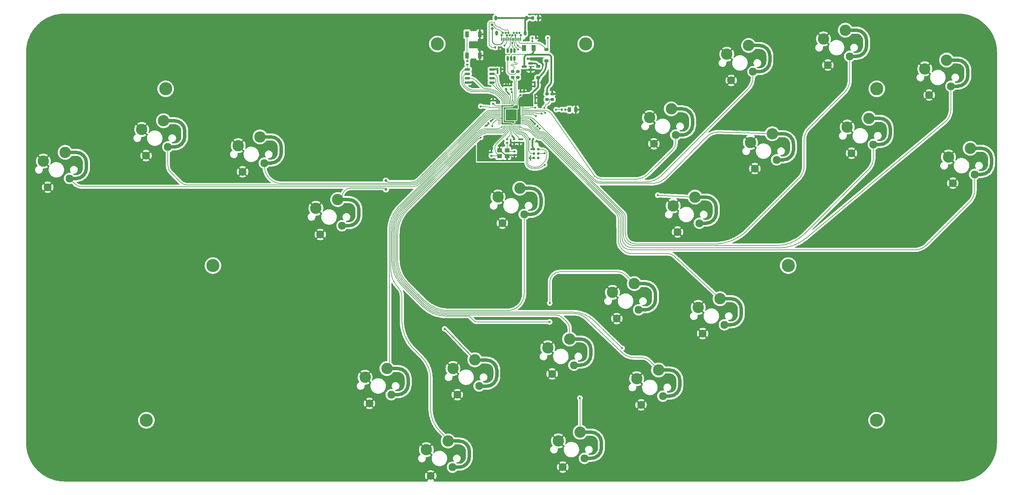
<source format=gtl>
G04 #@! TF.GenerationSoftware,KiCad,Pcbnew,(7.0.0)*
G04 #@! TF.CreationDate,2023-08-10T18:16:58-07:00*
G04 #@! TF.ProjectId,OpenOblong,4f70656e-4f62-46c6-9f6e-672e6b696361,rev?*
G04 #@! TF.SameCoordinates,Original*
G04 #@! TF.FileFunction,Copper,L1,Top*
G04 #@! TF.FilePolarity,Positive*
%FSLAX46Y46*%
G04 Gerber Fmt 4.6, Leading zero omitted, Abs format (unit mm)*
G04 Created by KiCad (PCBNEW (7.0.0)) date 2023-08-10 18:16:58*
%MOMM*%
%LPD*%
G01*
G04 APERTURE LIST*
G04 Aperture macros list*
%AMRoundRect*
0 Rectangle with rounded corners*
0 $1 Rounding radius*
0 $2 $3 $4 $5 $6 $7 $8 $9 X,Y pos of 4 corners*
0 Add a 4 corners polygon primitive as box body*
4,1,4,$2,$3,$4,$5,$6,$7,$8,$9,$2,$3,0*
0 Add four circle primitives for the rounded corners*
1,1,$1+$1,$2,$3*
1,1,$1+$1,$4,$5*
1,1,$1+$1,$6,$7*
1,1,$1+$1,$8,$9*
0 Add four rect primitives between the rounded corners*
20,1,$1+$1,$2,$3,$4,$5,0*
20,1,$1+$1,$4,$5,$6,$7,0*
20,1,$1+$1,$6,$7,$8,$9,0*
20,1,$1+$1,$8,$9,$2,$3,0*%
G04 Aperture macros list end*
G04 #@! TA.AperFunction,ComponentPad*
%ADD10C,3.800000*%
G04 #@! TD*
G04 #@! TA.AperFunction,ComponentPad*
%ADD11C,2.300000*%
G04 #@! TD*
G04 #@! TA.AperFunction,SMDPad,CuDef*
%ADD12R,1.100000X1.800000*%
G04 #@! TD*
G04 #@! TA.AperFunction,SMDPad,CuDef*
%ADD13RoundRect,0.140000X0.170000X-0.140000X0.170000X0.140000X-0.170000X0.140000X-0.170000X-0.140000X0*%
G04 #@! TD*
G04 #@! TA.AperFunction,SMDPad,CuDef*
%ADD14RoundRect,0.200000X-0.275000X0.200000X-0.275000X-0.200000X0.275000X-0.200000X0.275000X0.200000X0*%
G04 #@! TD*
G04 #@! TA.AperFunction,SMDPad,CuDef*
%ADD15RoundRect,0.150000X0.587500X0.150000X-0.587500X0.150000X-0.587500X-0.150000X0.587500X-0.150000X0*%
G04 #@! TD*
G04 #@! TA.AperFunction,SMDPad,CuDef*
%ADD16RoundRect,0.140000X0.140000X0.170000X-0.140000X0.170000X-0.140000X-0.170000X0.140000X-0.170000X0*%
G04 #@! TD*
G04 #@! TA.AperFunction,SMDPad,CuDef*
%ADD17RoundRect,0.200000X0.275000X-0.200000X0.275000X0.200000X-0.275000X0.200000X-0.275000X-0.200000X0*%
G04 #@! TD*
G04 #@! TA.AperFunction,SMDPad,CuDef*
%ADD18RoundRect,0.135000X-0.135000X-0.185000X0.135000X-0.185000X0.135000X0.185000X-0.135000X0.185000X0*%
G04 #@! TD*
G04 #@! TA.AperFunction,SMDPad,CuDef*
%ADD19RoundRect,0.140000X-0.219203X-0.021213X-0.021213X-0.219203X0.219203X0.021213X0.021213X0.219203X0*%
G04 #@! TD*
G04 #@! TA.AperFunction,SMDPad,CuDef*
%ADD20RoundRect,0.135000X0.135000X0.185000X-0.135000X0.185000X-0.135000X-0.185000X0.135000X-0.185000X0*%
G04 #@! TD*
G04 #@! TA.AperFunction,SMDPad,CuDef*
%ADD21R,1.400000X1.200000*%
G04 #@! TD*
G04 #@! TA.AperFunction,SMDPad,CuDef*
%ADD22RoundRect,0.140000X-0.021213X0.219203X-0.219203X0.021213X0.021213X-0.219203X0.219203X-0.021213X0*%
G04 #@! TD*
G04 #@! TA.AperFunction,SMDPad,CuDef*
%ADD23RoundRect,0.250000X-0.375000X-0.625000X0.375000X-0.625000X0.375000X0.625000X-0.375000X0.625000X0*%
G04 #@! TD*
G04 #@! TA.AperFunction,SMDPad,CuDef*
%ADD24RoundRect,0.225000X0.375000X-0.225000X0.375000X0.225000X-0.375000X0.225000X-0.375000X-0.225000X0*%
G04 #@! TD*
G04 #@! TA.AperFunction,SMDPad,CuDef*
%ADD25RoundRect,0.200000X0.200000X0.275000X-0.200000X0.275000X-0.200000X-0.275000X0.200000X-0.275000X0*%
G04 #@! TD*
G04 #@! TA.AperFunction,SMDPad,CuDef*
%ADD26RoundRect,0.140000X-0.140000X-0.170000X0.140000X-0.170000X0.140000X0.170000X-0.140000X0.170000X0*%
G04 #@! TD*
G04 #@! TA.AperFunction,SMDPad,CuDef*
%ADD27RoundRect,0.243750X0.243750X0.456250X-0.243750X0.456250X-0.243750X-0.456250X0.243750X-0.456250X0*%
G04 #@! TD*
G04 #@! TA.AperFunction,SMDPad,CuDef*
%ADD28RoundRect,0.135000X0.185000X-0.135000X0.185000X0.135000X-0.185000X0.135000X-0.185000X-0.135000X0*%
G04 #@! TD*
G04 #@! TA.AperFunction,SMDPad,CuDef*
%ADD29RoundRect,0.140000X-0.170000X0.140000X-0.170000X-0.140000X0.170000X-0.140000X0.170000X0.140000X0*%
G04 #@! TD*
G04 #@! TA.AperFunction,SMDPad,CuDef*
%ADD30RoundRect,0.135000X-0.185000X0.135000X-0.185000X-0.135000X0.185000X-0.135000X0.185000X0.135000X0*%
G04 #@! TD*
G04 #@! TA.AperFunction,ConnectorPad*
%ADD31C,0.787400*%
G04 #@! TD*
G04 #@! TA.AperFunction,SMDPad,CuDef*
%ADD32RoundRect,0.050000X-0.387500X-0.050000X0.387500X-0.050000X0.387500X0.050000X-0.387500X0.050000X0*%
G04 #@! TD*
G04 #@! TA.AperFunction,SMDPad,CuDef*
%ADD33RoundRect,0.050000X-0.050000X-0.387500X0.050000X-0.387500X0.050000X0.387500X-0.050000X0.387500X0*%
G04 #@! TD*
G04 #@! TA.AperFunction,ComponentPad*
%ADD34C,0.600000*%
G04 #@! TD*
G04 #@! TA.AperFunction,SMDPad,CuDef*
%ADD35RoundRect,0.144000X-1.456000X-1.456000X1.456000X-1.456000X1.456000X1.456000X-1.456000X1.456000X0*%
G04 #@! TD*
G04 #@! TA.AperFunction,SMDPad,CuDef*
%ADD36RoundRect,0.150000X-0.150000X0.512500X-0.150000X-0.512500X0.150000X-0.512500X0.150000X0.512500X0*%
G04 #@! TD*
G04 #@! TA.AperFunction,SMDPad,CuDef*
%ADD37R,0.300000X0.900000*%
G04 #@! TD*
G04 #@! TA.AperFunction,SMDPad,CuDef*
%ADD38R,0.300000X0.700000*%
G04 #@! TD*
G04 #@! TA.AperFunction,ComponentPad*
%ADD39C,0.650000*%
G04 #@! TD*
G04 #@! TA.AperFunction,ComponentPad*
%ADD40O,0.800000X1.400000*%
G04 #@! TD*
G04 #@! TA.AperFunction,SMDPad,CuDef*
%ADD41RoundRect,0.150000X-0.650000X-0.150000X0.650000X-0.150000X0.650000X0.150000X-0.650000X0.150000X0*%
G04 #@! TD*
G04 #@! TA.AperFunction,ComponentPad*
%ADD42C,3.300000*%
G04 #@! TD*
G04 #@! TA.AperFunction,ViaPad*
%ADD43C,0.600000*%
G04 #@! TD*
G04 #@! TA.AperFunction,ViaPad*
%ADD44C,0.800000*%
G04 #@! TD*
G04 #@! TA.AperFunction,Conductor*
%ADD45C,0.200000*%
G04 #@! TD*
G04 #@! TA.AperFunction,Conductor*
%ADD46C,0.500000*%
G04 #@! TD*
G04 #@! TA.AperFunction,Conductor*
%ADD47C,0.381000*%
G04 #@! TD*
G04 #@! TA.AperFunction,Conductor*
%ADD48C,0.254000*%
G04 #@! TD*
G04 #@! TA.AperFunction,Conductor*
%ADD49C,0.250000*%
G04 #@! TD*
G04 #@! TA.AperFunction,Conductor*
%ADD50C,1.000000*%
G04 #@! TD*
G04 APERTURE END LIST*
D10*
X279275000Y-98760000D03*
X305060000Y-47313383D03*
D11*
X326645568Y-46551907D03*
X320295568Y-49091907D03*
X253392967Y-86433373D03*
X247042967Y-88973373D03*
X304061667Y-63518545D03*
X297711667Y-66058545D03*
X260685123Y-116017547D03*
X254335123Y-118557547D03*
D12*
X189459999Y-31399999D03*
X189459999Y-37599999D03*
X185759999Y-31399999D03*
X185759999Y-37599999D03*
D10*
X111765000Y-98760000D03*
D13*
X193344750Y-51676018D03*
X193344750Y-50716018D03*
D14*
X209030000Y-48780000D03*
X209030000Y-50430000D03*
D11*
X126739442Y-68913538D03*
X120389442Y-71453538D03*
X181521303Y-157447386D03*
X175171303Y-159987386D03*
X70005977Y-73412122D03*
X63655977Y-75952122D03*
X297165673Y-37849333D03*
X290815673Y-40389333D03*
D15*
X204290000Y-41770000D03*
X204290000Y-39870000D03*
X202415000Y-40820000D03*
D16*
X203380000Y-38580000D03*
X202420000Y-38580000D03*
D17*
X210570000Y-50425000D03*
X210570000Y-48775000D03*
D18*
X213350000Y-53360000D03*
X214370000Y-53360000D03*
D11*
X275902853Y-67983729D03*
X269552853Y-70523729D03*
X216886182Y-127753438D03*
X210536182Y-130293438D03*
D19*
X205546589Y-57476482D03*
X206225411Y-58155304D03*
D20*
X194940000Y-35230000D03*
X193920000Y-35230000D03*
D10*
X92395000Y-143800000D03*
D11*
X189283308Y-133805902D03*
X182933308Y-136345902D03*
D21*
X197393999Y-65189249D03*
X195193999Y-65189249D03*
X195193999Y-66889249D03*
X197393999Y-66889249D03*
D22*
X192668161Y-56698607D03*
X191989339Y-57377429D03*
D11*
X202388500Y-83866866D03*
X196038500Y-86406866D03*
D13*
X199567750Y-66535018D03*
X199567750Y-65575018D03*
D23*
X202310000Y-35460000D03*
X205110000Y-35460000D03*
D24*
X208830000Y-39130000D03*
X208830000Y-35830000D03*
D25*
X206520000Y-26720000D03*
X204870000Y-26720000D03*
D16*
X206400000Y-45425000D03*
X205440000Y-45425000D03*
D26*
X205440000Y-46625000D03*
X206400000Y-46625000D03*
D27*
X217425000Y-53350000D03*
X215550000Y-53350000D03*
D13*
X201345750Y-49136018D03*
X201345750Y-48176018D03*
D28*
X197437000Y-62993250D03*
X197437000Y-61973250D03*
D29*
X200993000Y-62003250D03*
X200993000Y-62963250D03*
D26*
X204577000Y-49910250D03*
X205537000Y-49910250D03*
D11*
X246497232Y-60765127D03*
X240147232Y-63305127D03*
D13*
X202361750Y-49136018D03*
X202361750Y-48176018D03*
D26*
X194620000Y-41640000D03*
X195580000Y-41640000D03*
D29*
X192865000Y-65829018D03*
X192865000Y-66789018D03*
D11*
X235718565Y-111648960D03*
X229368565Y-114188960D03*
X163687695Y-136343616D03*
X157337695Y-138883616D03*
D14*
X200540000Y-42315000D03*
X200540000Y-43965000D03*
D11*
X149361535Y-87153063D03*
X143011535Y-89693063D03*
D30*
X185850000Y-39210000D03*
X185850000Y-40230000D03*
D10*
X98000000Y-47313383D03*
D11*
X269006859Y-42314517D03*
X262656859Y-44854517D03*
X98644109Y-64207579D03*
X92294109Y-66747579D03*
D14*
X199010000Y-42315000D03*
X199010000Y-43965000D03*
D13*
X198580000Y-47342250D03*
X198580000Y-46382250D03*
D31*
X205215000Y-64850000D03*
X206485000Y-64850000D03*
X205215000Y-66120000D03*
X206485000Y-66120000D03*
X205215000Y-67390000D03*
X206485000Y-67390000D03*
D24*
X206450000Y-44060000D03*
X206450000Y-40760000D03*
D10*
X304995000Y-143800000D03*
D29*
X199469000Y-62003250D03*
X199469000Y-62963250D03*
D11*
X219957454Y-154875835D03*
X213607454Y-157415835D03*
D32*
X195142500Y-52295000D03*
X195142500Y-52695000D03*
X195142500Y-53095000D03*
X195142500Y-53495000D03*
X195142500Y-53895000D03*
X195142500Y-54295000D03*
X195142500Y-54695000D03*
X195142500Y-55095000D03*
X195142500Y-55495000D03*
X195142500Y-55895000D03*
X195142500Y-56295000D03*
X195142500Y-56695000D03*
X195142500Y-57095000D03*
X195142500Y-57495000D03*
D33*
X195980000Y-58332500D03*
X196380000Y-58332500D03*
X196780000Y-58332500D03*
X197180000Y-58332500D03*
X197580000Y-58332500D03*
X197980000Y-58332500D03*
X198380000Y-58332500D03*
X198780000Y-58332500D03*
X199180000Y-58332500D03*
X199580000Y-58332500D03*
X199980000Y-58332500D03*
X200380000Y-58332500D03*
X200780000Y-58332500D03*
X201180000Y-58332500D03*
D32*
X202017500Y-57495000D03*
X202017500Y-57095000D03*
X202017500Y-56695000D03*
X202017500Y-56295000D03*
X202017500Y-55895000D03*
X202017500Y-55495000D03*
X202017500Y-55095000D03*
X202017500Y-54695000D03*
X202017500Y-54295000D03*
X202017500Y-53895000D03*
X202017500Y-53495000D03*
X202017500Y-53095000D03*
X202017500Y-52695000D03*
X202017500Y-52295000D03*
D33*
X201180000Y-51457500D03*
X200780000Y-51457500D03*
X200380000Y-51457500D03*
X199980000Y-51457500D03*
X199580000Y-51457500D03*
X199180000Y-51457500D03*
X198780000Y-51457500D03*
X198380000Y-51457500D03*
X197980000Y-51457500D03*
X197580000Y-51457500D03*
X197180000Y-51457500D03*
X196780000Y-51457500D03*
X196380000Y-51457500D03*
X195980000Y-51457500D03*
D34*
X197305000Y-53620000D03*
X197305000Y-54895000D03*
X197305000Y-56170000D03*
X198580000Y-53620000D03*
X198580000Y-54895000D03*
D35*
X198580000Y-54895000D03*
D34*
X198580000Y-56170000D03*
X199855000Y-53620000D03*
X199855000Y-54895000D03*
X199855000Y-56170000D03*
D13*
X197056000Y-47342250D03*
X197056000Y-46382250D03*
D11*
X242789837Y-136771357D03*
X236439837Y-139311357D03*
D10*
X220290000Y-34240000D03*
X177100000Y-34240000D03*
D11*
X333541562Y-72221119D03*
X327191562Y-74761119D03*
D20*
X205010000Y-61930000D03*
X203990000Y-61930000D03*
D36*
X199530000Y-36212500D03*
X198580000Y-36212500D03*
X197630000Y-36212500D03*
X197630000Y-38487500D03*
X198580000Y-38487500D03*
X199530000Y-38487500D03*
D26*
X204577000Y-51434250D03*
X205537000Y-51434250D03*
D18*
X204750000Y-32570000D03*
X205770000Y-32570000D03*
D37*
X201328499Y-32919999D03*
X200828499Y-32919999D03*
X200328499Y-32919999D03*
X199828499Y-32919999D03*
X199328499Y-32919999D03*
D38*
X198828499Y-32919999D03*
X198328499Y-32919999D03*
D37*
X197828499Y-32919999D03*
X197328499Y-32919999D03*
X196828499Y-32919999D03*
X196328499Y-32919999D03*
X195828499Y-32919999D03*
D39*
X195778500Y-31710000D03*
X196178500Y-31010000D03*
X196978500Y-31010000D03*
X197378500Y-31710000D03*
X197778500Y-31010000D03*
X198178500Y-31710000D03*
X198978500Y-31710000D03*
X199378500Y-31010000D03*
X199778500Y-31710000D03*
X200178500Y-31010000D03*
X200978500Y-31010000D03*
X201378500Y-31710000D03*
D40*
X203068499Y-26719999D03*
X202633499Y-31109999D03*
X194373499Y-31109999D03*
X194088499Y-26719999D03*
D41*
X185850000Y-41645000D03*
X185850000Y-42915000D03*
X185850000Y-44185000D03*
X185850000Y-45455000D03*
X193050000Y-45455000D03*
X193050000Y-44185000D03*
X193050000Y-42915000D03*
X193050000Y-41645000D03*
D42*
X62385977Y-68332122D03*
X68735977Y-65792122D03*
X238877232Y-55685127D03*
X245227232Y-53145127D03*
X245772967Y-81353373D03*
X252122967Y-78813373D03*
X194768500Y-78786866D03*
X201118500Y-76246866D03*
X209266182Y-122673438D03*
X215616182Y-120133438D03*
X91024109Y-59127579D03*
X97374109Y-56587579D03*
X253065123Y-110937547D03*
X259415123Y-108397547D03*
X141741535Y-82073063D03*
X148091535Y-79533063D03*
X261386859Y-37234517D03*
X267736859Y-34694517D03*
X119119442Y-63833538D03*
X125469442Y-61293538D03*
X212337454Y-149795835D03*
X218687454Y-147255835D03*
X173901303Y-152367386D03*
X180251303Y-149827386D03*
X156067695Y-131263616D03*
X162417695Y-128723616D03*
X296441667Y-58438545D03*
X302791667Y-55898545D03*
X319025568Y-41471907D03*
X325375568Y-38931907D03*
X235169837Y-131691357D03*
X241519837Y-129151357D03*
X268282853Y-62903729D03*
X274632853Y-60363729D03*
X325921562Y-67141119D03*
X332271562Y-64601119D03*
X289545673Y-32769333D03*
X295895673Y-30229333D03*
X181668441Y-128723600D03*
X188018441Y-126183600D03*
X228098565Y-106568960D03*
X234448565Y-104028960D03*
D43*
X191312750Y-58054018D03*
X197789750Y-45735018D03*
X187627500Y-45465000D03*
X196000000Y-37350000D03*
X200202750Y-63896018D03*
X192865000Y-64912018D03*
X199567750Y-67579018D03*
X204170000Y-38570000D03*
X204012739Y-67390000D03*
X196600000Y-41630000D03*
X202361750Y-47259018D03*
X205536750Y-49070000D03*
X207260000Y-45475000D03*
X204650000Y-46635000D03*
X193344750Y-49926018D03*
X200806000Y-45242893D03*
X206902000Y-58831893D03*
X198901000Y-45242893D03*
X189729504Y-61479605D03*
X189730000Y-52400000D03*
D44*
X162130000Y-76550000D03*
X162130000Y-74050000D03*
D43*
X209850000Y-109670000D03*
X209800000Y-115170000D03*
X218630000Y-137350000D03*
X230890000Y-122830000D03*
X241280000Y-78260000D03*
X208517500Y-54257500D03*
X205670000Y-52780000D03*
D44*
X193100000Y-29740000D03*
D43*
X194620000Y-42670000D03*
X198805750Y-48275018D03*
X204412739Y-64870000D03*
X198932750Y-61102018D03*
X201853750Y-61991018D03*
X199186750Y-56994500D03*
X199313750Y-52757250D03*
X197945000Y-48767250D03*
X207480000Y-54560000D03*
X211680000Y-53370000D03*
X200520000Y-34710000D03*
X196670000Y-34710000D03*
X198928000Y-34010000D03*
X208340500Y-66090000D03*
X208343911Y-69423911D03*
X204750000Y-33500500D03*
X200610000Y-35810000D03*
X205830000Y-55220000D03*
X208260000Y-52840000D03*
D44*
X193000000Y-28640000D03*
D43*
X209261589Y-32468411D03*
X193120000Y-58220000D03*
X179220000Y-117190000D03*
D45*
X231887846Y-101468269D02*
G75*
G03*
X229695139Y-100560000I-2192746J-2192731D01*
G01*
X212850000Y-100560000D02*
G75*
G03*
X209850000Y-103560000I0J-3000000D01*
G01*
X212850000Y-100560000D02*
X229695139Y-100560000D01*
X231887860Y-101468255D02*
X234448565Y-104028960D01*
X209850000Y-109670000D02*
X209850000Y-103560000D01*
X187756698Y-114877112D02*
G75*
G03*
X188463810Y-115170000I707102J707112D01*
G01*
X188463810Y-115170000D02*
X209800000Y-115170000D01*
X186380000Y-113500404D02*
X187756703Y-114877107D01*
D46*
X205440000Y-45425000D02*
X205440000Y-46625000D01*
D45*
X197963369Y-37320000D02*
X196030000Y-37320000D01*
X197580000Y-58332500D02*
X197580000Y-59053529D01*
X201328500Y-31760000D02*
X201378500Y-31710000D01*
D46*
X197056000Y-46382250D02*
X198580000Y-46382250D01*
D47*
X192865000Y-64912018D02*
X192865000Y-65829018D01*
X199567750Y-66535018D02*
X199567750Y-67579018D01*
D45*
X195828500Y-32920000D02*
X195828500Y-31760000D01*
D47*
X191989339Y-57377429D02*
X191312750Y-58054018D01*
X199567750Y-66535018D02*
X197748232Y-66535018D01*
X205537000Y-49910250D02*
X205537000Y-51434250D01*
D45*
X198580000Y-36212500D02*
X198580000Y-36703369D01*
D46*
X185887500Y-45450000D02*
X187612500Y-45450000D01*
X203380000Y-38580000D02*
X204160000Y-38580000D01*
D47*
X193344750Y-50716018D02*
X193344750Y-49926018D01*
D45*
X201328500Y-32920000D02*
X201328500Y-31760000D01*
D47*
X205536750Y-49070000D02*
X205536750Y-49910000D01*
D45*
X206902000Y-58831893D02*
X206225411Y-58155304D01*
X196030000Y-37320000D02*
X196000000Y-37350000D01*
D46*
X204160000Y-38580000D02*
X204170000Y-38570000D01*
D45*
X202361750Y-48176018D02*
X202361750Y-47259018D01*
D46*
X195580000Y-41640000D02*
X196590000Y-41640000D01*
X205440000Y-46625000D02*
X204660000Y-46625000D01*
D45*
X197271903Y-59797341D02*
X193365425Y-63703819D01*
X195828500Y-31760000D02*
X195778500Y-31710000D01*
D46*
X204660000Y-46625000D02*
X204650000Y-46635000D01*
D48*
X197147022Y-66889250D02*
X195447022Y-65189250D01*
D49*
X205215000Y-67390000D02*
X204012739Y-67390000D01*
D45*
X197271887Y-59797325D02*
G75*
G03*
X197580000Y-59053529I-743787J743825D01*
G01*
X193365440Y-63703834D02*
G75*
G03*
X192865000Y-64912018I1208160J-1208166D01*
G01*
X197963369Y-37320000D02*
G75*
G03*
X198580000Y-36703369I31J616600D01*
G01*
X168460304Y-82436556D02*
X189108430Y-61788430D01*
X197388500Y-111900000D02*
X180484880Y-111900000D01*
X173413812Y-108971068D02*
X168460304Y-104017560D01*
X189665679Y-61543430D02*
X189729504Y-61479605D01*
X189730000Y-52400000D02*
X189750000Y-52400000D01*
X165531372Y-96946492D02*
X165531372Y-89507624D01*
D50*
X207306500Y-79246866D02*
X207306500Y-80866866D01*
X204306500Y-83866866D02*
X202388500Y-83866866D01*
D45*
X192731461Y-52681859D02*
X189730000Y-52400000D01*
X189108430Y-61788430D02*
X189132704Y-61764156D01*
X195142500Y-52695000D02*
X193011949Y-52695000D01*
D50*
X201118500Y-76246866D02*
X204306500Y-76246866D01*
D45*
X202388500Y-83866866D02*
X202388500Y-106900000D01*
X168460286Y-82436538D02*
G75*
G03*
X165531372Y-89507624I7071114J-7071062D01*
G01*
X165531386Y-96946492D02*
G75*
G03*
X168460304Y-104017560I10000014J-8D01*
G01*
X197388500Y-111900000D02*
G75*
G03*
X202388500Y-106900000I0J5000000D01*
G01*
D50*
X204306500Y-83866900D02*
G75*
G03*
X207306500Y-80866866I0J3000000D01*
G01*
D45*
X173413822Y-108971058D02*
G75*
G03*
X180484880Y-111900000I7071078J7071058D01*
G01*
D50*
X207306534Y-79246866D02*
G75*
G03*
X204306500Y-76246866I-3000034J-34D01*
G01*
D45*
X189665679Y-61543409D02*
G75*
G03*
X189132705Y-61764157I-79J-753591D01*
G01*
X192731461Y-52681864D02*
G75*
G03*
X193011949Y-52695000I280439J2986864D01*
G01*
X190866321Y-54373679D02*
X171618679Y-73621321D01*
X154886553Y-76206553D02*
X154880000Y-76200000D01*
X169497359Y-74500000D02*
X162997809Y-74500000D01*
X149361535Y-87153062D02*
X149361535Y-88219063D01*
X162130000Y-76550000D02*
X162072893Y-76492893D01*
X162130000Y-74050000D02*
X162260025Y-74169975D01*
X155015786Y-76200000D02*
X154880000Y-76200000D01*
X162298554Y-74214872D02*
X162130000Y-74050000D01*
D50*
X154279534Y-82533063D02*
X154279534Y-84153063D01*
X151279534Y-87153063D02*
X149361535Y-87153062D01*
D45*
X195142500Y-53495000D02*
X192987641Y-53495000D01*
D50*
X148091535Y-79533063D02*
X151279535Y-79533063D01*
D45*
X161480000Y-76206553D02*
X154886553Y-76206553D01*
X147702884Y-78136131D02*
X148091535Y-79533063D01*
X154880000Y-76200000D02*
X151993761Y-76200000D01*
X162298549Y-74214877D02*
G75*
G03*
X162997809Y-74500000I699251J714877D01*
G01*
D50*
X151279534Y-87153134D02*
G75*
G03*
X154279534Y-84153063I-34J3000034D01*
G01*
D45*
X162072900Y-76492886D02*
G75*
G03*
X161365786Y-76200000I-707100J-707114D01*
G01*
X192987641Y-53495029D02*
G75*
G03*
X190866321Y-54373679I-41J-2999971D01*
G01*
X151993761Y-76200010D02*
G75*
G03*
X149305932Y-78913637I39J-2687990D01*
G01*
X169497359Y-74499971D02*
G75*
G03*
X171618679Y-73621321I41J2999971D01*
G01*
D50*
X154279537Y-82533063D02*
G75*
G03*
X151279535Y-79533063I-3000037J-37D01*
G01*
D45*
X126787149Y-70100756D02*
X126739442Y-68913538D01*
D50*
X125469442Y-61293538D02*
X128657442Y-61293538D01*
D45*
X126815965Y-69163807D02*
X126739442Y-68913538D01*
X191032007Y-54773679D02*
X171784365Y-74021321D01*
X195142500Y-53895000D02*
X193153327Y-53895000D01*
D50*
X131657442Y-64293538D02*
X131657442Y-65913538D01*
D45*
X169663045Y-74900000D02*
X131783117Y-74900000D01*
D50*
X128657442Y-68913538D02*
X126739442Y-68913538D01*
D45*
X126787132Y-70100757D02*
G75*
G03*
X131783117Y-74900000I4995968J200757D01*
G01*
D50*
X128657442Y-68913542D02*
G75*
G03*
X131657442Y-65913538I-42J3000042D01*
G01*
D45*
X193153327Y-53895019D02*
G75*
G03*
X191032007Y-54773679I-27J-2999981D01*
G01*
D50*
X131657362Y-64293538D02*
G75*
G03*
X128657442Y-61293538I-2999962J38D01*
G01*
D45*
X169663045Y-74900032D02*
G75*
G03*
X171784365Y-74021321I-45J3000032D01*
G01*
D50*
X97374109Y-56587579D02*
X100562109Y-56587579D01*
D45*
X98644109Y-69571468D02*
X98644109Y-64207579D01*
X191197693Y-55173679D02*
X171950051Y-74421321D01*
D50*
X103562109Y-59587579D02*
X103562109Y-61207579D01*
D45*
X102251320Y-74421320D02*
X99522788Y-71692788D01*
X195142500Y-54295000D02*
X193319013Y-54295000D01*
X169828731Y-75300000D02*
X104372641Y-75300000D01*
D50*
X100562108Y-64207579D02*
X98644109Y-64207579D01*
D45*
X193319013Y-54295009D02*
G75*
G03*
X191197693Y-55173679I-13J-2999991D01*
G01*
X98644129Y-69571468D02*
G75*
G03*
X99522788Y-71692788I2999971J-32D01*
G01*
X169828731Y-75300022D02*
G75*
G03*
X171950051Y-74421321I-31J3000022D01*
G01*
D50*
X103562121Y-59587579D02*
G75*
G03*
X100562109Y-56587579I-3000021J-21D01*
G01*
X100562108Y-64207609D02*
G75*
G03*
X103562109Y-61207579I-8J3000009D01*
G01*
D45*
X102251300Y-74421340D02*
G75*
G03*
X104372641Y-75300000I2121300J2121340D01*
G01*
X191503556Y-55433502D02*
X172015737Y-74921321D01*
X71515175Y-74921320D02*
X70005977Y-73412122D01*
X191513502Y-55433502D02*
X191503556Y-55433502D01*
X195142500Y-54695000D02*
X193484699Y-54695000D01*
D50*
X71923977Y-73412122D02*
X70005977Y-73412122D01*
X68735977Y-65792122D02*
X71923977Y-65792123D01*
X74923977Y-68792122D02*
X74923977Y-70412122D01*
D45*
X169894417Y-75800000D02*
X73636496Y-75800000D01*
X70285278Y-74413413D02*
X70005977Y-73412122D01*
D50*
X74923977Y-68792122D02*
G75*
G03*
X71923977Y-65792123I-2999977J22D01*
G01*
D45*
X71515177Y-74921318D02*
G75*
G03*
X73636496Y-75800000I2121323J2121318D01*
G01*
D50*
X71923977Y-73412077D02*
G75*
G03*
X74923977Y-70412122I23J2999977D01*
G01*
D45*
X169894417Y-75800012D02*
G75*
G03*
X172015737Y-74921321I-17J3000012D01*
G01*
X193484699Y-54695000D02*
G75*
G03*
X191363379Y-55573681I1J-3000000D01*
G01*
X162146191Y-128566863D02*
X162417695Y-128723616D01*
D50*
X165605695Y-136343616D02*
X163687695Y-136343616D01*
D45*
X191529065Y-55973679D02*
X166060304Y-81442440D01*
X195142500Y-55095000D02*
X193650385Y-55095000D01*
D50*
X162417696Y-128723616D02*
X165605695Y-128723616D01*
D45*
X163131372Y-88513508D02*
X163131372Y-128625324D01*
D50*
X168605695Y-131723615D02*
X168605695Y-133343615D01*
D45*
X193650385Y-55094990D02*
G75*
G03*
X191529066Y-55973680I15J-3000010D01*
G01*
X166060294Y-81442430D02*
G75*
G03*
X163131372Y-88513508I7071106J-7071070D01*
G01*
D50*
X165605695Y-136343595D02*
G75*
G03*
X168605695Y-133343615I5J2999995D01*
G01*
D45*
X161680247Y-127959661D02*
G75*
G03*
X162146191Y-128566863I965953J258861D01*
G01*
D50*
X168605684Y-131723615D02*
G75*
G03*
X165605695Y-128723616I-2999984J15D01*
G01*
D45*
X163531372Y-99775649D02*
X163531372Y-88679194D01*
D50*
X186439303Y-152827386D02*
X186439303Y-154447386D01*
X180251303Y-149827387D02*
X183439303Y-149827387D01*
X183439303Y-157447387D02*
X181521303Y-157447387D01*
D45*
X166756788Y-107562458D02*
X166756788Y-114707426D01*
X193816071Y-55495000D02*
X195142500Y-55495000D01*
X170214089Y-123054089D02*
X172509053Y-125349053D01*
X166460304Y-81608126D02*
X191694751Y-56373679D01*
X175130000Y-131676578D02*
X175130000Y-140411638D01*
X177885376Y-147063704D02*
X181479555Y-150657883D01*
X166756784Y-114707426D02*
G75*
G03*
X170214089Y-123054089I11804016J26D01*
G01*
X175129961Y-140411638D02*
G75*
G03*
X177885376Y-147063704I9407439J38D01*
G01*
X166460301Y-81608123D02*
G75*
G03*
X163531372Y-88679194I7071099J-7071077D01*
G01*
X175130007Y-131676578D02*
G75*
G03*
X172509053Y-125349053I-8948507J-22D01*
G01*
D50*
X186439313Y-152827386D02*
G75*
G03*
X183439303Y-149827387I-3000013J-14D01*
G01*
D45*
X166756832Y-107562458D02*
G75*
G03*
X165814574Y-105287786I-3216832J-42D01*
G01*
X193816071Y-55494980D02*
G75*
G03*
X191694752Y-56373680I29J-3000020D01*
G01*
X163531335Y-99775649D02*
G75*
G03*
X165814575Y-105287785I7795365J49D01*
G01*
D50*
X183439303Y-157447403D02*
G75*
G03*
X186439303Y-154447386I-3J3000003D01*
G01*
X234448565Y-104028961D02*
X237636565Y-104028960D01*
D45*
X188538525Y-60095591D02*
X166860304Y-81773812D01*
X166860304Y-104680304D02*
X172751068Y-110571068D01*
X194552062Y-58924018D02*
X191366952Y-58924018D01*
X163931372Y-88844880D02*
X163931372Y-97609236D01*
X186379596Y-113500000D02*
X186380000Y-113500404D01*
X179822136Y-113500000D02*
X186379596Y-113500000D01*
D50*
X237636565Y-111648960D02*
X235718565Y-111648960D01*
X240636565Y-107028960D02*
X240636565Y-108648961D01*
X237636565Y-111648965D02*
G75*
G03*
X240636565Y-108648961I35J2999965D01*
G01*
D45*
X194552062Y-58923984D02*
G75*
G03*
X195979999Y-58332499I38J2019284D01*
G01*
D50*
X240636640Y-107028960D02*
G75*
G03*
X237636565Y-104028960I-3000040J-40D01*
G01*
D45*
X163931355Y-97609236D02*
G75*
G03*
X166860304Y-104680304I10000045J36D01*
G01*
X191366952Y-58923979D02*
G75*
G03*
X188538525Y-60095591I48J-4000021D01*
G01*
X172751050Y-110571086D02*
G75*
G03*
X179822136Y-113500000I7071050J7071086D01*
G01*
X166860308Y-81773816D02*
G75*
G03*
X163931372Y-88844880I7071092J-7071084D01*
G01*
X166599175Y-103789200D02*
X167030755Y-104281324D01*
X173150011Y-110400656D02*
X173642137Y-110832238D01*
X165220269Y-101571737D02*
X165509773Y-102158793D01*
X215616182Y-117244382D02*
X215616182Y-120133438D01*
X179660541Y-113097392D02*
X179987822Y-113100000D01*
X164462258Y-87381170D02*
X164376819Y-88030129D01*
X164331372Y-97443550D02*
X164334022Y-97770829D01*
X213622180Y-113992180D02*
X214752051Y-115137711D01*
X173642137Y-110832238D02*
X174161437Y-111230709D01*
X164376832Y-98423987D02*
X164462269Y-99072946D01*
X166200704Y-83184213D02*
X165837050Y-83728459D01*
X177084175Y-112672037D02*
X177716433Y-112841449D01*
X164969775Y-85487112D02*
X164759372Y-86106933D01*
X164759379Y-100347182D02*
X164969780Y-100967004D01*
X167030756Y-82172793D02*
X166599175Y-82664917D01*
X164331372Y-89010566D02*
X164331372Y-97443550D01*
X164334022Y-97770829D02*
X164376832Y-98423987D01*
X172916754Y-110171068D02*
X173150011Y-110400656D01*
X164969780Y-100967004D02*
X165220269Y-101571737D01*
X175272554Y-111921643D02*
X175859613Y-112211148D01*
X164334007Y-88683286D02*
X164331372Y-89010566D01*
D50*
X221804182Y-123133438D02*
X221804182Y-124753439D01*
X215616182Y-120133439D02*
X218804182Y-120133438D01*
D45*
X211208427Y-113113500D02*
X211500859Y-113113500D01*
X167260304Y-104514618D02*
X172916754Y-110171068D01*
X179987822Y-113100000D02*
X186337822Y-113100000D01*
X164462269Y-99072946D02*
X164589967Y-99714927D01*
X179007380Y-113054583D02*
X179660541Y-113097392D01*
X174705686Y-111594363D02*
X175272554Y-111921643D01*
X165220265Y-84882379D02*
X164969775Y-85487112D01*
X188704211Y-60495591D02*
X167260304Y-81939498D01*
X164759372Y-86106933D02*
X164589958Y-86739188D01*
X165837050Y-83728459D02*
X165509770Y-84295323D01*
X196198732Y-59137042D02*
X196247216Y-59088559D01*
X164589958Y-86739188D02*
X164462258Y-87381170D01*
X166200705Y-103269904D02*
X166599175Y-103789200D01*
X178358418Y-112969147D02*
X179007380Y-113054583D01*
D50*
X218804182Y-127753438D02*
X216886182Y-127753438D01*
D45*
X166599175Y-82664917D02*
X166200704Y-83184213D01*
X195804643Y-59324018D02*
X191532638Y-59324018D01*
X165509773Y-102158793D02*
X165837052Y-102725658D01*
X165837052Y-102725658D02*
X166200705Y-103269904D01*
X174161437Y-111230709D02*
X174705686Y-111594363D01*
X175859613Y-112211148D02*
X176464350Y-112461636D01*
X164376819Y-88030129D02*
X164334007Y-88683286D01*
X177716433Y-112841449D02*
X178358418Y-112969147D01*
X186337822Y-113100000D02*
X211208427Y-113113500D01*
X167260304Y-81939498D02*
X167030756Y-82172793D01*
X196380000Y-58332500D02*
X196380000Y-58767995D01*
X165509770Y-84295323D02*
X165220265Y-84882379D01*
X164589967Y-99714927D02*
X164759379Y-100347182D01*
X176464350Y-112461636D02*
X177084175Y-112672037D01*
X167030755Y-104281324D02*
X167260304Y-104514618D01*
D50*
X218804182Y-127753382D02*
G75*
G03*
X221804182Y-124753439I18J2999982D01*
G01*
D45*
X195804643Y-59324043D02*
G75*
G03*
X196158196Y-59177572I-43J500043D01*
G01*
X215616199Y-117244382D02*
G75*
G03*
X214752051Y-115137711I-2999999J-18D01*
G01*
X196247210Y-59088553D02*
G75*
G03*
X196380000Y-58767995I-320510J320553D01*
G01*
D50*
X221804162Y-123133438D02*
G75*
G03*
X218804182Y-120133438I-2999962J38D01*
G01*
D45*
X191532638Y-59324040D02*
G75*
G03*
X188704211Y-60495591I-38J-3999960D01*
G01*
X213622200Y-113992160D02*
G75*
G03*
X211500859Y-113113500I-2121300J-2121340D01*
G01*
X179826227Y-112697407D02*
X180153508Y-112700000D01*
X166999181Y-103623511D02*
X167430758Y-104115636D01*
X166600724Y-83349914D02*
X166237070Y-83894158D01*
X196780000Y-58332500D02*
X196780000Y-58815084D01*
X164989977Y-86904880D02*
X164862276Y-87546860D01*
X164731372Y-97277864D02*
X164734055Y-97605143D01*
X196563825Y-59336957D02*
X196442112Y-59458662D01*
X178524103Y-112569160D02*
X179173065Y-112654597D01*
X165909789Y-84461020D02*
X165620284Y-85048075D01*
X166600714Y-103104214D02*
X166999181Y-103623511D01*
X165159402Y-100181493D02*
X165369800Y-100801314D01*
X234423140Y-125550000D02*
X236675839Y-125550000D01*
X241550133Y-129038292D02*
X241519837Y-129151357D01*
X238797160Y-126428680D02*
X241519837Y-129151357D01*
X176025296Y-111811157D02*
X176630033Y-112061647D01*
X166999194Y-82830619D02*
X166600724Y-83349914D01*
X165369794Y-85652806D02*
X165159391Y-86272626D01*
X176630033Y-112061647D02*
X177249858Y-112272049D01*
X165909787Y-101993103D02*
X166237063Y-102559968D01*
X164862297Y-98907257D02*
X164989992Y-99549238D01*
X167430758Y-104115636D02*
X167660304Y-104348932D01*
X196442112Y-59458662D02*
X196411552Y-59489222D01*
D50*
X247707837Y-132151357D02*
X247707837Y-133771358D01*
D45*
X164776837Y-88195817D02*
X164734024Y-88848973D01*
D50*
X244707837Y-136771357D02*
X242789836Y-136771357D01*
D45*
X179173065Y-112654597D02*
X179826227Y-112697407D01*
X165369800Y-100801314D02*
X165620286Y-101406047D01*
X164734055Y-97605143D02*
X164776863Y-98258299D01*
X216328486Y-112705944D02*
X216973012Y-112705944D01*
X177249858Y-112272049D02*
X177882117Y-112441462D01*
X220427467Y-114091149D02*
X230968685Y-124164795D01*
X165159391Y-86272626D02*
X164989977Y-86904880D01*
X166237070Y-83894158D02*
X165909789Y-84461020D01*
X177882117Y-112441462D02*
X178524103Y-112569160D01*
X216230000Y-112700000D02*
X216237039Y-112707039D01*
X164776863Y-98258299D02*
X164862297Y-98907257D01*
X216230000Y-112700000D02*
X216322542Y-112700000D01*
X164734024Y-88848973D02*
X164731372Y-89176252D01*
X174871368Y-111194371D02*
X175438236Y-111521652D01*
X180153508Y-112700000D02*
X216230000Y-112700000D01*
X167660304Y-104348932D02*
X173082440Y-109771068D01*
X167660304Y-82105184D02*
X167430775Y-82338497D01*
X164989992Y-99549238D02*
X165159402Y-100181493D01*
X175438236Y-111521652D02*
X176025296Y-111811157D01*
X164731372Y-89176252D02*
X164731372Y-97277864D01*
X167430775Y-82338497D02*
X166999194Y-82830619D01*
X173315693Y-110000661D02*
X173807819Y-110432244D01*
X195845866Y-59723537D02*
X191698805Y-59723537D01*
X173807819Y-110432244D02*
X174327119Y-110830716D01*
X188870378Y-60895110D02*
X167660304Y-82105184D01*
X173082440Y-109771068D02*
X173315693Y-110000661D01*
X216322542Y-112700000D02*
X216328486Y-112705944D01*
X165620286Y-101406047D02*
X165909787Y-101993103D01*
X164862276Y-87546860D02*
X164776837Y-88195817D01*
D50*
X241519837Y-129151357D02*
X244707837Y-129151357D01*
D45*
X166237063Y-102559968D02*
X166600714Y-103104214D01*
X174327119Y-110830716D02*
X174871368Y-111194371D01*
X165620284Y-85048075D02*
X165369794Y-85652806D01*
D50*
X247707843Y-132151357D02*
G75*
G03*
X244707837Y-129151357I-3000043J-43D01*
G01*
D45*
X195845866Y-59723502D02*
G75*
G03*
X196411552Y-59489222I34J800002D01*
G01*
X220427453Y-114091164D02*
G75*
G03*
X216973012Y-112705944I-3454453J-3614736D01*
G01*
X238797140Y-126428700D02*
G75*
G03*
X236675839Y-125550000I-2121340J-2121300D01*
G01*
D50*
X244707837Y-136771437D02*
G75*
G03*
X247707837Y-133771358I-37J3000037D01*
G01*
D45*
X230968666Y-124164815D02*
G75*
G03*
X234423140Y-125550000I3454434J3614815D01*
G01*
X196563829Y-59336961D02*
G75*
G03*
X196780000Y-58815084I-521829J521861D01*
G01*
X191698805Y-59723530D02*
G75*
G03*
X188870378Y-60895110I-5J-3999970D01*
G01*
D50*
X218687454Y-147255835D02*
X221875454Y-147255835D01*
D45*
X180319194Y-112300000D02*
X186669194Y-112300000D01*
X197180000Y-58332500D02*
X197180000Y-58900726D01*
X222850748Y-114920748D02*
X230890000Y-122830000D01*
X165131372Y-89341938D02*
X165131372Y-97112178D01*
X186669194Y-112300000D02*
X216523702Y-112300000D01*
X189036544Y-61294630D02*
X168060304Y-82270870D01*
D50*
X221875454Y-154875835D02*
X219957454Y-154875835D01*
D45*
X196907726Y-59558054D02*
X196635616Y-59830164D01*
X230890000Y-122830000D02*
X230765534Y-122835534D01*
X195928509Y-60123057D02*
X191864971Y-60123057D01*
X168060304Y-104183246D02*
X173248126Y-109371068D01*
X218687454Y-137407454D02*
X218687454Y-147255835D01*
D50*
X224875454Y-150255835D02*
X224875454Y-151875835D01*
D45*
X218630000Y-137350000D02*
X218687454Y-137407454D01*
X191864971Y-60123050D02*
G75*
G03*
X189036545Y-61294631I29J-4000050D01*
G01*
D50*
X221875454Y-154875754D02*
G75*
G03*
X224875454Y-151875835I46J2999954D01*
G01*
D45*
X222850748Y-114920748D02*
G75*
G03*
X216523702Y-112300000I-6327048J-6327052D01*
G01*
X195928509Y-60123076D02*
G75*
G03*
X196635616Y-59830164I-9J999976D01*
G01*
X173248129Y-109371065D02*
G75*
G03*
X180319194Y-112300000I7071071J7071065D01*
G01*
X168060279Y-82270845D02*
G75*
G03*
X165131372Y-89341938I7071121J-7071055D01*
G01*
X196907712Y-59558040D02*
G75*
G03*
X197180000Y-58900726I-657312J657340D01*
G01*
X165131396Y-97112178D02*
G75*
G03*
X168060304Y-104183246I10000004J-22D01*
G01*
D50*
X224875465Y-150255835D02*
G75*
G03*
X221875454Y-147255835I-2999965J35D01*
G01*
D45*
X229816349Y-84939783D02*
X229852385Y-90465474D01*
X233411178Y-95246873D02*
X244104763Y-95246873D01*
X230731065Y-93809401D02*
X231289858Y-94368194D01*
X207797447Y-62105456D02*
X229230604Y-83538612D01*
X204297600Y-59918589D02*
X205556101Y-61177090D01*
X201382546Y-59324018D02*
X202862178Y-59324018D01*
D50*
X265603123Y-111397547D02*
X265603122Y-113017547D01*
D45*
X200780000Y-58332500D02*
X200780000Y-58721472D01*
D50*
X262603123Y-116017547D02*
X260685122Y-116017547D01*
D45*
X246226084Y-96125553D02*
X259415123Y-108397547D01*
X200955736Y-59145736D02*
X200958282Y-59148282D01*
X229852385Y-90465474D02*
X229852385Y-91688080D01*
D50*
X259415122Y-108397547D02*
X262603122Y-108397548D01*
D45*
X229816333Y-84939783D02*
G75*
G03*
X229230604Y-83538612I-1999933J-13017D01*
G01*
X200780020Y-58721472D02*
G75*
G03*
X200955736Y-59145736I599980J-28D01*
G01*
X200958255Y-59148309D02*
G75*
G03*
X201382546Y-59324018I424245J424309D01*
G01*
D50*
X262603123Y-116017522D02*
G75*
G03*
X265603122Y-113017547I-23J3000022D01*
G01*
X265603052Y-111397547D02*
G75*
G03*
X262603122Y-108397548I-2999952J47D01*
G01*
D45*
X246226108Y-96125529D02*
G75*
G03*
X244104763Y-95246873I-2121308J-2121371D01*
G01*
X231289875Y-94368177D02*
G75*
G03*
X233411178Y-95246873I2121325J2121277D01*
G01*
X229852404Y-91688080D02*
G75*
G03*
X230731065Y-93809401I2999996J-20D01*
G01*
X207797434Y-62105469D02*
G75*
G03*
X207090340Y-61812563I-707134J-707131D01*
G01*
X204297609Y-59918580D02*
G75*
G03*
X202862178Y-59324018I-1435409J-1435420D01*
G01*
X205556112Y-61177079D02*
G75*
G03*
X207090340Y-61812563I1534188J1534179D01*
G01*
X204675525Y-59730830D02*
X205721763Y-60777067D01*
X201180000Y-58332500D02*
X201185732Y-58338232D01*
X233342508Y-94165171D02*
X239692508Y-94165171D01*
D50*
X338459562Y-67601119D02*
X338459562Y-69221120D01*
D45*
X202599945Y-58924018D02*
X202727705Y-58924018D01*
D50*
X335459562Y-72221119D02*
X333541562Y-72221119D01*
D45*
X230343840Y-84914587D02*
X230343840Y-91165172D01*
X207963107Y-61705430D02*
X229758053Y-83500373D01*
X319595386Y-92734614D02*
X332077096Y-80252904D01*
X333541562Y-76717370D02*
X333541562Y-72221119D01*
D50*
X332271562Y-64601120D02*
X335459561Y-64601120D01*
D45*
X239692508Y-94165171D02*
X316057632Y-94199080D01*
X332077103Y-80252911D02*
G75*
G03*
X333541562Y-76717370I-3535503J3535511D01*
G01*
X207963131Y-61705406D02*
G75*
G03*
X207256026Y-61412563I-707031J-707094D01*
G01*
X201185706Y-58338258D02*
G75*
G03*
X202599945Y-58924018I1414194J1414258D01*
G01*
X205721761Y-60777069D02*
G75*
G03*
X207256026Y-61412563I1534239J1534269D01*
G01*
D50*
X335459562Y-72221062D02*
G75*
G03*
X338459562Y-69221120I38J2999962D01*
G01*
D45*
X316057632Y-94199122D02*
G75*
G03*
X319595385Y-92734613I2168J5000022D01*
G01*
X230343837Y-84914587D02*
G75*
G03*
X229758053Y-83500373I-2000037J-13D01*
G01*
X230343829Y-91165172D02*
G75*
G03*
X233342508Y-94165171I2999971J-28D01*
G01*
D50*
X338459580Y-67601119D02*
G75*
G03*
X335459561Y-64601120I-2999980J19D01*
G01*
D45*
X204675511Y-59730844D02*
G75*
G03*
X202727705Y-58924018I-1947811J-1947756D01*
G01*
X326645568Y-53198533D02*
X326645568Y-46551907D01*
D50*
X325375568Y-38931908D02*
X328563567Y-38931908D01*
D45*
X324849934Y-57036766D02*
X284348976Y-90849177D01*
D50*
X328563568Y-46551907D02*
X326645568Y-46551907D01*
D45*
X202217194Y-57495000D02*
X202017500Y-57495000D01*
D50*
X331563568Y-41931907D02*
X331563568Y-43551908D01*
D45*
X230294213Y-83470848D02*
X208128835Y-61305472D01*
X276719243Y-93600000D02*
X233880000Y-93600000D01*
X230880000Y-90600000D02*
X230880000Y-84885062D01*
X205887430Y-60377050D02*
X203562710Y-58052331D01*
X205887436Y-60377044D02*
G75*
G03*
X207421712Y-61012563I1534264J1534244D01*
G01*
D50*
X328563568Y-46551868D02*
G75*
G03*
X331563568Y-43551908I32J2999968D01*
G01*
D45*
X230880026Y-84885062D02*
G75*
G03*
X230294212Y-83470849I-2000026J-38D01*
G01*
X324849911Y-57036738D02*
G75*
G03*
X326645568Y-53198533I-3204311J3838238D01*
G01*
X276719243Y-93600026D02*
G75*
G03*
X284348976Y-90849177I-43J11956426D01*
G01*
D50*
X331563592Y-41931907D02*
G75*
G03*
X328563567Y-38931908I-2999992J7D01*
G01*
D45*
X203562724Y-58052317D02*
G75*
G03*
X202217194Y-57495000I-1345524J-1345583D01*
G01*
X230880000Y-90600000D02*
G75*
G03*
X233880000Y-93600000I3000000J0D01*
G01*
X208128836Y-61305471D02*
G75*
G03*
X207421712Y-61012563I-707136J-707129D01*
G01*
X304061667Y-67380705D02*
X304061667Y-63518545D01*
X283935334Y-89608943D02*
X302600118Y-70913319D01*
X203722471Y-57646406D02*
X206053123Y-59977057D01*
X202017500Y-57095000D02*
X202391258Y-57095000D01*
X234181614Y-92917963D02*
X275956421Y-92917963D01*
D50*
X305979667Y-63518545D02*
X304061666Y-63518545D01*
D45*
X208294489Y-60905440D02*
X230743860Y-83354811D01*
X231280000Y-84649168D02*
X231280000Y-89918018D01*
D50*
X302791666Y-55898544D02*
X305979667Y-55898545D01*
X308979667Y-58898544D02*
X308979666Y-60518544D01*
D45*
X234180000Y-92916349D02*
X234181614Y-92917963D01*
X203722488Y-57646389D02*
G75*
G03*
X202391258Y-57095000I-1331188J-1331211D01*
G01*
X231279983Y-89918018D02*
G75*
G03*
X234261928Y-92917963I3000017J18D01*
G01*
X206053136Y-59977044D02*
G75*
G03*
X207587398Y-60612563I1534264J1534244D01*
G01*
X275956421Y-92917969D02*
G75*
G03*
X283935334Y-89608943I-21J11274169D01*
G01*
X231280021Y-84649168D02*
G75*
G03*
X230743859Y-83354812I-1830521J-32D01*
G01*
X302600109Y-70913310D02*
G75*
G03*
X304061667Y-67380705I-3538409J3532610D01*
G01*
X208294477Y-60905452D02*
G75*
G03*
X207587398Y-60612563I-707077J-707048D01*
G01*
D50*
X305979667Y-63518466D02*
G75*
G03*
X308979666Y-60518544I33J2999966D01*
G01*
X308979655Y-58898544D02*
G75*
G03*
X305979667Y-55898545I-2999955J44D01*
G01*
D45*
X297165673Y-44779636D02*
X297165673Y-37849333D01*
X241160256Y-92469727D02*
X234810256Y-92469727D01*
D50*
X295895673Y-30229333D02*
X299083673Y-30229333D01*
D45*
X202017500Y-56695000D02*
X202508324Y-56695000D01*
X208529090Y-60574355D02*
X231231581Y-83276845D01*
X248911505Y-92488103D02*
X248570000Y-92487293D01*
X207553173Y-60212563D02*
X207655645Y-60212563D01*
D50*
X299083673Y-37849333D02*
X297165673Y-37849333D01*
X302083673Y-33229332D02*
X302083673Y-34849333D01*
D45*
X283900000Y-69848932D02*
X283900000Y-62225238D01*
X231817368Y-84691059D02*
X231817368Y-89469736D01*
X248570000Y-92487293D02*
X257858526Y-92487293D01*
X203922537Y-57280786D02*
X206360150Y-59718398D01*
X267203537Y-88616463D02*
X282435534Y-73384466D01*
X285357433Y-58696751D02*
X295707649Y-48308717D01*
X248570000Y-92487293D02*
X241160256Y-92469727D01*
X295707625Y-48308693D02*
G75*
G03*
X297165673Y-44779636I-3541925J3529093D01*
G01*
D50*
X299083673Y-37849273D02*
G75*
G03*
X302083673Y-34849333I27J2999973D01*
G01*
D45*
X206360170Y-59718378D02*
G75*
G03*
X207553173Y-60212563I1193030J1192978D01*
G01*
X285357414Y-58696732D02*
G75*
G03*
X283900000Y-62225238I3542586J-3528468D01*
G01*
X231817365Y-89469736D02*
G75*
G03*
X234810256Y-92469726I3000035J36D01*
G01*
D50*
X302083667Y-33229332D02*
G75*
G03*
X299083673Y-30229333I-2999967J32D01*
G01*
D45*
X231817406Y-84691059D02*
G75*
G03*
X231231581Y-83276845I-2000006J-41D01*
G01*
X282435518Y-73384450D02*
G75*
G03*
X283900000Y-69848932I-3535518J3535550D01*
G01*
X203922525Y-57280798D02*
G75*
G03*
X202508324Y-56695000I-1414225J-1414202D01*
G01*
X257858526Y-92487296D02*
G75*
G03*
X267203537Y-88616463I-26J13215896D01*
G01*
X208529067Y-60574378D02*
G75*
G03*
X207655645Y-60212563I-873467J-873422D01*
G01*
D50*
X274632853Y-60363730D02*
X277820853Y-60363730D01*
D45*
X274632853Y-60363729D02*
X258979524Y-59879425D01*
X202017500Y-56295000D02*
X202674010Y-56295000D01*
X239645547Y-74818871D02*
X239742346Y-74818871D01*
X207434214Y-59812563D02*
X207616459Y-59812563D01*
X230944780Y-74828423D02*
X224594780Y-74828423D01*
X204088224Y-56880787D02*
X206727107Y-59519670D01*
D50*
X280820853Y-63363729D02*
X280820853Y-64983730D01*
D45*
X230944780Y-74828423D02*
X239645547Y-74818871D01*
X243425592Y-73354408D02*
X243530000Y-73250000D01*
D50*
X277820854Y-67983729D02*
X275902853Y-67983729D01*
D45*
X255445160Y-61342722D02*
X243530000Y-73250000D01*
X208839644Y-60319223D02*
X222470167Y-73949745D01*
X206727108Y-59519669D02*
G75*
G03*
X207434214Y-59812563I707092J707069D01*
G01*
X208839663Y-60319204D02*
G75*
G03*
X207616459Y-59812563I-1223163J-1223196D01*
G01*
X222470169Y-73949743D02*
G75*
G03*
X224594780Y-74828422I2121331J2121343D01*
G01*
D50*
X280820870Y-63363729D02*
G75*
G03*
X277820853Y-60363730I-2999970J29D01*
G01*
D45*
X239742346Y-74818916D02*
G75*
G03*
X243529999Y-73249999I-46J5356616D01*
G01*
D50*
X277820854Y-67983653D02*
G75*
G03*
X280820853Y-64983730I46J2999953D01*
G01*
D45*
X258979524Y-59879435D02*
G75*
G03*
X255445160Y-61342722I-24J-4999965D01*
G01*
X204088219Y-56880792D02*
G75*
G03*
X202674010Y-56295000I-1414219J-1414208D01*
G01*
X224742851Y-74414104D02*
X237872533Y-74414104D01*
D50*
X267736859Y-34694518D02*
X270924859Y-34694518D01*
X270924860Y-42314517D02*
X269006859Y-42314517D01*
D45*
X205260074Y-56173967D02*
X222621530Y-73535424D01*
D50*
X273924859Y-37694517D02*
X273924859Y-39314518D01*
D45*
X202017500Y-55495000D02*
X203620902Y-55495000D01*
X242470391Y-72509609D02*
X267542393Y-47437607D01*
X269006859Y-43902073D02*
X269006859Y-42314517D01*
X222621504Y-73535450D02*
G75*
G03*
X224742851Y-74414104I2121296J2121350D01*
G01*
X205260065Y-56173976D02*
G75*
G03*
X203620902Y-55495000I-1639165J-1639124D01*
G01*
X237872533Y-74414141D02*
G75*
G03*
X242470390Y-72509608I-33J6502341D01*
G01*
X267542398Y-47437612D02*
G75*
G03*
X269006859Y-43902073I-3535498J3535512D01*
G01*
D50*
X270924860Y-42314459D02*
G75*
G03*
X273924859Y-39314518I40J2999959D01*
G01*
X273924882Y-37694517D02*
G75*
G03*
X270924859Y-34694518I-2999982J17D01*
G01*
D45*
X241280000Y-78260000D02*
X241349069Y-78329069D01*
X205115000Y-53895000D02*
X208242500Y-53972500D01*
X241349069Y-78329069D02*
X252122967Y-78813373D01*
D50*
X252122966Y-78813372D02*
X255310967Y-78813373D01*
X255310967Y-86433373D02*
X253392966Y-86433373D01*
D45*
X202017500Y-53895000D02*
X202385780Y-53895000D01*
X208517500Y-54257500D02*
X208527500Y-54257500D01*
D50*
X258310967Y-81813373D02*
X258310966Y-83433373D01*
D45*
X202017500Y-53895000D02*
X205115000Y-53895000D01*
X208517500Y-54247500D02*
X208517500Y-54257500D01*
X208527500Y-54257500D02*
X208467500Y-54197500D01*
X208242500Y-53972500D02*
X208517500Y-54247500D01*
D50*
X258311027Y-81813373D02*
G75*
G03*
X255310967Y-78813373I-3000027J-27D01*
G01*
X255310967Y-86433366D02*
G75*
G03*
X258310966Y-83433373I33J2999966D01*
G01*
D45*
X245519229Y-65215966D02*
X245618553Y-65116642D01*
X238392825Y-72179423D02*
X245519229Y-65215966D01*
X246497232Y-62995322D02*
X246497232Y-60765127D01*
X225066381Y-73606260D02*
X225680000Y-73606260D01*
X205655000Y-53495000D02*
X208044805Y-53522329D01*
D50*
X248415232Y-60765127D02*
X246497231Y-60765127D01*
D45*
X225680000Y-73606260D02*
X225683019Y-73603241D01*
X202017500Y-53495000D02*
X205655000Y-53495000D01*
D50*
X245227231Y-53145126D02*
X248415232Y-53145127D01*
X251415232Y-56145127D02*
X251415231Y-57765126D01*
D45*
X210472783Y-54808319D02*
X222945061Y-72727581D01*
X225683019Y-73603241D02*
X234898413Y-73603241D01*
X225680000Y-73606260D02*
X225894732Y-73606260D01*
X234898413Y-73603237D02*
G75*
G03*
X238392825Y-72179422I-13J5000037D01*
G01*
X245618548Y-65116637D02*
G75*
G03*
X246497232Y-62995322I-2121348J2121337D01*
G01*
X222945079Y-72727563D02*
G75*
G03*
X225066381Y-73606260I2121321J2121263D01*
G01*
X210472772Y-54808327D02*
G75*
G03*
X208044805Y-53522329I-2462272J-1713773D01*
G01*
D50*
X251415173Y-56145127D02*
G75*
G03*
X248415232Y-53145127I-2999973J27D01*
G01*
X248415232Y-60765131D02*
G75*
G03*
X251415231Y-57765126I-32J3000031D01*
G01*
D49*
X195125786Y-34420000D02*
X194254214Y-34420000D01*
D45*
X203986127Y-52908873D02*
X203928873Y-52966127D01*
X203617746Y-53095000D02*
X202017500Y-53095000D01*
D49*
X196035607Y-33924393D02*
X195832893Y-34127107D01*
X193547107Y-34127107D02*
X193392893Y-33972893D01*
D45*
X205670000Y-52780000D02*
X204297254Y-52780000D01*
D49*
X193100000Y-33265786D02*
X193100000Y-29740000D01*
X196328500Y-32920000D02*
X196328500Y-33217286D01*
X196035614Y-33924400D02*
G75*
G03*
X196328500Y-33217286I-707114J707100D01*
G01*
X193547100Y-34127114D02*
G75*
G03*
X194254214Y-34420000I707100J707114D01*
G01*
X195125786Y-34419990D02*
G75*
G03*
X195832893Y-34127107I14J999990D01*
G01*
D45*
X204297254Y-52779968D02*
G75*
G03*
X203986127Y-52908873I46J-440032D01*
G01*
D49*
X193100010Y-33265786D02*
G75*
G03*
X193392893Y-33972893I999990J-14D01*
G01*
D45*
X203617746Y-53095032D02*
G75*
G03*
X203928873Y-52966127I-46J440032D01*
G01*
X197997107Y-42837107D02*
X197892893Y-42732893D01*
X197600000Y-42025786D02*
X197600000Y-38517500D01*
X199185786Y-43130000D02*
X198704214Y-43130000D01*
X197600000Y-38517500D02*
X197630000Y-38487500D01*
X200415000Y-42315000D02*
X199892893Y-42837107D01*
X200540000Y-42315000D02*
X200415000Y-42315000D01*
X197600010Y-42025786D02*
G75*
G03*
X197892893Y-42732893I999990J-14D01*
G01*
X197997100Y-42837114D02*
G75*
G03*
X198704214Y-43130000I707100J707114D01*
G01*
X199185786Y-43129990D02*
G75*
G03*
X199892893Y-42837107I14J999990D01*
G01*
X199500000Y-38517500D02*
X199500000Y-39570000D01*
X198713353Y-40570000D02*
X199300000Y-40570000D01*
X199700000Y-39770000D02*
X200286647Y-39770000D01*
X200286647Y-40170000D02*
X199700000Y-40170000D01*
X199500000Y-40770000D02*
X199500000Y-41132056D01*
X199700000Y-40170000D02*
X198713353Y-40170000D01*
X199500000Y-39570000D02*
G75*
G03*
X199700000Y-39770000I200000J0D01*
G01*
X200286647Y-40170047D02*
G75*
G03*
X200486647Y-39970000I-47J200047D01*
G01*
X198513400Y-40370000D02*
G75*
G03*
X198713353Y-40570000I200000J0D01*
G01*
X198713353Y-40169953D02*
G75*
G03*
X198513353Y-40370000I47J-200047D01*
G01*
X199500000Y-40770000D02*
G75*
G03*
X199300000Y-40570000I-200000J0D01*
G01*
X200486600Y-39970000D02*
G75*
G03*
X200286647Y-39770000I-200000J0D01*
G01*
X199010019Y-42315019D02*
G75*
G03*
X199500000Y-41132056I-1182919J1182919D01*
G01*
D46*
X204110000Y-37330000D02*
X203740000Y-37330000D01*
D45*
X203405000Y-37320000D02*
X203415000Y-37330000D01*
D46*
X210330000Y-38330000D02*
X210330000Y-44944416D01*
X209030000Y-47735584D02*
X209030000Y-48780000D01*
X202415000Y-38330000D02*
X202415000Y-40820000D01*
D45*
X198580000Y-37926824D02*
X198580000Y-38020000D01*
X199065685Y-37320000D02*
X203405000Y-37320000D01*
D46*
X203740000Y-37330000D02*
X209330000Y-37330000D01*
X205110000Y-35460000D02*
X205110000Y-36330000D01*
X209802792Y-46217208D02*
X209557208Y-46462792D01*
X203740000Y-37330000D02*
X203415000Y-37330000D01*
X209557216Y-46462800D02*
G75*
G03*
X209030000Y-47735584I1272784J-1272800D01*
G01*
D45*
X199065685Y-37319990D02*
G75*
G03*
X198782843Y-37437157I15J-400010D01*
G01*
D46*
X203415000Y-37330000D02*
G75*
G03*
X202415000Y-38330000I0J-1000000D01*
G01*
X210330000Y-38330000D02*
G75*
G03*
X209330000Y-37330000I-1000000J0D01*
G01*
X209802784Y-46217200D02*
G75*
G03*
X210330000Y-44944416I-1272784J1272800D01*
G01*
X204110000Y-37330000D02*
G75*
G03*
X205110000Y-36330000I0J1000000D01*
G01*
D45*
X198782842Y-37437156D02*
G75*
G03*
X198580000Y-37926824I489558J-489644D01*
G01*
D46*
X206418232Y-40728232D02*
X206450000Y-40760000D01*
X206418232Y-40610563D02*
X206418232Y-40728232D01*
X204290000Y-39870000D02*
X205450000Y-39870000D01*
X206418201Y-40610572D02*
G75*
G03*
X205450000Y-39870001I-970201J-265228D01*
G01*
D45*
X198780000Y-50891935D02*
X198780000Y-51457500D01*
X202017500Y-52295000D02*
X203007036Y-52295000D01*
X203714143Y-52002107D02*
X204282000Y-51434250D01*
X199180000Y-51457500D02*
X199180000Y-50929935D01*
X198805750Y-48275018D02*
X198958150Y-48427418D01*
D46*
X204760000Y-63751533D02*
X204760000Y-62533462D01*
D45*
X198958150Y-48427418D02*
X198958150Y-50542400D01*
X195142500Y-55895000D02*
X193781757Y-55895000D01*
X199062842Y-50647092D02*
X198961000Y-50545250D01*
X201180000Y-51457500D02*
X201180000Y-52256250D01*
D46*
X206616608Y-44060000D02*
X206450000Y-44060000D01*
D45*
X193670839Y-52002107D02*
X193344750Y-51676018D01*
X200780000Y-51983250D02*
X200780000Y-51457500D01*
X198932750Y-61102018D02*
X198780000Y-60949268D01*
D47*
X193300268Y-56094500D02*
X192709750Y-56685018D01*
D46*
X206400000Y-46859107D02*
X206400000Y-46625000D01*
X204782535Y-48476572D02*
X206400000Y-46859107D01*
D45*
X195897250Y-55895000D02*
X195913000Y-55879250D01*
D47*
X204282000Y-51434250D02*
X204577000Y-51434250D01*
D46*
X204412739Y-64870000D02*
X205195000Y-64870000D01*
D45*
X198780000Y-52313268D02*
X198805750Y-52339018D01*
X195142500Y-55895000D02*
X195897250Y-55895000D01*
X198805750Y-48275018D02*
X198805750Y-47863000D01*
X198805750Y-47863000D02*
X198580000Y-47637250D01*
X198958150Y-50542400D02*
X198961000Y-50545250D01*
D46*
X207694347Y-42982261D02*
X206616608Y-44060000D01*
X206450000Y-44060000D02*
X206450000Y-46575000D01*
D45*
X198780000Y-60949268D02*
X198780000Y-58332500D01*
X202017500Y-55895000D02*
X201145000Y-55895000D01*
X201472893Y-50024875D02*
X202361750Y-49136018D01*
X198961000Y-50545250D02*
X198897157Y-50609093D01*
D46*
X208830000Y-39130000D02*
X208830000Y-40030685D01*
D45*
X200780000Y-51457500D02*
X201180000Y-51057500D01*
X198780000Y-58332500D02*
X198780000Y-57603250D01*
D46*
X194620000Y-41640000D02*
X193075000Y-41640000D01*
D45*
X198780000Y-51457500D02*
X198780000Y-52313268D01*
D47*
X204219125Y-56149018D02*
X205546589Y-57476482D01*
D45*
X201148250Y-52295000D02*
X201120000Y-52323250D01*
D47*
X204577000Y-49910250D02*
X204577000Y-51434250D01*
D45*
X195142500Y-52295000D02*
X196309768Y-52295000D01*
D46*
X202361750Y-49136018D02*
X203190491Y-49136018D01*
D45*
X201180000Y-51457500D02*
X201180000Y-50731982D01*
D46*
X206450000Y-46575000D02*
X206400000Y-46625000D01*
X194620000Y-42670000D02*
X194620000Y-41640000D01*
X198932750Y-61102018D02*
X199469000Y-61638268D01*
D45*
X202017500Y-55895000D02*
X203605888Y-55895000D01*
X199180000Y-51457500D02*
X199180000Y-52051250D01*
D46*
X199469000Y-61638268D02*
X199469000Y-62003250D01*
D45*
X195142500Y-52295000D02*
X194377946Y-52295000D01*
X201180000Y-52256250D02*
X201247000Y-52323250D01*
X202017500Y-52295000D02*
X201148250Y-52295000D01*
X196309768Y-52295000D02*
X196392750Y-52212018D01*
X201120000Y-52323250D02*
X200780000Y-51983250D01*
D46*
X204759987Y-63751533D02*
G75*
G03*
X205215000Y-64850000I1553513J33D01*
G01*
D45*
X193670816Y-52002130D02*
G75*
G03*
X194377946Y-52295000I707084J707130D01*
G01*
D46*
X207694370Y-42982282D02*
G75*
G03*
X208829999Y-40030685I-3278270J2955582D01*
G01*
D45*
X203007036Y-52295025D02*
G75*
G03*
X203714142Y-52002106I-36J1000025D01*
G01*
D46*
X203190491Y-49136003D02*
G75*
G03*
X204782535Y-48476572I9J2251503D01*
G01*
D45*
X199179974Y-50929935D02*
G75*
G03*
X199062841Y-50647093I-399974J35D01*
G01*
X198897139Y-50609075D02*
G75*
G03*
X198780000Y-50891935I282861J-282825D01*
G01*
D46*
X205010026Y-61930026D02*
G75*
G03*
X204760000Y-62533462I603274J-603474D01*
G01*
D45*
X204219125Y-56149018D02*
G75*
G03*
X203605888Y-55895000I-613225J-613182D01*
G01*
X193781757Y-55894975D02*
G75*
G03*
X193300268Y-56094500I43J-680825D01*
G01*
X201472902Y-50024884D02*
G75*
G03*
X201180000Y-50731982I707098J-707116D01*
G01*
X197945000Y-48767250D02*
X198087107Y-48909357D01*
X200892313Y-49589455D02*
X201345750Y-49136018D01*
X200817242Y-61532492D02*
X199355736Y-60070986D01*
X199180000Y-59646722D02*
X199180000Y-58332500D01*
X200993000Y-61956778D02*
X200993000Y-62003250D01*
X198380000Y-49616464D02*
X198380000Y-51457500D01*
D46*
X201853750Y-61991018D02*
X201841518Y-62003250D01*
D47*
X197945000Y-48767250D02*
X197226384Y-48048634D01*
D46*
X201841518Y-62003250D02*
X200993000Y-62003250D01*
D45*
X200380000Y-52301250D02*
X200231000Y-52450250D01*
X200380000Y-51457500D02*
X200380000Y-50826287D01*
X200380000Y-51457500D02*
X200380000Y-52301250D01*
X198380025Y-49616464D02*
G75*
G03*
X198087106Y-48909358I-1000025J-36D01*
G01*
X199179985Y-59646722D02*
G75*
G03*
X199355736Y-60070986I600015J22D01*
G01*
D47*
X197055999Y-47637250D02*
G75*
G03*
X197226384Y-48048634I581701J-50D01*
G01*
D45*
X200992986Y-61956778D02*
G75*
G03*
X200817242Y-61532492I-600086J-22D01*
G01*
X200892329Y-49589471D02*
G75*
G03*
X200380000Y-50826287I1236771J-1236829D01*
G01*
X192865000Y-66789018D02*
X195093768Y-66789018D01*
X194396305Y-66173555D02*
X195112000Y-66889250D01*
X197980000Y-58332500D02*
X197980000Y-59237819D01*
X197685539Y-59948711D02*
X194378533Y-63255717D01*
X193881000Y-64456867D02*
X193881000Y-64929498D01*
X193881013Y-64929498D02*
G75*
G03*
X194396306Y-66173554I1759387J-2D01*
G01*
X194378546Y-63255730D02*
G75*
G03*
X193881000Y-64456867I1201154J-1201170D01*
G01*
X197685539Y-59948711D02*
G75*
G03*
X197980000Y-59237819I-710939J710911D01*
G01*
X199567750Y-65575018D02*
X197779768Y-65575018D01*
X197437000Y-65146250D02*
X197437000Y-62993250D01*
X213335000Y-53345000D02*
X213350000Y-53360000D01*
X202017500Y-54295000D02*
X202355000Y-54295000D01*
X202017500Y-54295000D02*
X205110039Y-54295000D01*
X205110039Y-54295000D02*
X207480000Y-54560000D01*
X211680000Y-53370000D02*
X213340000Y-53370000D01*
X213340000Y-53370000D02*
X213350000Y-53360000D01*
X199828500Y-32920000D02*
X199828500Y-33174141D01*
D49*
X199828500Y-32920000D02*
X199828500Y-31760000D01*
D45*
X197328500Y-32920000D02*
X197328500Y-33475723D01*
D49*
X197328500Y-32920000D02*
X197328500Y-31760000D01*
X197328500Y-31760000D02*
X197378500Y-31710000D01*
D45*
X200425552Y-34615552D02*
X200520000Y-34710000D01*
D49*
X199828500Y-31760000D02*
X199778500Y-31710000D01*
D45*
X196921364Y-34458636D02*
X196670000Y-34710000D01*
X200520000Y-34710000D02*
X200957107Y-35147107D01*
X201664214Y-35440000D02*
X202550000Y-35440000D01*
X196921342Y-34458614D02*
G75*
G03*
X197328500Y-33475723I-982842J982914D01*
G01*
X200957100Y-35147114D02*
G75*
G03*
X201664214Y-35440000I707100J707114D01*
G01*
X199828482Y-33174141D02*
G75*
G03*
X200425552Y-34615552I2038518J41D01*
G01*
D46*
X194088500Y-26720000D02*
X203068500Y-26720000D01*
X202633500Y-31110000D02*
X202633500Y-27155000D01*
X203068500Y-26720000D02*
X204870000Y-26720000D01*
X202633500Y-27155000D02*
X203068500Y-26720000D01*
D45*
X198328500Y-32885714D02*
X198328498Y-32751875D01*
X198328500Y-32920000D02*
X198328500Y-32885714D01*
X197922893Y-35337107D02*
X198035607Y-35224393D01*
X198328500Y-34517286D02*
X198328500Y-32920000D01*
X197630000Y-36212500D02*
X197630000Y-36044214D01*
X198978500Y-31821500D02*
X198978500Y-31710000D01*
X198526746Y-32273254D02*
X198978500Y-31821500D01*
X198526754Y-32273262D02*
G75*
G03*
X198328498Y-32751875I478646J-478638D01*
G01*
X198035614Y-35224400D02*
G75*
G03*
X198328500Y-34517286I-707114J707100D01*
G01*
X197922886Y-35337100D02*
G75*
G03*
X197630000Y-36044214I707114J-707100D01*
G01*
X199237107Y-35367107D02*
X199121393Y-35251393D01*
X198828500Y-34544286D02*
X198828500Y-32920000D01*
X199530000Y-36212500D02*
X199530000Y-36074214D01*
X198828510Y-34544286D02*
G75*
G03*
X199121393Y-35251393I999990J-14D01*
G01*
X199529990Y-36074214D02*
G75*
G03*
X199237107Y-35367107I-999990J14D01*
G01*
X200380000Y-58332500D02*
X200380000Y-59055746D01*
X203813239Y-62178798D02*
X203813239Y-65431472D01*
X203988975Y-65855736D02*
X204077503Y-65944264D01*
X201047792Y-59723538D02*
X201153132Y-59723538D01*
X202656079Y-60346079D02*
X203335547Y-61025547D01*
X204501767Y-66120000D02*
X205215000Y-66120000D01*
X200555736Y-59480010D02*
X200623528Y-59547802D01*
X200623524Y-59547806D02*
G75*
G03*
X201047792Y-59723538I424276J424306D01*
G01*
X202656058Y-60346100D02*
G75*
G03*
X201153132Y-59723538I-1502958J-1502900D01*
G01*
X204077519Y-65944248D02*
G75*
G03*
X204501767Y-66120000I424281J424248D01*
G01*
X203813241Y-62178798D02*
G75*
G03*
X203335546Y-61025548I-1630941J-2D01*
G01*
X203813248Y-65431472D02*
G75*
G03*
X203988975Y-65855736I599952J-28D01*
G01*
X200379968Y-59055746D02*
G75*
G03*
X200555736Y-59480010I600032J46D01*
G01*
X199980000Y-58332500D02*
X199980000Y-59087626D01*
X208647107Y-65417107D02*
X208502893Y-65272893D01*
X208940000Y-66830427D02*
X208940000Y-66124214D01*
X203706132Y-69496132D02*
X203721066Y-69511066D01*
X205167020Y-70110000D02*
X205914607Y-70110000D01*
X202104923Y-60407185D02*
X202913859Y-61216121D01*
X203413239Y-62421731D02*
X203413239Y-68788971D01*
X207443139Y-69476861D02*
X208127129Y-68792871D01*
X207795786Y-64980000D02*
X206460000Y-64980000D01*
X200249868Y-59739148D02*
X200280784Y-59770064D01*
X201132987Y-60123058D02*
X201418979Y-60123058D01*
X208127112Y-68792854D02*
G75*
G03*
X208940000Y-66830427I-1962412J1962454D01*
G01*
X202104927Y-60407181D02*
G75*
G03*
X201418979Y-60123058I-685927J-685919D01*
G01*
X200280799Y-59770049D02*
G75*
G03*
X201132987Y-60123058I852201J852149D01*
G01*
X208939990Y-66124214D02*
G75*
G03*
X208647107Y-65417107I-999990J14D01*
G01*
X203413269Y-68788971D02*
G75*
G03*
X203706133Y-69496131I1000131J-29D01*
G01*
X199979984Y-59087626D02*
G75*
G03*
X200249868Y-59739148I921416J26D01*
G01*
X205914607Y-70109996D02*
G75*
G03*
X207443139Y-69476861I-7J2161696D01*
G01*
X208502900Y-65272886D02*
G75*
G03*
X207795786Y-64980000I-707100J-707114D01*
G01*
X203413202Y-62421731D02*
G75*
G03*
X202913858Y-61216122I-1705002J31D01*
G01*
X203721053Y-69511079D02*
G75*
G03*
X205167020Y-70110000I1445947J1445979D01*
G01*
X208343911Y-69423911D02*
X208135130Y-69632692D01*
X200027752Y-60082038D02*
X199967591Y-60021877D01*
X202551805Y-61419073D02*
X201831046Y-60698314D01*
X206485000Y-66120000D02*
X208310500Y-66120000D01*
X203013719Y-68655088D02*
X203013719Y-62534232D01*
X199580000Y-59086151D02*
X199580000Y-58332500D01*
X206017120Y-70510000D02*
X205053043Y-70510000D01*
X208310500Y-66120000D02*
X208340500Y-66090000D01*
X201406782Y-60522578D02*
X201091311Y-60522578D01*
X203013682Y-62534232D02*
G75*
G03*
X202551804Y-61419074I-1577082J32D01*
G01*
X201831060Y-60698300D02*
G75*
G03*
X201406782Y-60522578I-424260J-424300D01*
G01*
X200027751Y-60082039D02*
G75*
G03*
X201091311Y-60522578I1063549J1063539D01*
G01*
X206017120Y-70510019D02*
G75*
G03*
X208135129Y-69632691I-20J2995319D01*
G01*
X203518800Y-69874520D02*
G75*
G03*
X205053043Y-70510000I1534200J1534220D01*
G01*
X203013718Y-68655088D02*
G75*
G03*
X203518817Y-69874503I1724482J-12D01*
G01*
X199579960Y-59086151D02*
G75*
G03*
X199967591Y-60021877I1323340J51D01*
G01*
X199052792Y-44124685D02*
X199028000Y-44099893D01*
X199580000Y-51457500D02*
X199580000Y-45397477D01*
X199028000Y-44099893D02*
X199028000Y-43908893D01*
X199580015Y-45397477D02*
G75*
G03*
X199052791Y-44124686I-1800015J-23D01*
G01*
X200507208Y-44080685D02*
X200679000Y-43908893D01*
X199980000Y-51457500D02*
X199980000Y-45353477D01*
X200507219Y-44080696D02*
G75*
G03*
X199980000Y-45353477I1272781J-1272804D01*
G01*
X197524868Y-61570382D02*
X198087107Y-61008143D01*
X197437000Y-61973250D02*
X197437000Y-61782514D01*
X198380000Y-60301036D02*
X198380000Y-58332500D01*
X198087089Y-61008125D02*
G75*
G03*
X198380000Y-60301036I-707089J707125D01*
G01*
X197524861Y-61570375D02*
G75*
G03*
X197437000Y-61782514I212139J-212125D01*
G01*
X185850000Y-39210000D02*
X185850000Y-37690000D01*
X185760000Y-37600000D02*
X185760000Y-31400000D01*
X185850000Y-37690000D02*
X185760000Y-37600000D01*
X185850000Y-41645000D02*
X185745665Y-41645000D01*
X184220000Y-43170665D02*
X184220000Y-45170298D01*
X191443734Y-48095096D02*
X191064904Y-48095096D01*
X195980000Y-51457500D02*
X195980000Y-50974512D01*
X188075096Y-48095096D02*
X191064904Y-48095096D01*
X184831923Y-46647609D02*
X185401211Y-47216897D01*
X187522531Y-48095576D02*
X188074616Y-48095576D01*
X195687107Y-50267405D02*
X194979264Y-49559562D01*
X185850000Y-41645000D02*
X185850000Y-40230000D01*
X185745665Y-41645000D02*
G75*
G03*
X184220000Y-43170665I35J-1525700D01*
G01*
X194979250Y-49559576D02*
G75*
G03*
X191443734Y-48095096I-3535550J-3535524D01*
G01*
X184219993Y-45170298D02*
G75*
G03*
X184831924Y-46647608I2089207J-2D01*
G01*
X185401201Y-47216907D02*
G75*
G03*
X187522531Y-48095576I2121299J2121307D01*
G01*
X195979991Y-50974512D02*
G75*
G03*
X195687106Y-50267406I-999991J12D01*
G01*
X195956625Y-29936625D02*
X195584314Y-29564314D01*
X194315685Y-29095685D02*
X193994314Y-28774314D01*
X193200000Y-35230000D02*
X193920000Y-35230000D01*
X197778500Y-31010000D02*
X197778500Y-30570940D01*
X197378500Y-30170940D02*
X196522311Y-30170940D01*
X193431370Y-27880000D02*
X192732780Y-27880000D01*
X195018629Y-29330000D02*
X194881371Y-29330000D01*
X192200000Y-28412780D02*
X192200000Y-34230000D01*
X197778460Y-30570940D02*
G75*
G03*
X197378500Y-30170940I-399960J40D01*
G01*
X192200000Y-34230000D02*
G75*
G03*
X193200000Y-35230000I1000000J0D01*
G01*
X193760000Y-28208629D02*
G75*
G03*
X193431370Y-27880000I-328600J29D01*
G01*
X193759980Y-28208629D02*
G75*
G03*
X193994314Y-28774314I800020J29D01*
G01*
X194315700Y-29095670D02*
G75*
G03*
X194881371Y-29330000I565700J565670D01*
G01*
X192732780Y-27880000D02*
G75*
G03*
X192200000Y-28412780I20J-532800D01*
G01*
X195584299Y-29564329D02*
G75*
G03*
X195018629Y-29330000I-565699J-565671D01*
G01*
X195956611Y-29936639D02*
G75*
G03*
X196522311Y-30170940I565689J565739D01*
G01*
X199433768Y-33629701D02*
X199387078Y-33583011D01*
X199485157Y-33717961D02*
X199485531Y-33719356D01*
X199550175Y-34355961D02*
X199550175Y-34211790D01*
X204750000Y-32570000D02*
X204750000Y-33500500D01*
X199328500Y-33441590D02*
X199328500Y-32920000D01*
X200600000Y-35820000D02*
X199843068Y-35063068D01*
X199328507Y-33441590D02*
G75*
G03*
X199387078Y-33583011I199993J-10D01*
G01*
X199550178Y-34211790D02*
G75*
G03*
X199485157Y-33717961I-1907878J-10D01*
G01*
X199550210Y-34355961D02*
G75*
G03*
X199843068Y-35063068I999990J-39D01*
G01*
X199485510Y-33719362D02*
G75*
G03*
X199433768Y-33629701I-193210J-51738D01*
G01*
X210570000Y-50430000D02*
X209790000Y-50430000D01*
X209790000Y-50790000D02*
X209790000Y-50430000D01*
X208260000Y-52840000D02*
X208790000Y-51790000D01*
X209790000Y-50430000D02*
X209030000Y-50430000D01*
X205380639Y-54987893D02*
X205830000Y-55220000D01*
X202017500Y-54695000D02*
X204673532Y-54695000D01*
X205380623Y-54987909D02*
G75*
G03*
X204673532Y-54695000I-707123J-707091D01*
G01*
X208790000Y-51790000D02*
G75*
G03*
X209790000Y-50790000I0J1000000D01*
G01*
X194096681Y-43266681D02*
X194186419Y-43356419D01*
X193050000Y-42915000D02*
X193247647Y-42915000D01*
X197980000Y-50581154D02*
X197980000Y-51457500D01*
X196014466Y-47769734D02*
X197381868Y-49137136D01*
X194550000Y-44234200D02*
G75*
G03*
X196014466Y-47769734I5000000J0D01*
G01*
X197980047Y-50581154D02*
G75*
G03*
X197381868Y-49137136I-2042147J-46D01*
G01*
X194096654Y-43266708D02*
G75*
G03*
X193247647Y-42915000I-849054J-848992D01*
G01*
X194550025Y-44234200D02*
G75*
G03*
X194186418Y-43356420I-1241325J0D01*
G01*
X197580000Y-50890388D02*
X197580000Y-51457500D01*
X194150000Y-45537031D02*
X194150000Y-45017847D01*
X194809902Y-47130176D02*
X196879885Y-49200159D01*
X193805000Y-44185000D02*
X193050000Y-44185000D01*
X194149965Y-45537031D02*
G75*
G03*
X194809903Y-47130175I2253035J31D01*
G01*
X194150027Y-45017847D02*
G75*
G03*
X193804999Y-44185001I-1177827J-53D01*
G01*
X197580022Y-50890388D02*
G75*
G03*
X196879885Y-49200159I-2390322J-12D01*
G01*
X196532435Y-49417715D02*
X194102360Y-46987640D01*
X194101681Y-46987640D02*
X193390035Y-46275994D01*
X194102360Y-46987640D02*
X194101681Y-46987640D01*
X197180000Y-51457500D02*
X197180000Y-50981076D01*
X193050002Y-45455000D02*
G75*
G03*
X193390036Y-46275993I1160898J-100D01*
G01*
X197180024Y-50981076D02*
G75*
G03*
X196532434Y-49417716I-2210924J-24D01*
G01*
X196231745Y-49682031D02*
X195310238Y-48760524D01*
X188294222Y-44934222D02*
X189210000Y-45850000D01*
X191774704Y-47296058D02*
X191070272Y-47296058D01*
X185850000Y-44185000D02*
X186485439Y-44185000D01*
X190363165Y-47003165D02*
X189210000Y-45850000D01*
X196780000Y-51457500D02*
X196780000Y-51005636D01*
X196779962Y-51005636D02*
G75*
G03*
X196231744Y-49682032I-1871862J36D01*
G01*
X195310245Y-48760517D02*
G75*
G03*
X191774704Y-47296058I-3535545J-3535583D01*
G01*
X188294201Y-44934243D02*
G75*
G03*
X186485439Y-44185000I-1808801J-1808757D01*
G01*
X190363188Y-47003142D02*
G75*
G03*
X191070272Y-47296058I707112J707042D01*
G01*
X195938059Y-49953351D02*
X195144751Y-49160043D01*
X184620000Y-45018499D02*
X184620000Y-44044214D01*
X191609219Y-47695577D02*
X187688216Y-47695576D01*
X185566896Y-46816896D02*
X185222103Y-46472103D01*
X196380000Y-51457500D02*
X196380000Y-51020290D01*
X185749214Y-42915000D02*
X185850000Y-42915000D01*
X184912893Y-43337107D02*
X185042107Y-43207893D01*
X185566893Y-46816899D02*
G75*
G03*
X187688216Y-47695576I2121307J2121299D01*
G01*
X185749214Y-42915010D02*
G75*
G03*
X185042107Y-43207893I-14J-999990D01*
G01*
X184620000Y-45018499D02*
G75*
G03*
X185222104Y-46472102I2055700J-1D01*
G01*
X195144747Y-49160047D02*
G75*
G03*
X191609219Y-47695577I-3535547J-3535553D01*
G01*
X184912886Y-43337100D02*
G75*
G03*
X184620000Y-44044214I707114J-707100D01*
G01*
X196380000Y-51020290D02*
G75*
G03*
X195938058Y-49953352I-1508900J-10D01*
G01*
X209260000Y-32470000D02*
X209260000Y-35400000D01*
X207820561Y-34820561D02*
X208830000Y-35830000D01*
X200828500Y-32920000D02*
X200828500Y-33537864D01*
X209261589Y-32468411D02*
X209260000Y-32470000D01*
X196178500Y-31010000D02*
X195402814Y-30234314D01*
X194837129Y-30000000D02*
X194691371Y-30000000D01*
X194125685Y-29765685D02*
X193000000Y-28640000D01*
X201295685Y-34100000D02*
X206080973Y-34100000D01*
X209260000Y-35400000D02*
X208830000Y-35830000D01*
X194125700Y-29765670D02*
G75*
G03*
X194691371Y-30000000I565700J565670D01*
G01*
X207820585Y-34820537D02*
G75*
G03*
X206080973Y-34100000I-1739585J-1739663D01*
G01*
X201012850Y-33982836D02*
G75*
G03*
X201295685Y-34100000I282850J282836D01*
G01*
X200828517Y-33537864D02*
G75*
G03*
X201012843Y-33982843I629183J-36D01*
G01*
X195402799Y-30234329D02*
G75*
G03*
X194837129Y-30000000I-565699J-565671D01*
G01*
X214370000Y-53360000D02*
X215540000Y-53360000D01*
X215540000Y-53360000D02*
X215550000Y-53350000D01*
X193130000Y-58189239D02*
X193130000Y-58210000D01*
X193130000Y-58180000D02*
X193130000Y-58170000D01*
D50*
X188234196Y-126270447D02*
X191422196Y-126270448D01*
D45*
X193120000Y-58220000D02*
X193130000Y-58180000D01*
D50*
X191422196Y-133890447D02*
X189504196Y-133890447D01*
D45*
X194002107Y-56587893D02*
X193412893Y-57177107D01*
D49*
X179220000Y-117190000D02*
X179422102Y-117190000D01*
D50*
X194422196Y-129270447D02*
X194422196Y-130890447D01*
D45*
X193120000Y-57884214D02*
X193120000Y-58220000D01*
X195142500Y-56295000D02*
X194709214Y-56295000D01*
X193130000Y-58210000D02*
X193120000Y-58220000D01*
D49*
X179422102Y-117190000D02*
X188018441Y-126183600D01*
D50*
X194422152Y-129270447D02*
G75*
G03*
X191422196Y-126270448I-2999952J47D01*
G01*
D45*
X194709214Y-56295010D02*
G75*
G03*
X194002107Y-56587893I-14J-999990D01*
G01*
X193412886Y-57177100D02*
G75*
G03*
X193120000Y-57884214I707114J-707100D01*
G01*
D50*
X191422196Y-133890396D02*
G75*
G03*
X194422196Y-130890447I4J2999996D01*
G01*
G04 #@! TA.AperFunction,Conductor*
G36*
X200473299Y-52070196D02*
G01*
X200492904Y-52094941D01*
X200494938Y-52093683D01*
X200510825Y-52119342D01*
X200515601Y-52128403D01*
X200527794Y-52156015D01*
X200532641Y-52160862D01*
X200536794Y-52165016D01*
X200547379Y-52178379D01*
X200554081Y-52189202D01*
X200556621Y-52191120D01*
X200569003Y-52211117D01*
X200574000Y-52237850D01*
X200574000Y-52983250D01*
X200564086Y-53020250D01*
X200537000Y-53047336D01*
X200500000Y-53057250D01*
X196974000Y-53057250D01*
X196974000Y-53066993D01*
X196974000Y-53081689D01*
X196962412Y-53121448D01*
X196934485Y-53145940D01*
X196934526Y-53145999D01*
X196933992Y-53146372D01*
X196931276Y-53148755D01*
X196929222Y-53149712D01*
X196929216Y-53149715D01*
X196923355Y-53152449D01*
X196918780Y-53157023D01*
X196918777Y-53157026D01*
X196842026Y-53233777D01*
X196842023Y-53233780D01*
X196837449Y-53238355D01*
X196834714Y-53244218D01*
X196834713Y-53244221D01*
X196788498Y-53343330D01*
X196788496Y-53343333D01*
X196786106Y-53348461D01*
X196785367Y-53354067D01*
X196785366Y-53354074D01*
X196779816Y-53396230D01*
X196779815Y-53396243D01*
X196779500Y-53398637D01*
X196779500Y-53401064D01*
X196779500Y-53401065D01*
X196779500Y-56388932D01*
X196779500Y-56388947D01*
X196779501Y-56391362D01*
X196786106Y-56441539D01*
X196788495Y-56446664D01*
X196788497Y-56446668D01*
X196834713Y-56545778D01*
X196837449Y-56551645D01*
X196923355Y-56637551D01*
X197033461Y-56688894D01*
X197083637Y-56695500D01*
X199500000Y-56695499D01*
X199537000Y-56705413D01*
X199564086Y-56732499D01*
X199574000Y-56769499D01*
X199574000Y-57183250D01*
X199564086Y-57220250D01*
X199537000Y-57247336D01*
X199500000Y-57257250D01*
X198848000Y-57257250D01*
X198811000Y-57247336D01*
X198783914Y-57220250D01*
X198774000Y-57183250D01*
X198774000Y-57066993D01*
X198774000Y-57057250D01*
X198764257Y-57057250D01*
X196448000Y-57057250D01*
X196411000Y-57047336D01*
X196383914Y-57020250D01*
X196374000Y-56983250D01*
X196374000Y-52731250D01*
X196383914Y-52694250D01*
X196411000Y-52667164D01*
X196448000Y-52657250D01*
X199164257Y-52657250D01*
X199174000Y-52657250D01*
X199174000Y-52531250D01*
X199183914Y-52494250D01*
X199211000Y-52467164D01*
X199248000Y-52457250D01*
X199564257Y-52457250D01*
X199574000Y-52457250D01*
X199574000Y-52169500D01*
X199583914Y-52132500D01*
X199611000Y-52105414D01*
X199648000Y-52095500D01*
X199651034Y-52095500D01*
X199654674Y-52095500D01*
X199727740Y-52080966D01*
X199738886Y-52073518D01*
X199780000Y-52061046D01*
X199821113Y-52073518D01*
X199832260Y-52080966D01*
X199905326Y-52095500D01*
X200051034Y-52095500D01*
X200054674Y-52095500D01*
X200127740Y-52080966D01*
X200144571Y-52069719D01*
X200185682Y-52057250D01*
X200431484Y-52057250D01*
X200473299Y-52070196D01*
G37*
G04 #@! TD.AperFunction*
G04 #@! TA.AperFunction,Conductor*
G36*
X204924041Y-48798492D02*
G01*
X204960684Y-48808434D01*
X204987574Y-48835239D01*
X204997631Y-48871850D01*
X205004289Y-49640796D01*
X205027997Y-52379103D01*
X205028104Y-52391377D01*
X205018405Y-52428647D01*
X204991292Y-52455997D01*
X204954107Y-52466018D01*
X202610472Y-52466018D01*
X202569360Y-52453547D01*
X202508798Y-52413082D01*
X202502740Y-52409034D01*
X202495594Y-52407612D01*
X202495593Y-52407612D01*
X202433244Y-52395210D01*
X202433242Y-52395209D01*
X202429674Y-52394500D01*
X201605326Y-52394500D01*
X201601758Y-52395209D01*
X201601755Y-52395210D01*
X201539406Y-52407612D01*
X201539403Y-52407613D01*
X201532260Y-52409034D01*
X201526202Y-52413081D01*
X201526201Y-52413082D01*
X201465640Y-52453547D01*
X201424528Y-52466018D01*
X201345750Y-52466018D01*
X201345803Y-52475794D01*
X201345803Y-52475795D01*
X201373595Y-57582847D01*
X201363816Y-57620017D01*
X201336712Y-57647269D01*
X201299596Y-57657250D01*
X195853163Y-57657250D01*
X195814086Y-57646091D01*
X195786795Y-57615980D01*
X195779519Y-57575997D01*
X195779790Y-57573241D01*
X195780500Y-57569674D01*
X195780500Y-57420326D01*
X195775421Y-57394797D01*
X195774000Y-57380361D01*
X195774000Y-57209639D01*
X195775422Y-57195202D01*
X195775637Y-57194119D01*
X195780500Y-57169674D01*
X195780500Y-57020326D01*
X195775421Y-56994797D01*
X195774000Y-56980361D01*
X195774000Y-56809639D01*
X195775422Y-56795202D01*
X195780500Y-56769674D01*
X195780500Y-56620326D01*
X195775421Y-56594797D01*
X195774000Y-56580361D01*
X195774000Y-56409639D01*
X195775422Y-56395202D01*
X195775707Y-56393769D01*
X195780500Y-56369674D01*
X195780500Y-56220326D01*
X195775421Y-56194797D01*
X195774000Y-56180361D01*
X195774000Y-55609639D01*
X195775422Y-55595202D01*
X195780500Y-55569674D01*
X195780500Y-55420326D01*
X195775421Y-55394797D01*
X195774000Y-55380361D01*
X195774000Y-55209639D01*
X195775422Y-55195202D01*
X195775562Y-55194500D01*
X195780500Y-55169674D01*
X195780500Y-55020326D01*
X195775421Y-54994797D01*
X195774000Y-54980361D01*
X195774000Y-54809639D01*
X195775422Y-54795202D01*
X195780500Y-54769674D01*
X195780500Y-54620326D01*
X195775421Y-54594797D01*
X195774000Y-54580361D01*
X195774000Y-54409639D01*
X195775422Y-54395202D01*
X195780500Y-54369674D01*
X195780500Y-54220326D01*
X195775421Y-54194797D01*
X195774000Y-54180361D01*
X195774000Y-54009639D01*
X195775422Y-53995202D01*
X195780500Y-53969674D01*
X195780500Y-53820326D01*
X195775421Y-53794797D01*
X195774000Y-53780361D01*
X195774000Y-53609639D01*
X195775422Y-53595202D01*
X195780500Y-53569674D01*
X195780500Y-53420326D01*
X195775421Y-53394797D01*
X195774000Y-53380361D01*
X195774000Y-53209639D01*
X195775422Y-53195202D01*
X195775637Y-53194119D01*
X195780500Y-53169674D01*
X195780500Y-53020326D01*
X195775421Y-52994797D01*
X195774000Y-52980361D01*
X195774000Y-52809639D01*
X195775422Y-52795202D01*
X195775562Y-52794500D01*
X195780500Y-52769674D01*
X195780500Y-52620326D01*
X195775421Y-52594797D01*
X195774000Y-52580361D01*
X195774000Y-52159547D01*
X195786471Y-52118435D01*
X195819681Y-52091180D01*
X195862436Y-52086969D01*
X195883608Y-52091180D01*
X195905326Y-52095500D01*
X196051034Y-52095500D01*
X196054674Y-52095500D01*
X196127740Y-52080966D01*
X196138886Y-52073518D01*
X196180000Y-52061046D01*
X196221113Y-52073518D01*
X196232260Y-52080966D01*
X196305326Y-52095500D01*
X196451034Y-52095500D01*
X196454674Y-52095500D01*
X196527740Y-52080966D01*
X196538886Y-52073518D01*
X196580000Y-52061046D01*
X196621113Y-52073518D01*
X196632260Y-52080966D01*
X196705326Y-52095500D01*
X196851034Y-52095500D01*
X196854674Y-52095500D01*
X196927740Y-52080966D01*
X196938886Y-52073518D01*
X196980000Y-52061046D01*
X197021113Y-52073518D01*
X197032260Y-52080966D01*
X197105326Y-52095500D01*
X197251034Y-52095500D01*
X197254674Y-52095500D01*
X197327740Y-52080966D01*
X197338886Y-52073518D01*
X197380000Y-52061046D01*
X197421113Y-52073518D01*
X197432260Y-52080966D01*
X197505326Y-52095500D01*
X197651034Y-52095500D01*
X197654674Y-52095500D01*
X197727740Y-52080966D01*
X197738886Y-52073518D01*
X197780000Y-52061046D01*
X197821113Y-52073518D01*
X197832260Y-52080966D01*
X197905326Y-52095500D01*
X198051034Y-52095500D01*
X198054674Y-52095500D01*
X198127740Y-52080966D01*
X198138886Y-52073518D01*
X198180000Y-52061046D01*
X198221113Y-52073518D01*
X198232260Y-52080966D01*
X198305326Y-52095500D01*
X198451034Y-52095500D01*
X198454674Y-52095500D01*
X198527740Y-52080966D01*
X198546432Y-52068476D01*
X198574950Y-52057085D01*
X199240770Y-51942142D01*
X199282544Y-51947061D01*
X199314888Y-51973951D01*
X199349399Y-52025601D01*
X199355458Y-52029649D01*
X199359369Y-52033560D01*
X199378521Y-52066730D01*
X199378523Y-52105032D01*
X199376132Y-52113957D01*
X199376128Y-52113975D01*
X199375502Y-52116313D01*
X199375185Y-52118718D01*
X199375185Y-52118720D01*
X199368816Y-52167093D01*
X199368815Y-52167106D01*
X199368500Y-52169500D01*
X199368500Y-52171928D01*
X199368500Y-52177750D01*
X199358586Y-52214750D01*
X199331500Y-52241836D01*
X199294500Y-52251750D01*
X199248000Y-52251750D01*
X199245606Y-52252065D01*
X199245593Y-52252066D01*
X199197220Y-52258435D01*
X199197218Y-52258435D01*
X199194813Y-52258752D01*
X199192469Y-52259379D01*
X199192469Y-52259380D01*
X199160145Y-52268041D01*
X199160142Y-52268041D01*
X199157813Y-52268666D01*
X199155588Y-52269587D01*
X199155581Y-52269590D01*
X199112730Y-52287339D01*
X199112722Y-52287343D01*
X199108250Y-52289196D01*
X199104404Y-52292146D01*
X199104399Y-52292150D01*
X199069185Y-52319170D01*
X199064146Y-52322713D01*
X198987076Y-52372244D01*
X198987073Y-52372246D01*
X198982622Y-52375107D01*
X198938340Y-52426211D01*
X198913157Y-52445063D01*
X198882416Y-52451750D01*
X196448000Y-52451750D01*
X196445606Y-52452065D01*
X196445593Y-52452066D01*
X196397220Y-52458435D01*
X196397218Y-52458435D01*
X196394813Y-52458752D01*
X196392469Y-52459379D01*
X196392469Y-52459380D01*
X196360145Y-52468041D01*
X196360142Y-52468041D01*
X196357813Y-52468666D01*
X196355588Y-52469587D01*
X196355581Y-52469590D01*
X196312730Y-52487339D01*
X196312722Y-52487343D01*
X196308250Y-52489196D01*
X196304405Y-52492145D01*
X196304402Y-52492148D01*
X196267609Y-52520380D01*
X196267595Y-52520391D01*
X196265690Y-52521854D01*
X196263986Y-52523557D01*
X196263978Y-52523565D01*
X196240315Y-52547228D01*
X196240307Y-52547236D01*
X196238604Y-52548940D01*
X196237141Y-52550845D01*
X196237130Y-52550859D01*
X196208898Y-52587652D01*
X196208895Y-52587655D01*
X196205946Y-52591500D01*
X196204093Y-52595972D01*
X196204089Y-52595980D01*
X196186340Y-52638831D01*
X196186337Y-52638838D01*
X196185416Y-52641063D01*
X196175502Y-52678063D01*
X196175185Y-52680468D01*
X196175185Y-52680470D01*
X196168816Y-52728843D01*
X196168815Y-52728856D01*
X196168500Y-52731250D01*
X196168500Y-56983250D01*
X196168815Y-56985644D01*
X196168816Y-56985656D01*
X196170020Y-56994798D01*
X196175502Y-57036437D01*
X196185416Y-57073437D01*
X196186339Y-57075666D01*
X196186340Y-57075668D01*
X196204089Y-57118519D01*
X196204092Y-57118524D01*
X196205946Y-57123000D01*
X196208898Y-57126847D01*
X196237130Y-57163640D01*
X196237135Y-57163646D01*
X196238604Y-57165560D01*
X196265690Y-57192646D01*
X196267604Y-57194115D01*
X196267609Y-57194119D01*
X196287835Y-57209639D01*
X196308250Y-57225304D01*
X196312728Y-57227158D01*
X196312730Y-57227160D01*
X196329314Y-57234029D01*
X196357813Y-57245834D01*
X196394813Y-57255748D01*
X196448000Y-57262750D01*
X198531544Y-57262750D01*
X198572656Y-57275221D01*
X198599910Y-57308429D01*
X198605946Y-57323000D01*
X198608898Y-57326847D01*
X198637130Y-57363640D01*
X198637135Y-57363646D01*
X198638604Y-57365560D01*
X198665690Y-57392646D01*
X198667604Y-57394115D01*
X198667609Y-57394119D01*
X198668494Y-57394798D01*
X198708250Y-57425304D01*
X198712728Y-57427158D01*
X198712730Y-57427160D01*
X198729400Y-57434065D01*
X198757813Y-57445834D01*
X198794813Y-57455748D01*
X198848000Y-57462750D01*
X198994313Y-57462750D01*
X199015160Y-57465746D01*
X199114789Y-57495000D01*
X199253419Y-57495000D01*
X199258711Y-57495000D01*
X199358339Y-57465746D01*
X199379187Y-57462750D01*
X199497572Y-57462750D01*
X199500000Y-57462750D01*
X199553187Y-57455748D01*
X199590187Y-57445834D01*
X199639750Y-57425304D01*
X199682310Y-57392646D01*
X199709396Y-57365560D01*
X199742054Y-57323000D01*
X199762584Y-57273437D01*
X199772498Y-57236437D01*
X199779500Y-57183250D01*
X199779500Y-56769499D01*
X199789414Y-56732499D01*
X199816500Y-56705413D01*
X199853500Y-56695499D01*
X200073933Y-56695499D01*
X200076362Y-56695499D01*
X200126539Y-56688894D01*
X200236645Y-56637551D01*
X200322551Y-56551645D01*
X200373894Y-56441539D01*
X200380500Y-56391363D01*
X200380499Y-53398638D01*
X200373894Y-53348461D01*
X200375852Y-53348203D01*
X200376768Y-53312446D01*
X200403782Y-53276440D01*
X200446663Y-53262750D01*
X200497572Y-53262750D01*
X200500000Y-53262750D01*
X200553187Y-53255748D01*
X200590187Y-53245834D01*
X200639750Y-53225304D01*
X200682310Y-53192646D01*
X200709396Y-53165560D01*
X200742054Y-53123000D01*
X200762584Y-53073437D01*
X200772498Y-53036437D01*
X200779500Y-52983250D01*
X200779500Y-52237850D01*
X200776001Y-52200091D01*
X200771004Y-52173358D01*
X200743721Y-52102933D01*
X200731339Y-52082936D01*
X200729033Y-52080406D01*
X200727693Y-52078632D01*
X200723824Y-52072983D01*
X200722647Y-52071082D01*
X200722094Y-52070189D01*
X200708465Y-52050780D01*
X200707690Y-52049802D01*
X200707657Y-52049748D01*
X200707169Y-52049095D01*
X200707222Y-52049055D01*
X200699082Y-52036074D01*
X200697866Y-52033560D01*
X200697393Y-52032581D01*
X200692617Y-52023520D01*
X200690270Y-52019419D01*
X200680500Y-51982669D01*
X200680500Y-50828716D01*
X200680658Y-50823876D01*
X200688331Y-50706823D01*
X200692578Y-50642028D01*
X200693838Y-50632460D01*
X200728920Y-50456103D01*
X200731424Y-50446764D01*
X200789220Y-50276511D01*
X200792916Y-50267585D01*
X200826396Y-50199696D01*
X200837942Y-50182728D01*
X201329580Y-49640795D01*
X201354415Y-49622858D01*
X201384387Y-49616517D01*
X201553220Y-49616517D01*
X201555650Y-49616517D01*
X201605237Y-49609990D01*
X201714066Y-49559242D01*
X201798974Y-49474334D01*
X201849722Y-49365505D01*
X201856250Y-49315919D01*
X201856249Y-49088809D01*
X201861214Y-49062163D01*
X201875439Y-49039094D01*
X202085562Y-48807474D01*
X202110581Y-48789457D01*
X202140771Y-48783199D01*
X204924041Y-48798492D01*
G37*
G04 #@! TD.AperFunction*
G04 #@! TA.AperFunction,Conductor*
G36*
X193621453Y-25417377D02*
G01*
X193667571Y-25463488D01*
X193684459Y-25526479D01*
X193667592Y-25589476D01*
X193630256Y-25626829D01*
X193631748Y-25628882D01*
X193482591Y-25737250D01*
X193482583Y-25737256D01*
X193477247Y-25741134D01*
X193472830Y-25746039D01*
X193472825Y-25746044D01*
X193358427Y-25873097D01*
X193349460Y-25883056D01*
X193346161Y-25888769D01*
X193346158Y-25888774D01*
X193257277Y-26042721D01*
X193253973Y-26048444D01*
X193251934Y-26054718D01*
X193251930Y-26054728D01*
X193196997Y-26223794D01*
X193196995Y-26223801D01*
X193194958Y-26230072D01*
X193194268Y-26236633D01*
X193194268Y-26236635D01*
X193180343Y-26369119D01*
X193180342Y-26369133D01*
X193180000Y-26372390D01*
X193180000Y-27067610D01*
X193180342Y-27070867D01*
X193180343Y-27070880D01*
X193186802Y-27132330D01*
X193174740Y-27200735D01*
X193128262Y-27252354D01*
X193061492Y-27271500D01*
X192806661Y-27271500D01*
X192806651Y-27271499D01*
X192806642Y-27271497D01*
X192806612Y-27271497D01*
X192732757Y-27271500D01*
X192692895Y-27271500D01*
X192692887Y-27271500D01*
X192692878Y-27271501D01*
X192638411Y-27271502D01*
X192638401Y-27271502D01*
X192632911Y-27271503D01*
X192627498Y-27272457D01*
X192627493Y-27272458D01*
X192441671Y-27305229D01*
X192441663Y-27305230D01*
X192436254Y-27306185D01*
X192431091Y-27308063D01*
X192431088Y-27308065D01*
X192253766Y-27372608D01*
X192253758Y-27372611D01*
X192248606Y-27374487D01*
X192243848Y-27377233D01*
X192243846Y-27377235D01*
X192080436Y-27471583D01*
X192080430Y-27471586D01*
X192075669Y-27474336D01*
X192071456Y-27477870D01*
X192071449Y-27477876D01*
X191926909Y-27599160D01*
X191926903Y-27599165D01*
X191922696Y-27602696D01*
X191919165Y-27606903D01*
X191919160Y-27606909D01*
X191797876Y-27751449D01*
X191797870Y-27751456D01*
X191794336Y-27755669D01*
X191791586Y-27760430D01*
X191791583Y-27760436D01*
X191697579Y-27923251D01*
X191694487Y-27928606D01*
X191692611Y-27933758D01*
X191692608Y-27933766D01*
X191642504Y-28071419D01*
X191626185Y-28116254D01*
X191625230Y-28121663D01*
X191625229Y-28121671D01*
X191592458Y-28307493D01*
X191592457Y-28307498D01*
X191591503Y-28312911D01*
X191591502Y-28318401D01*
X191591502Y-28318411D01*
X191591501Y-28358568D01*
X191591501Y-28372885D01*
X191591500Y-28372895D01*
X191591500Y-28396273D01*
X191591500Y-28412757D01*
X191591497Y-28486642D01*
X191591500Y-28486654D01*
X191591500Y-34156115D01*
X191591500Y-34230000D01*
X191591500Y-34345042D01*
X191592138Y-34349483D01*
X191592139Y-34349489D01*
X191623095Y-34564793D01*
X191624244Y-34572785D01*
X191689066Y-34793549D01*
X191690932Y-34797636D01*
X191690934Y-34797640D01*
X191768460Y-34967397D01*
X191784647Y-35002841D01*
X191787070Y-35006612D01*
X191787076Y-35006622D01*
X191898178Y-35179500D01*
X191909040Y-35196401D01*
X191911989Y-35199804D01*
X191911994Y-35199811D01*
X192047898Y-35356652D01*
X192059713Y-35370287D01*
X192063113Y-35373233D01*
X192230188Y-35518005D01*
X192230193Y-35518009D01*
X192233599Y-35520960D01*
X192254654Y-35534491D01*
X192423377Y-35642923D01*
X192423382Y-35642926D01*
X192427159Y-35645353D01*
X192636451Y-35740934D01*
X192857215Y-35805756D01*
X193084958Y-35838500D01*
X193160115Y-35838500D01*
X193200000Y-35838500D01*
X193246263Y-35838500D01*
X193294481Y-35848091D01*
X193335358Y-35875405D01*
X193387459Y-35927506D01*
X193473648Y-35978478D01*
X193519796Y-36005770D01*
X193527404Y-36010269D01*
X193683534Y-36055629D01*
X193720011Y-36058500D01*
X194119988Y-36058499D01*
X194156466Y-36055629D01*
X194312596Y-36010269D01*
X194366352Y-35978477D01*
X194430488Y-35960931D01*
X194494628Y-35978478D01*
X194540775Y-36005769D01*
X194555217Y-36012018D01*
X194671919Y-36045924D01*
X194683368Y-36046509D01*
X194686000Y-36035355D01*
X195194000Y-36035355D01*
X195196631Y-36046509D01*
X195208080Y-36045924D01*
X195324783Y-36012018D01*
X195339221Y-36005770D01*
X195465404Y-35931145D01*
X195477840Y-35921499D01*
X195581499Y-35817840D01*
X195591145Y-35805404D01*
X195665770Y-35679221D01*
X195672018Y-35664783D01*
X195713337Y-35522563D01*
X195715636Y-35509976D01*
X195716313Y-35501373D01*
X195713607Y-35487766D01*
X195700252Y-35484000D01*
X195210590Y-35484000D01*
X195197506Y-35487506D01*
X195194000Y-35500590D01*
X195194000Y-36035355D01*
X194686000Y-36035355D01*
X194686000Y-35567542D01*
X194691003Y-35532390D01*
X194692210Y-35528234D01*
X194695629Y-35516466D01*
X194698500Y-35479989D01*
X194698499Y-35179498D01*
X194715380Y-35116500D01*
X194761499Y-35070381D01*
X194824499Y-35053500D01*
X195165500Y-35053500D01*
X195165642Y-35053500D01*
X195165689Y-35053493D01*
X195165791Y-35053490D01*
X195232842Y-35053492D01*
X195445141Y-35025545D01*
X195614030Y-34980293D01*
X195646641Y-34976000D01*
X195700254Y-34976000D01*
X195720705Y-34970231D01*
X195764733Y-34942175D01*
X195828786Y-34938800D01*
X195886202Y-34967397D01*
X195922099Y-35020553D01*
X195933627Y-35053500D01*
X195936957Y-35063015D01*
X195940719Y-35069003D01*
X195940721Y-35069006D01*
X196022911Y-35199811D01*
X196033889Y-35217281D01*
X196162719Y-35346111D01*
X196168713Y-35349877D01*
X196168714Y-35349878D01*
X196223810Y-35384497D01*
X196316985Y-35443043D01*
X196488953Y-35503217D01*
X196670000Y-35523616D01*
X196677029Y-35522824D01*
X196677032Y-35522824D01*
X196681389Y-35522333D01*
X196750167Y-35534017D01*
X196802187Y-35580503D01*
X196821500Y-35647540D01*
X196821500Y-36791502D01*
X196821692Y-36793950D01*
X196821693Y-36793958D01*
X196823331Y-36814775D01*
X196824438Y-36828831D01*
X196826231Y-36835004D01*
X196826232Y-36835007D01*
X196863362Y-36962811D01*
X196870855Y-36988601D01*
X196874890Y-36995424D01*
X196874891Y-36995426D01*
X196923170Y-37077060D01*
X196955547Y-37131807D01*
X197073193Y-37249453D01*
X197077225Y-37251837D01*
X197112013Y-37294569D01*
X197124861Y-37350000D01*
X197112013Y-37405431D01*
X197077225Y-37448162D01*
X197073193Y-37450547D01*
X197067591Y-37456148D01*
X197067587Y-37456152D01*
X196961155Y-37562584D01*
X196961151Y-37562588D01*
X196955547Y-37568193D01*
X196951511Y-37575017D01*
X196951509Y-37575020D01*
X196874891Y-37704573D01*
X196874888Y-37704578D01*
X196870855Y-37711399D01*
X196868644Y-37719007D01*
X196868643Y-37719011D01*
X196826232Y-37864992D01*
X196826231Y-37864997D01*
X196824438Y-37871169D01*
X196821500Y-37908498D01*
X196821500Y-39066502D01*
X196824438Y-39103831D01*
X196826231Y-39110004D01*
X196826232Y-39110007D01*
X196858832Y-39222217D01*
X196870855Y-39263601D01*
X196874890Y-39270424D01*
X196874891Y-39270426D01*
X196951086Y-39399265D01*
X196955547Y-39406807D01*
X196961155Y-39412415D01*
X196965060Y-39417449D01*
X196984707Y-39453862D01*
X196991500Y-39494675D01*
X196991500Y-42065671D01*
X196991506Y-42065719D01*
X196991509Y-42065818D01*
X196991509Y-42131204D01*
X196992046Y-42135288D01*
X196992047Y-42135293D01*
X197018488Y-42336156D01*
X197018489Y-42336164D01*
X197019028Y-42340254D01*
X197020096Y-42344243D01*
X197020097Y-42344244D01*
X197028603Y-42375991D01*
X197073598Y-42543923D01*
X197075175Y-42547731D01*
X197075177Y-42547736D01*
X197152704Y-42734907D01*
X197154286Y-42738726D01*
X197156347Y-42742295D01*
X197156352Y-42742306D01*
X197257641Y-42917749D01*
X197259710Y-42921332D01*
X197262223Y-42924607D01*
X197262227Y-42924613D01*
X197379015Y-43076816D01*
X197388068Y-43088614D01*
X197390985Y-43091531D01*
X197434397Y-43134944D01*
X197434413Y-43134961D01*
X197434416Y-43134965D01*
X197434423Y-43134972D01*
X197434424Y-43134973D01*
X197514592Y-43215140D01*
X197514592Y-43215141D01*
X197566810Y-43267359D01*
X197566833Y-43267389D01*
X197566830Y-43267393D01*
X197641379Y-43341940D01*
X197808663Y-43470298D01*
X197966367Y-43561346D01*
X198015227Y-43612470D01*
X198028850Y-43681865D01*
X198026759Y-43704878D01*
X198026759Y-43704883D01*
X198026500Y-43707735D01*
X198026500Y-43710595D01*
X198026500Y-43710596D01*
X198026500Y-44219400D01*
X198026500Y-44219421D01*
X198026501Y-44222264D01*
X198026759Y-44225113D01*
X198026760Y-44225116D01*
X198032383Y-44287011D01*
X198032384Y-44287019D01*
X198032987Y-44293649D01*
X198034968Y-44300008D01*
X198034969Y-44300010D01*
X198081004Y-44447742D01*
X198084173Y-44457913D01*
X198088115Y-44464434D01*
X198088116Y-44464436D01*
X198145488Y-44559340D01*
X198173184Y-44605155D01*
X198294845Y-44726816D01*
X198442087Y-44815827D01*
X198606351Y-44867013D01*
X198677735Y-44873500D01*
X198764473Y-44873499D01*
X198812688Y-44883089D01*
X198853566Y-44910402D01*
X198880880Y-44951279D01*
X198891176Y-44976134D01*
X198909400Y-45020132D01*
X198915508Y-45038930D01*
X198920937Y-45061538D01*
X198954528Y-45201450D01*
X198957621Y-45220977D01*
X198968052Y-45353485D01*
X198970778Y-45388128D01*
X198971111Y-45392352D01*
X198971500Y-45402240D01*
X198971500Y-45470226D01*
X198952936Y-45536055D01*
X198902715Y-45582487D01*
X198867630Y-45589470D01*
X198868467Y-45593677D01*
X198837765Y-45599784D01*
X198834000Y-45613137D01*
X198834000Y-46427750D01*
X198817119Y-46490750D01*
X198771000Y-46536869D01*
X198708000Y-46553750D01*
X198344516Y-46553750D01*
X198342068Y-46553942D01*
X198342059Y-46553943D01*
X198314156Y-46556139D01*
X198314151Y-46556139D01*
X198307746Y-46556644D01*
X198301574Y-46558437D01*
X198301569Y-46558438D01*
X198158015Y-46600144D01*
X198158011Y-46600145D01*
X198150403Y-46602356D01*
X198143586Y-46606386D01*
X198143580Y-46606390D01*
X198122760Y-46618704D01*
X198058621Y-46636250D01*
X197577379Y-46636250D01*
X197513240Y-46618704D01*
X197492419Y-46606390D01*
X197492415Y-46606388D01*
X197485597Y-46602356D01*
X197477985Y-46600144D01*
X197477984Y-46600144D01*
X197334430Y-46558438D01*
X197334427Y-46558437D01*
X197328254Y-46556644D01*
X197321847Y-46556139D01*
X197321843Y-46556139D01*
X197293940Y-46553943D01*
X197293932Y-46553942D01*
X197291484Y-46553750D01*
X196820516Y-46553750D01*
X196818068Y-46553942D01*
X196818059Y-46553943D01*
X196790156Y-46556139D01*
X196790151Y-46556139D01*
X196783746Y-46556644D01*
X196777574Y-46558437D01*
X196777569Y-46558438D01*
X196634015Y-46600144D01*
X196634011Y-46600145D01*
X196626403Y-46602356D01*
X196619586Y-46606386D01*
X196619580Y-46606390D01*
X196598760Y-46618704D01*
X196534621Y-46636250D01*
X196258987Y-46636250D01*
X196247832Y-46638881D01*
X196248417Y-46650330D01*
X196284358Y-46774037D01*
X196287869Y-46782151D01*
X196297884Y-46841529D01*
X196279200Y-46898774D01*
X196236085Y-46940811D01*
X196178385Y-46958039D01*
X196119280Y-46946523D01*
X196072269Y-46908893D01*
X195956039Y-46757420D01*
X195949742Y-46748428D01*
X195749797Y-46434578D01*
X195744311Y-46425075D01*
X195588424Y-46125618D01*
X196247832Y-46125618D01*
X196258987Y-46128250D01*
X196785410Y-46128250D01*
X196798493Y-46124743D01*
X196802000Y-46111660D01*
X197310000Y-46111660D01*
X197313506Y-46124743D01*
X197326590Y-46128250D01*
X198309410Y-46128250D01*
X198322493Y-46124743D01*
X198326000Y-46111660D01*
X198326000Y-45613137D01*
X198322234Y-45599784D01*
X198310157Y-45597382D01*
X198301641Y-45598937D01*
X198158216Y-45640607D01*
X198143780Y-45646853D01*
X198016500Y-45722126D01*
X198004074Y-45731765D01*
X197907095Y-45828745D01*
X197850611Y-45861357D01*
X197785389Y-45861357D01*
X197728905Y-45828745D01*
X197631925Y-45731765D01*
X197619499Y-45722126D01*
X197492219Y-45646853D01*
X197477783Y-45640607D01*
X197334358Y-45598937D01*
X197325842Y-45597382D01*
X197313765Y-45599784D01*
X197310000Y-45613137D01*
X197310000Y-46111660D01*
X196802000Y-46111660D01*
X196802000Y-45613137D01*
X196798234Y-45599784D01*
X196786157Y-45597382D01*
X196777641Y-45598937D01*
X196634216Y-45640607D01*
X196619780Y-45646853D01*
X196492500Y-45722126D01*
X196480074Y-45731765D01*
X196375515Y-45836324D01*
X196365876Y-45848750D01*
X196290603Y-45976030D01*
X196284357Y-45990466D01*
X196248417Y-46114169D01*
X196247832Y-46125618D01*
X195588424Y-46125618D01*
X195572492Y-46095013D01*
X195567846Y-46085051D01*
X195545382Y-46030819D01*
X195425443Y-45741258D01*
X195421684Y-45730929D01*
X195309791Y-45376049D01*
X195306946Y-45365431D01*
X195256142Y-45136271D01*
X195226407Y-45002145D01*
X195224499Y-44991324D01*
X195221500Y-44968547D01*
X195175928Y-44622397D01*
X195174971Y-44611448D01*
X195158645Y-44237521D01*
X195158525Y-44232025D01*
X195158525Y-44117073D01*
X195158525Y-44112951D01*
X195126871Y-43872527D01*
X195081949Y-43704883D01*
X195065174Y-43642281D01*
X195065173Y-43642279D01*
X195064105Y-43638292D01*
X195008687Y-43504510D01*
X194999448Y-43446878D01*
X195017174Y-43391263D01*
X195058056Y-43349608D01*
X195127281Y-43306111D01*
X195256111Y-43177281D01*
X195353043Y-43023015D01*
X195413217Y-42851047D01*
X195433616Y-42670000D01*
X195413217Y-42488953D01*
X195395042Y-42437013D01*
X195834000Y-42437013D01*
X195836631Y-42448167D01*
X195848080Y-42447582D01*
X195971783Y-42411642D01*
X195986219Y-42405396D01*
X196113499Y-42330123D01*
X196125925Y-42320484D01*
X196230484Y-42215925D01*
X196240123Y-42203499D01*
X196315396Y-42076219D01*
X196321642Y-42061783D01*
X196363312Y-41918358D01*
X196364867Y-41909842D01*
X196362465Y-41897765D01*
X196349113Y-41894000D01*
X195850590Y-41894000D01*
X195837506Y-41897506D01*
X195834000Y-41910590D01*
X195834000Y-42437013D01*
X195395042Y-42437013D01*
X195385570Y-42409944D01*
X195378500Y-42368330D01*
X195378500Y-42023486D01*
X195383503Y-41988333D01*
X195386577Y-41977751D01*
X195405606Y-41912254D01*
X195408500Y-41875484D01*
X195408500Y-41404516D01*
X195405737Y-41369410D01*
X195834000Y-41369410D01*
X195837506Y-41382493D01*
X195850590Y-41386000D01*
X196349113Y-41386000D01*
X196362465Y-41382234D01*
X196364867Y-41370157D01*
X196363312Y-41361641D01*
X196321642Y-41218216D01*
X196315396Y-41203780D01*
X196240123Y-41076500D01*
X196230484Y-41064074D01*
X196125925Y-40959515D01*
X196113499Y-40949876D01*
X195986219Y-40874603D01*
X195971783Y-40868357D01*
X195848080Y-40832417D01*
X195836631Y-40831832D01*
X195834000Y-40842987D01*
X195834000Y-41369410D01*
X195405737Y-41369410D01*
X195405606Y-41367746D01*
X195359894Y-41210403D01*
X195343546Y-41182760D01*
X195326000Y-41118621D01*
X195326000Y-40842987D01*
X195323368Y-40831832D01*
X195311919Y-40832417D01*
X195188215Y-40868357D01*
X195173774Y-40874606D01*
X195164625Y-40880017D01*
X195100488Y-40897561D01*
X195036351Y-40880014D01*
X195026421Y-40874141D01*
X195026416Y-40874139D01*
X195019597Y-40870106D01*
X195011985Y-40867894D01*
X195011984Y-40867894D01*
X194868430Y-40826188D01*
X194868427Y-40826187D01*
X194862254Y-40824394D01*
X194855847Y-40823889D01*
X194855843Y-40823889D01*
X194827940Y-40821693D01*
X194827932Y-40821692D01*
X194825484Y-40821500D01*
X194414516Y-40821500D01*
X194412068Y-40821692D01*
X194412059Y-40821693D01*
X194384156Y-40823889D01*
X194384151Y-40823889D01*
X194377746Y-40824394D01*
X194371574Y-40826187D01*
X194371569Y-40826188D01*
X194228015Y-40867894D01*
X194228011Y-40867895D01*
X194220403Y-40870106D01*
X194217657Y-40871729D01*
X194170482Y-40881500D01*
X193966543Y-40881500D01*
X193931390Y-40876497D01*
X193810007Y-40841232D01*
X193810004Y-40841231D01*
X193803831Y-40839438D01*
X193797424Y-40838933D01*
X193797420Y-40838933D01*
X193768958Y-40836693D01*
X193768950Y-40836692D01*
X193766502Y-40836500D01*
X192333498Y-40836500D01*
X192331050Y-40836692D01*
X192331041Y-40836693D01*
X192302579Y-40838933D01*
X192302574Y-40838933D01*
X192296169Y-40839438D01*
X192289997Y-40841231D01*
X192289992Y-40841232D01*
X192144011Y-40883643D01*
X192144007Y-40883644D01*
X192136399Y-40885855D01*
X192129578Y-40889888D01*
X192129573Y-40889891D01*
X192000020Y-40966509D01*
X192000017Y-40966511D01*
X191993193Y-40970547D01*
X191987588Y-40976151D01*
X191987584Y-40976155D01*
X191881155Y-41082584D01*
X191881151Y-41082588D01*
X191875547Y-41088193D01*
X191871511Y-41095017D01*
X191871509Y-41095020D01*
X191794891Y-41224573D01*
X191794888Y-41224578D01*
X191790855Y-41231399D01*
X191788644Y-41239007D01*
X191788643Y-41239011D01*
X191746232Y-41384992D01*
X191746231Y-41384997D01*
X191744438Y-41391169D01*
X191743933Y-41397574D01*
X191743933Y-41397579D01*
X191741693Y-41426041D01*
X191741500Y-41428498D01*
X191741500Y-41861502D01*
X191741692Y-41863950D01*
X191741693Y-41863958D01*
X191743631Y-41888589D01*
X191744438Y-41898831D01*
X191746231Y-41905004D01*
X191746232Y-41905007D01*
X191781198Y-42025361D01*
X191790855Y-42058601D01*
X191794890Y-42065424D01*
X191794891Y-42065426D01*
X191847229Y-42153925D01*
X191875547Y-42201807D01*
X191878481Y-42204741D01*
X191900961Y-42252515D01*
X191900961Y-42307485D01*
X191878481Y-42355258D01*
X191875547Y-42358193D01*
X191871511Y-42365015D01*
X191871508Y-42365021D01*
X191794891Y-42494573D01*
X191794888Y-42494578D01*
X191790855Y-42501399D01*
X191788644Y-42509007D01*
X191788643Y-42509011D01*
X191746232Y-42654992D01*
X191746231Y-42654997D01*
X191744438Y-42661169D01*
X191743933Y-42667574D01*
X191743933Y-42667579D01*
X191743145Y-42677595D01*
X191741500Y-42698498D01*
X191741500Y-43131502D01*
X191741692Y-43133950D01*
X191741693Y-43133958D01*
X191743311Y-43154522D01*
X191744438Y-43168831D01*
X191746231Y-43175004D01*
X191746232Y-43175007D01*
X191779360Y-43289036D01*
X191790855Y-43328601D01*
X191794889Y-43335422D01*
X191794891Y-43335426D01*
X191860637Y-43446597D01*
X191875547Y-43471807D01*
X191878481Y-43474741D01*
X191900961Y-43522515D01*
X191900961Y-43577485D01*
X191878481Y-43625258D01*
X191875547Y-43628193D01*
X191871511Y-43635015D01*
X191871508Y-43635021D01*
X191794891Y-43764573D01*
X191794888Y-43764578D01*
X191790855Y-43771399D01*
X191788644Y-43779007D01*
X191788643Y-43779011D01*
X191746232Y-43924992D01*
X191746231Y-43924997D01*
X191744438Y-43931169D01*
X191743933Y-43937574D01*
X191743933Y-43937579D01*
X191741846Y-43964101D01*
X191741500Y-43968498D01*
X191741500Y-44401502D01*
X191744438Y-44438831D01*
X191746231Y-44445004D01*
X191746232Y-44445007D01*
X191788221Y-44589534D01*
X191790855Y-44598601D01*
X191794890Y-44605424D01*
X191794891Y-44605426D01*
X191826931Y-44659603D01*
X191875547Y-44741807D01*
X191878481Y-44744741D01*
X191900961Y-44792515D01*
X191900961Y-44847485D01*
X191878481Y-44895258D01*
X191875547Y-44898193D01*
X191871511Y-44905015D01*
X191871508Y-44905021D01*
X191794891Y-45034573D01*
X191794888Y-45034578D01*
X191790855Y-45041399D01*
X191788644Y-45049007D01*
X191788643Y-45049011D01*
X191746232Y-45194992D01*
X191746231Y-45194997D01*
X191744438Y-45201169D01*
X191743933Y-45207574D01*
X191743933Y-45207579D01*
X191741854Y-45234000D01*
X191741500Y-45238498D01*
X191741500Y-45671502D01*
X191741692Y-45673950D01*
X191741693Y-45673958D01*
X191743526Y-45697254D01*
X191744438Y-45708831D01*
X191746231Y-45715004D01*
X191746232Y-45715007D01*
X191788585Y-45860789D01*
X191790855Y-45868601D01*
X191794890Y-45875424D01*
X191794891Y-45875426D01*
X191854388Y-45976030D01*
X191875547Y-46011807D01*
X191993193Y-46129453D01*
X192136399Y-46214145D01*
X192296169Y-46260562D01*
X192333498Y-46263500D01*
X192561761Y-46263500D01*
X192624762Y-46280381D01*
X192670878Y-46326498D01*
X192736534Y-46440222D01*
X192739039Y-46443487D01*
X192739042Y-46443491D01*
X192832317Y-46565049D01*
X192856363Y-46619440D01*
X192852784Y-46678802D01*
X192822378Y-46729910D01*
X192771917Y-46761381D01*
X192712644Y-46766202D01*
X192436848Y-46722521D01*
X192436838Y-46722519D01*
X192434421Y-46722137D01*
X192431990Y-46721945D01*
X192431976Y-46721944D01*
X191997519Y-46687751D01*
X191997511Y-46687750D01*
X191995063Y-46687558D01*
X191992594Y-46687558D01*
X191078553Y-46687558D01*
X191062102Y-46686479D01*
X190985415Y-46676380D01*
X190953644Y-46667866D01*
X190889881Y-46641452D01*
X190861394Y-46625003D01*
X190799839Y-46577765D01*
X190787450Y-46566900D01*
X190741235Y-46520682D01*
X190741234Y-46520681D01*
X190741218Y-46520665D01*
X190741211Y-46520660D01*
X190741196Y-46520647D01*
X188696617Y-44476068D01*
X188696616Y-44476067D01*
X188696294Y-44475745D01*
X188696173Y-44475652D01*
X188695963Y-44475456D01*
X188684943Y-44464436D01*
X188614485Y-44393975D01*
X188592412Y-44375860D01*
X188376392Y-44198572D01*
X188376390Y-44198570D01*
X188373989Y-44196600D01*
X188178095Y-44065704D01*
X188117884Y-44025471D01*
X188117879Y-44025468D01*
X188115305Y-44023748D01*
X187840925Y-43877084D01*
X187838071Y-43875902D01*
X187838061Y-43875897D01*
X187556344Y-43759202D01*
X187556340Y-43759200D01*
X187553490Y-43758020D01*
X187550545Y-43757126D01*
X187550535Y-43757123D01*
X187258723Y-43668598D01*
X187258720Y-43668597D01*
X187255769Y-43667702D01*
X187252739Y-43667099D01*
X187252726Y-43667096D01*
X187119515Y-43640596D01*
X187065510Y-43615506D01*
X187029059Y-43568416D01*
X187018303Y-43509846D01*
X187035644Y-43452883D01*
X187109145Y-43328601D01*
X187155562Y-43168831D01*
X187158500Y-43131502D01*
X187158500Y-42698498D01*
X187155562Y-42661169D01*
X187109145Y-42501399D01*
X187024453Y-42358193D01*
X187021520Y-42355260D01*
X186999039Y-42307487D01*
X186999039Y-42252513D01*
X187021520Y-42204739D01*
X187024453Y-42201807D01*
X187109145Y-42058601D01*
X187155562Y-41898831D01*
X187158500Y-41861502D01*
X187158500Y-41428498D01*
X187155562Y-41391169D01*
X187109145Y-41231399D01*
X187024453Y-41088193D01*
X186906807Y-40970547D01*
X186812311Y-40914662D01*
X186770426Y-40889891D01*
X186770424Y-40889890D01*
X186763601Y-40885855D01*
X186755989Y-40883643D01*
X186755988Y-40883643D01*
X186672944Y-40859517D01*
X186623297Y-40831714D01*
X186590945Y-40784904D01*
X186582485Y-40728634D01*
X186599644Y-40674380D01*
X186600007Y-40673766D01*
X186630269Y-40622596D01*
X186675629Y-40466466D01*
X186678500Y-40429989D01*
X186678499Y-40030012D01*
X186675629Y-39993534D01*
X186630269Y-39837404D01*
X186598767Y-39784138D01*
X186581221Y-39720000D01*
X186598767Y-39655861D01*
X186630269Y-39602596D01*
X186675629Y-39446466D01*
X186678500Y-39409989D01*
X186678499Y-39010012D01*
X186675629Y-38973534D01*
X186669420Y-38952165D01*
X186666451Y-38894464D01*
X186689547Y-38841505D01*
X186760889Y-38746204D01*
X186811989Y-38609201D01*
X186812831Y-38601366D01*
X186813857Y-38597026D01*
X186838370Y-38546940D01*
X186882100Y-38512339D01*
X186936480Y-38500000D01*
X188284039Y-38500000D01*
X188338419Y-38512339D01*
X188382148Y-38546939D01*
X188406662Y-38597024D01*
X188411259Y-38616477D01*
X188456405Y-38737519D01*
X188464954Y-38753175D01*
X188541697Y-38855692D01*
X188554307Y-38868302D01*
X188656824Y-38945045D01*
X188672480Y-38953594D01*
X188793521Y-38998740D01*
X188808742Y-39002337D01*
X188858061Y-39007640D01*
X188864777Y-39008000D01*
X189189410Y-39008000D01*
X189202493Y-39004493D01*
X189206000Y-38991410D01*
X189714000Y-38991410D01*
X189717506Y-39004493D01*
X189730590Y-39008000D01*
X190055223Y-39008000D01*
X190061938Y-39007640D01*
X190111257Y-39002337D01*
X190126478Y-38998740D01*
X190247519Y-38953594D01*
X190263175Y-38945045D01*
X190365692Y-38868302D01*
X190378302Y-38855692D01*
X190455045Y-38753175D01*
X190463594Y-38737519D01*
X190508740Y-38616478D01*
X190512337Y-38601257D01*
X190517640Y-38551938D01*
X190518000Y-38545223D01*
X190518000Y-37870590D01*
X190514493Y-37857506D01*
X190501410Y-37854000D01*
X189730590Y-37854000D01*
X189717506Y-37857506D01*
X189714000Y-37870590D01*
X189714000Y-38991410D01*
X189206000Y-38991410D01*
X189206000Y-37329410D01*
X189714000Y-37329410D01*
X189717506Y-37342493D01*
X189730590Y-37346000D01*
X190501410Y-37346000D01*
X190514493Y-37342493D01*
X190518000Y-37329410D01*
X190518000Y-36654777D01*
X190517640Y-36648061D01*
X190512337Y-36598742D01*
X190508740Y-36583521D01*
X190463594Y-36462480D01*
X190455045Y-36446824D01*
X190378302Y-36344307D01*
X190365692Y-36331697D01*
X190263175Y-36254954D01*
X190247519Y-36246405D01*
X190126478Y-36201259D01*
X190111257Y-36197662D01*
X190061938Y-36192359D01*
X190055223Y-36192000D01*
X189730590Y-36192000D01*
X189717506Y-36195506D01*
X189714000Y-36208590D01*
X189714000Y-37329410D01*
X189206000Y-37329410D01*
X189206000Y-36208590D01*
X189202493Y-36195506D01*
X189189410Y-36192000D01*
X189036000Y-36192000D01*
X188973000Y-36175119D01*
X188926881Y-36129000D01*
X188910000Y-36066000D01*
X188910000Y-35516590D01*
X188910000Y-35500000D01*
X188893410Y-35500000D01*
X186494500Y-35500000D01*
X186431500Y-35483119D01*
X186385381Y-35437000D01*
X186368500Y-35374000D01*
X186368500Y-33626000D01*
X186385381Y-33563000D01*
X186431500Y-33516881D01*
X186494500Y-33500000D01*
X188893410Y-33500000D01*
X188910000Y-33500000D01*
X188910000Y-32934000D01*
X188926881Y-32871000D01*
X188973000Y-32824881D01*
X189036000Y-32808000D01*
X189189410Y-32808000D01*
X189202493Y-32804493D01*
X189206000Y-32791410D01*
X189714000Y-32791410D01*
X189717506Y-32804493D01*
X189730590Y-32808000D01*
X190055223Y-32808000D01*
X190061938Y-32807640D01*
X190111257Y-32802337D01*
X190126478Y-32798740D01*
X190247519Y-32753594D01*
X190263175Y-32745045D01*
X190365692Y-32668302D01*
X190378302Y-32655692D01*
X190455045Y-32553175D01*
X190463594Y-32537519D01*
X190508740Y-32416478D01*
X190512337Y-32401257D01*
X190517640Y-32351938D01*
X190518000Y-32345223D01*
X190518000Y-31670590D01*
X190514493Y-31657506D01*
X190501410Y-31654000D01*
X189730590Y-31654000D01*
X189717506Y-31657506D01*
X189714000Y-31670590D01*
X189714000Y-32791410D01*
X189206000Y-32791410D01*
X189206000Y-31129410D01*
X189714000Y-31129410D01*
X189717506Y-31142493D01*
X189730590Y-31146000D01*
X190501410Y-31146000D01*
X190514493Y-31142493D01*
X190518000Y-31129410D01*
X190518000Y-30454777D01*
X190517640Y-30448061D01*
X190512337Y-30398742D01*
X190508740Y-30383521D01*
X190463594Y-30262480D01*
X190455045Y-30246824D01*
X190378302Y-30144307D01*
X190365692Y-30131697D01*
X190263175Y-30054954D01*
X190247519Y-30046405D01*
X190126478Y-30001259D01*
X190111257Y-29997662D01*
X190061938Y-29992359D01*
X190055223Y-29992000D01*
X189730590Y-29992000D01*
X189717506Y-29995506D01*
X189714000Y-30008590D01*
X189714000Y-31129410D01*
X189206000Y-31129410D01*
X189206000Y-30008590D01*
X189202493Y-29995506D01*
X189189410Y-29992000D01*
X188864777Y-29992000D01*
X188858061Y-29992359D01*
X188808742Y-29997662D01*
X188793521Y-30001259D01*
X188672480Y-30046405D01*
X188656824Y-30054954D01*
X188554307Y-30131697D01*
X188541697Y-30144307D01*
X188464954Y-30246824D01*
X188456405Y-30262480D01*
X188411259Y-30383522D01*
X188406662Y-30402976D01*
X188382148Y-30453061D01*
X188338419Y-30487661D01*
X188284039Y-30500000D01*
X186936480Y-30500000D01*
X186882100Y-30487661D01*
X186838370Y-30453060D01*
X186813857Y-30402974D01*
X186812831Y-30398632D01*
X186811989Y-30390799D01*
X186760889Y-30253796D01*
X186732305Y-30215613D01*
X186678659Y-30143950D01*
X186673261Y-30136739D01*
X186666049Y-30131340D01*
X186563417Y-30054510D01*
X186563414Y-30054508D01*
X186556204Y-30049111D01*
X186547766Y-30045964D01*
X186547763Y-30045962D01*
X186426580Y-30000763D01*
X186426578Y-30000762D01*
X186419201Y-29998011D01*
X186411373Y-29997169D01*
X186411367Y-29997168D01*
X186361988Y-29991860D01*
X186361985Y-29991859D01*
X186358638Y-29991500D01*
X185161362Y-29991500D01*
X185158015Y-29991859D01*
X185158011Y-29991860D01*
X185108632Y-29997168D01*
X185108625Y-29997169D01*
X185100799Y-29998011D01*
X185093423Y-30000761D01*
X185093419Y-30000763D01*
X184972236Y-30045962D01*
X184972230Y-30045965D01*
X184963796Y-30049111D01*
X184956588Y-30054506D01*
X184956582Y-30054510D01*
X184853950Y-30131340D01*
X184853946Y-30131343D01*
X184846739Y-30136739D01*
X184841343Y-30143946D01*
X184841340Y-30143950D01*
X184764510Y-30246582D01*
X184764506Y-30246588D01*
X184759111Y-30253796D01*
X184755965Y-30262230D01*
X184755962Y-30262236D01*
X184710763Y-30383419D01*
X184710761Y-30383423D01*
X184708011Y-30390799D01*
X184707169Y-30398625D01*
X184707168Y-30398632D01*
X184702213Y-30444728D01*
X184701500Y-30451362D01*
X184701500Y-32348638D01*
X184701859Y-32351985D01*
X184701860Y-32351988D01*
X184707168Y-32401367D01*
X184707169Y-32401373D01*
X184708011Y-32409201D01*
X184710762Y-32416578D01*
X184710763Y-32416580D01*
X184755962Y-32537763D01*
X184755964Y-32537766D01*
X184759111Y-32546204D01*
X184764508Y-32553414D01*
X184764510Y-32553417D01*
X184836406Y-32649458D01*
X184846739Y-32663261D01*
X184862352Y-32674949D01*
X184914364Y-32713885D01*
X184963796Y-32750889D01*
X185069534Y-32790327D01*
X185112450Y-32817193D01*
X185141327Y-32858783D01*
X185151500Y-32908383D01*
X185151500Y-36091617D01*
X185141327Y-36141217D01*
X185112450Y-36182807D01*
X185069534Y-36209672D01*
X185049283Y-36217225D01*
X184972236Y-36245962D01*
X184972230Y-36245965D01*
X184963796Y-36249111D01*
X184956588Y-36254506D01*
X184956582Y-36254510D01*
X184853950Y-36331340D01*
X184853946Y-36331343D01*
X184846739Y-36336739D01*
X184841343Y-36343946D01*
X184841340Y-36343950D01*
X184764510Y-36446582D01*
X184764506Y-36446588D01*
X184759111Y-36453796D01*
X184755965Y-36462230D01*
X184755962Y-36462236D01*
X184710763Y-36583419D01*
X184710761Y-36583423D01*
X184708011Y-36590799D01*
X184707169Y-36598625D01*
X184707168Y-36598632D01*
X184701984Y-36646858D01*
X184701500Y-36651362D01*
X184701500Y-38548638D01*
X184701859Y-38551985D01*
X184701860Y-38551988D01*
X184707168Y-38601367D01*
X184707169Y-38601373D01*
X184708011Y-38609201D01*
X184710762Y-38616578D01*
X184710763Y-38616580D01*
X184755962Y-38737763D01*
X184755964Y-38737766D01*
X184759111Y-38746204D01*
X184764508Y-38753413D01*
X184764510Y-38753417D01*
X184838499Y-38852254D01*
X184846739Y-38863261D01*
X184935014Y-38929343D01*
X184963796Y-38950889D01*
X184962990Y-38951965D01*
X185003860Y-38991397D01*
X185021500Y-39055695D01*
X185021500Y-39407515D01*
X185021500Y-39407540D01*
X185021501Y-39409988D01*
X185021693Y-39412432D01*
X185021694Y-39412450D01*
X185023865Y-39440047D01*
X185023866Y-39440056D01*
X185024371Y-39446466D01*
X185026166Y-39452643D01*
X185026167Y-39452649D01*
X185043079Y-39510861D01*
X185069731Y-39602596D01*
X185073763Y-39609413D01*
X185073767Y-39609423D01*
X185101231Y-39655862D01*
X185118777Y-39720000D01*
X185101231Y-39784138D01*
X185073767Y-39830576D01*
X185073761Y-39830588D01*
X185069731Y-39837404D01*
X185067519Y-39845015D01*
X185067519Y-39845017D01*
X185026165Y-39987356D01*
X185026163Y-39987364D01*
X185024371Y-39993534D01*
X185023866Y-39999939D01*
X185023866Y-39999944D01*
X185021693Y-40027555D01*
X185021500Y-40030011D01*
X185021500Y-40032479D01*
X185021500Y-40032480D01*
X185021500Y-40427515D01*
X185021500Y-40427540D01*
X185021501Y-40429988D01*
X185021693Y-40432432D01*
X185021694Y-40432450D01*
X185023865Y-40460047D01*
X185023866Y-40460056D01*
X185024371Y-40466466D01*
X185026166Y-40472643D01*
X185026167Y-40472649D01*
X185041911Y-40526838D01*
X185069731Y-40622596D01*
X185073764Y-40629416D01*
X185073767Y-40629422D01*
X185100356Y-40674382D01*
X185117514Y-40728635D01*
X185109054Y-40784904D01*
X185076701Y-40831714D01*
X185027055Y-40859517D01*
X184944011Y-40883643D01*
X184944007Y-40883644D01*
X184936399Y-40885855D01*
X184929578Y-40889888D01*
X184929573Y-40889891D01*
X184800020Y-40966509D01*
X184800017Y-40966511D01*
X184793193Y-40970547D01*
X184787588Y-40976151D01*
X184787584Y-40976155D01*
X184681155Y-41082584D01*
X184681151Y-41082588D01*
X184675547Y-41088193D01*
X184671511Y-41095017D01*
X184671509Y-41095020D01*
X184594891Y-41224573D01*
X184594888Y-41224578D01*
X184590855Y-41231399D01*
X184588643Y-41239010D01*
X184588643Y-41239012D01*
X184551777Y-41365905D01*
X184534807Y-41401847D01*
X184507485Y-41430714D01*
X184338773Y-41560173D01*
X184338763Y-41560181D01*
X184335502Y-41562684D01*
X184332589Y-41565596D01*
X184332581Y-41565604D01*
X184140602Y-41757583D01*
X184140594Y-41757591D01*
X184137684Y-41760502D01*
X184135182Y-41763762D01*
X184135172Y-41763774D01*
X183969891Y-41979170D01*
X183969882Y-41979183D01*
X183967377Y-41982448D01*
X183965314Y-41986020D01*
X183965314Y-41986021D01*
X183829556Y-42221155D01*
X183829552Y-42221162D01*
X183827496Y-42224724D01*
X183825922Y-42228523D01*
X183825916Y-42228536D01*
X183722015Y-42479368D01*
X183722010Y-42479382D01*
X183720435Y-42483185D01*
X183719368Y-42487163D01*
X183719366Y-42487172D01*
X183649092Y-42749421D01*
X183649090Y-42749430D01*
X183648024Y-42753409D01*
X183647487Y-42757486D01*
X183647485Y-42757497D01*
X183612040Y-43026688D01*
X183612039Y-43026699D01*
X183611503Y-43030772D01*
X183611502Y-43034879D01*
X183611502Y-43034893D01*
X183611500Y-43118186D01*
X183611500Y-43130773D01*
X183611500Y-43130780D01*
X183611500Y-43148663D01*
X183611500Y-43170651D01*
X183611499Y-43244536D01*
X183611500Y-43244540D01*
X183611500Y-45170271D01*
X183611497Y-45170297D01*
X183611493Y-45170297D01*
X183611493Y-45321800D01*
X183611887Y-45325301D01*
X183611888Y-45325310D01*
X183645024Y-45619400D01*
X183645026Y-45619413D01*
X183645419Y-45622899D01*
X183646200Y-45626322D01*
X183646202Y-45626332D01*
X183696060Y-45844770D01*
X183712844Y-45918306D01*
X183714011Y-45921641D01*
X183805801Y-46183961D01*
X183812921Y-46204307D01*
X183814448Y-46207477D01*
X183814451Y-46207485D01*
X183923187Y-46433272D01*
X183944392Y-46477304D01*
X183946264Y-46480283D01*
X183946270Y-46480294D01*
X184099956Y-46724879D01*
X184105602Y-46733864D01*
X184144110Y-46782151D01*
X184278100Y-46950167D01*
X184294524Y-46970761D01*
X184297021Y-46973258D01*
X184297022Y-46973259D01*
X184373445Y-47049680D01*
X184373444Y-47049680D01*
X184373446Y-47049681D01*
X184970897Y-47647132D01*
X184970932Y-47647177D01*
X184970927Y-47647183D01*
X185096279Y-47772535D01*
X185370351Y-47997458D01*
X185665149Y-48194434D01*
X185977835Y-48361566D01*
X186305397Y-48497245D01*
X186644681Y-48600163D01*
X186992419Y-48669329D01*
X187345262Y-48704078D01*
X187522537Y-48704076D01*
X188114501Y-48704076D01*
X188116928Y-48703756D01*
X188121824Y-48703596D01*
X191025019Y-48703596D01*
X191104789Y-48703596D01*
X191440981Y-48703596D01*
X191446477Y-48703716D01*
X191454722Y-48704076D01*
X191820996Y-48720069D01*
X191831904Y-48721024D01*
X192179074Y-48766732D01*
X192200850Y-48769599D01*
X192211675Y-48771508D01*
X192574973Y-48852051D01*
X192585557Y-48854887D01*
X192926292Y-48962323D01*
X192940453Y-48966788D01*
X192950782Y-48970547D01*
X193111849Y-49037264D01*
X193250352Y-49094635D01*
X193294573Y-49112952D01*
X193304535Y-49117598D01*
X193605409Y-49274225D01*
X193634591Y-49289416D01*
X193644109Y-49294911D01*
X193840826Y-49420236D01*
X193957941Y-49494847D01*
X193966945Y-49501152D01*
X194262145Y-49727669D01*
X194270566Y-49734734D01*
X194484275Y-49930563D01*
X194538903Y-49980621D01*
X194547300Y-49988315D01*
X194551270Y-49992117D01*
X195250982Y-50691829D01*
X195261851Y-50704222D01*
X195308945Y-50765598D01*
X195325390Y-50794083D01*
X195351804Y-50857853D01*
X195360317Y-50889626D01*
X195370421Y-50966384D01*
X195371499Y-50982828D01*
X195371499Y-51012466D01*
X195371499Y-51048390D01*
X195371499Y-51048393D01*
X195371500Y-51048394D01*
X195371500Y-51560500D01*
X195354619Y-51623500D01*
X195308500Y-51669619D01*
X195245500Y-51686500D01*
X195182385Y-51686500D01*
X194451822Y-51686500D01*
X194451812Y-51686499D01*
X194451803Y-51686497D01*
X194451773Y-51686497D01*
X194386177Y-51686499D01*
X194369732Y-51685422D01*
X194293035Y-51675328D01*
X194261262Y-51666816D01*
X194241036Y-51658439D01*
X194200157Y-51631126D01*
X194172842Y-51590248D01*
X194163250Y-51542028D01*
X194163250Y-51473004D01*
X194163250Y-51470534D01*
X194160356Y-51433764D01*
X194114644Y-51276421D01*
X194104735Y-51259667D01*
X194087188Y-51195525D01*
X194104737Y-51131383D01*
X194110145Y-51122238D01*
X194116392Y-51107801D01*
X194152332Y-50984098D01*
X194152917Y-50972649D01*
X194141763Y-50970018D01*
X193866129Y-50970018D01*
X193801990Y-50952472D01*
X193781169Y-50940158D01*
X193781165Y-50940156D01*
X193774347Y-50936124D01*
X193766735Y-50933912D01*
X193766734Y-50933912D01*
X193623180Y-50892206D01*
X193623177Y-50892205D01*
X193617004Y-50890412D01*
X193610597Y-50889907D01*
X193610593Y-50889907D01*
X193582690Y-50887711D01*
X193582682Y-50887710D01*
X193580234Y-50887518D01*
X193109266Y-50887518D01*
X193106818Y-50887710D01*
X193106809Y-50887711D01*
X193078906Y-50889907D01*
X193078901Y-50889907D01*
X193072496Y-50890412D01*
X193066324Y-50892205D01*
X193066319Y-50892206D01*
X192922765Y-50933912D01*
X192922761Y-50933913D01*
X192915153Y-50936124D01*
X192908336Y-50940154D01*
X192908330Y-50940158D01*
X192887510Y-50952472D01*
X192823371Y-50970018D01*
X192547737Y-50970018D01*
X192536582Y-50972649D01*
X192537167Y-50984098D01*
X192573107Y-51107801D01*
X192579354Y-51122239D01*
X192584764Y-51131386D01*
X192602311Y-51195522D01*
X192584768Y-51259660D01*
X192578891Y-51269598D01*
X192574856Y-51276421D01*
X192572645Y-51284029D01*
X192572644Y-51284033D01*
X192530938Y-51427587D01*
X192530937Y-51427592D01*
X192529144Y-51433764D01*
X192526250Y-51470534D01*
X192526250Y-51881502D01*
X192526442Y-51883945D01*
X192526443Y-51883963D01*
X192527968Y-51903337D01*
X192520402Y-51957279D01*
X192490776Y-52002987D01*
X192444625Y-52031919D01*
X192390576Y-52038669D01*
X190362580Y-51848226D01*
X190320747Y-51836803D01*
X190285265Y-51811873D01*
X190242289Y-51768897D01*
X190237281Y-51763889D01*
X190231287Y-51760123D01*
X190231285Y-51760121D01*
X190089006Y-51670721D01*
X190089003Y-51670719D01*
X190083015Y-51666957D01*
X190076339Y-51664621D01*
X190076335Y-51664619D01*
X189917724Y-51609119D01*
X189917720Y-51609118D01*
X189911047Y-51606783D01*
X189730000Y-51586384D01*
X189722971Y-51587176D01*
X189555981Y-51605991D01*
X189555979Y-51605991D01*
X189548953Y-51606783D01*
X189542280Y-51609117D01*
X189542275Y-51609119D01*
X189383664Y-51664619D01*
X189383656Y-51664622D01*
X189376985Y-51666957D01*
X189371000Y-51670717D01*
X189370993Y-51670721D01*
X189228714Y-51760121D01*
X189228707Y-51760126D01*
X189222719Y-51763889D01*
X189217714Y-51768893D01*
X189217710Y-51768897D01*
X189098897Y-51887710D01*
X189098893Y-51887714D01*
X189093889Y-51892719D01*
X189090126Y-51898707D01*
X189090121Y-51898714D01*
X189000721Y-52040993D01*
X189000717Y-52041000D01*
X188996957Y-52046985D01*
X188994622Y-52053656D01*
X188994619Y-52053664D01*
X188939119Y-52212275D01*
X188939117Y-52212280D01*
X188936783Y-52218953D01*
X188935991Y-52225979D01*
X188935991Y-52225981D01*
X188920123Y-52366813D01*
X188916384Y-52400000D01*
X188936783Y-52581047D01*
X188939118Y-52587720D01*
X188939119Y-52587724D01*
X188994619Y-52746335D01*
X188994621Y-52746339D01*
X188996957Y-52753015D01*
X189000719Y-52759003D01*
X189000721Y-52759006D01*
X189087649Y-52897351D01*
X189093889Y-52907281D01*
X189222719Y-53036111D01*
X189228713Y-53039877D01*
X189228714Y-53039878D01*
X189318982Y-53096597D01*
X189376985Y-53133043D01*
X189548953Y-53193217D01*
X189730000Y-53213616D01*
X189911047Y-53193217D01*
X190083015Y-53133043D01*
X190169625Y-53078620D01*
X190207481Y-53062734D01*
X190248434Y-53059861D01*
X191116692Y-53141397D01*
X191176578Y-53163212D01*
X191218127Y-53211547D01*
X191230704Y-53274032D01*
X191211091Y-53334678D01*
X191164306Y-53377965D01*
X191133013Y-53394691D01*
X191132983Y-53394708D01*
X191130272Y-53396158D01*
X191127713Y-53397867D01*
X191127701Y-53397875D01*
X190838052Y-53591408D01*
X190838036Y-53591419D01*
X190835475Y-53593131D01*
X190833088Y-53595089D01*
X190833073Y-53595101D01*
X190563801Y-53816081D01*
X190563788Y-53816092D01*
X190561403Y-53818050D01*
X190559221Y-53820230D01*
X190559212Y-53820240D01*
X190464250Y-53915200D01*
X190464245Y-53915205D01*
X180836154Y-63543297D01*
X171210198Y-73169253D01*
X171199618Y-73179833D01*
X171190919Y-73188532D01*
X171185785Y-73193386D01*
X170993713Y-73365028D01*
X170982666Y-73373837D01*
X170775490Y-73520833D01*
X170763526Y-73528351D01*
X170541183Y-73651233D01*
X170528452Y-73657363D01*
X170293766Y-73754570D01*
X170280429Y-73759237D01*
X170036321Y-73829560D01*
X170022545Y-73832704D01*
X169772106Y-73875251D01*
X169758065Y-73876833D01*
X169500377Y-73891301D01*
X169493314Y-73891499D01*
X169423492Y-73891499D01*
X169423491Y-73891499D01*
X169423482Y-73891499D01*
X169423478Y-73891499D01*
X169423476Y-73891500D01*
X163125298Y-73891500D01*
X163074049Y-73880607D01*
X163031662Y-73849811D01*
X163005465Y-73804437D01*
X163000976Y-73790622D01*
X162964527Y-73678444D01*
X162869040Y-73513056D01*
X162741253Y-73371134D01*
X162735911Y-73367253D01*
X162735908Y-73367250D01*
X162658057Y-73310688D01*
X162586752Y-73258882D01*
X162412288Y-73181206D01*
X162405835Y-73179834D01*
X162405831Y-73179833D01*
X162231943Y-73142872D01*
X162231940Y-73142871D01*
X162225487Y-73141500D01*
X162034513Y-73141500D01*
X162028060Y-73142871D01*
X162028056Y-73142872D01*
X161854168Y-73179833D01*
X161854161Y-73179835D01*
X161847712Y-73181206D01*
X161841682Y-73183890D01*
X161841681Y-73183891D01*
X161679278Y-73256197D01*
X161679275Y-73256198D01*
X161673248Y-73258882D01*
X161667907Y-73262762D01*
X161667906Y-73262763D01*
X161524091Y-73367250D01*
X161524083Y-73367256D01*
X161518747Y-73371134D01*
X161514330Y-73376039D01*
X161514325Y-73376044D01*
X161446911Y-73450916D01*
X161390960Y-73513056D01*
X161387661Y-73518769D01*
X161387658Y-73518774D01*
X161298979Y-73672371D01*
X161295473Y-73678444D01*
X161293434Y-73684718D01*
X161293430Y-73684728D01*
X161238497Y-73853794D01*
X161238495Y-73853801D01*
X161236458Y-73860072D01*
X161235768Y-73866633D01*
X161235768Y-73866635D01*
X161229026Y-73930784D01*
X161216496Y-74050000D01*
X161217186Y-74056565D01*
X161227251Y-74152330D01*
X161215189Y-74220735D01*
X161168711Y-74272354D01*
X161101941Y-74291500D01*
X131785943Y-74291500D01*
X131780273Y-74291372D01*
X131393927Y-74273968D01*
X131382632Y-74272949D01*
X131002206Y-74221257D01*
X130991049Y-74219226D01*
X130616812Y-74133537D01*
X130605882Y-74130510D01*
X130240886Y-74011524D01*
X130230273Y-74007528D01*
X129877440Y-73856200D01*
X129867229Y-73851265D01*
X129529426Y-73668821D01*
X129519700Y-73662988D01*
X129510726Y-73657041D01*
X129199677Y-73450914D01*
X129190518Y-73444232D01*
X129175202Y-73431966D01*
X128890867Y-73204247D01*
X128882342Y-73196766D01*
X128605473Y-72930799D01*
X128597657Y-72922583D01*
X128345828Y-72632805D01*
X128338782Y-72623919D01*
X128316208Y-72592658D01*
X128114027Y-72312669D01*
X128107810Y-72303187D01*
X128061984Y-72225929D01*
X127911951Y-71972986D01*
X127906612Y-71962984D01*
X127892016Y-71932405D01*
X127741240Y-71616517D01*
X127736823Y-71606076D01*
X127603268Y-71246130D01*
X127599805Y-71235330D01*
X127593635Y-71212619D01*
X127505398Y-70887805D01*
X127499163Y-70864853D01*
X127496685Y-70853787D01*
X127496607Y-70853349D01*
X127440371Y-70535687D01*
X127438321Y-70524108D01*
X127439527Y-70474212D01*
X127460010Y-70428699D01*
X127496556Y-70394711D01*
X127717298Y-70259441D01*
X127915805Y-70089901D01*
X128021449Y-69966207D01*
X128064508Y-69933612D01*
X128117259Y-69922038D01*
X128563986Y-69922038D01*
X128563995Y-69922038D01*
X128564005Y-69922040D01*
X128657439Y-69922038D01*
X128657456Y-69922040D01*
X128657456Y-69922042D01*
X128842779Y-69922040D01*
X129211843Y-69887836D01*
X129576178Y-69819726D01*
X129932673Y-69718291D01*
X130278289Y-69584396D01*
X130610077Y-69419182D01*
X130925206Y-69224061D01*
X131220987Y-69000696D01*
X131494897Y-68750993D01*
X131744600Y-68477083D01*
X131967964Y-68181301D01*
X132163085Y-67866172D01*
X132328298Y-67534384D01*
X132462193Y-67188768D01*
X132563628Y-66832272D01*
X132631737Y-66467938D01*
X132665940Y-66098874D01*
X132665941Y-65963090D01*
X132665942Y-65963085D01*
X132665942Y-65892738D01*
X132665944Y-65820099D01*
X132665942Y-65820088D01*
X132665942Y-64243991D01*
X132665888Y-64243456D01*
X132665862Y-64242375D01*
X132665862Y-64225989D01*
X132665865Y-64108229D01*
X132631671Y-63739165D01*
X132563570Y-63374830D01*
X132462142Y-63018334D01*
X132328255Y-62672716D01*
X132163049Y-62340927D01*
X131967934Y-62025796D01*
X131744574Y-61730012D01*
X131494876Y-61456099D01*
X131220970Y-61206394D01*
X131218641Y-61204635D01*
X131218636Y-61204631D01*
X131068752Y-61091441D01*
X130925192Y-60983027D01*
X130922717Y-60981495D01*
X130922712Y-60981491D01*
X130612542Y-60789435D01*
X130612533Y-60789430D01*
X130610067Y-60787903D01*
X130325529Y-60646216D01*
X130280893Y-60623989D01*
X130280890Y-60623987D01*
X130278282Y-60622689D01*
X130275574Y-60621639D01*
X130275563Y-60621635D01*
X129935382Y-60489843D01*
X129935373Y-60489840D01*
X129932668Y-60488792D01*
X129929886Y-60488000D01*
X129929870Y-60487995D01*
X129596863Y-60393242D01*
X129576174Y-60387355D01*
X129573314Y-60386820D01*
X129573300Y-60386817D01*
X129214700Y-60319778D01*
X129214689Y-60319776D01*
X129211841Y-60319244D01*
X129208954Y-60318976D01*
X129208944Y-60318975D01*
X128845674Y-60285308D01*
X128845665Y-60285307D01*
X128842778Y-60285040D01*
X128839892Y-60285039D01*
X128839872Y-60285039D01*
X128706994Y-60285038D01*
X128706989Y-60285038D01*
X128657456Y-60285038D01*
X128564029Y-60285036D01*
X128564005Y-60285036D01*
X128563996Y-60285037D01*
X128563986Y-60285038D01*
X127454560Y-60285038D01*
X127389092Y-60266695D01*
X127342686Y-60217006D01*
X127319998Y-60173220D01*
X127319997Y-60173219D01*
X127318016Y-60169395D01*
X127147728Y-59928151D01*
X126946176Y-59712342D01*
X126906962Y-59680439D01*
X126720450Y-59528701D01*
X126720448Y-59528699D01*
X126717115Y-59525988D01*
X126464813Y-59372559D01*
X126460873Y-59370847D01*
X126460868Y-59370845D01*
X126197916Y-59256629D01*
X126197910Y-59256627D01*
X126193969Y-59254915D01*
X126189833Y-59253756D01*
X126189827Y-59253754D01*
X125913769Y-59176406D01*
X125913765Y-59176405D01*
X125909628Y-59175246D01*
X125905365Y-59174660D01*
X125905360Y-59174659D01*
X125621355Y-59135624D01*
X125621346Y-59135623D01*
X125617087Y-59135038D01*
X125321797Y-59135038D01*
X125317538Y-59135623D01*
X125317528Y-59135624D01*
X125033523Y-59174659D01*
X125033515Y-59174660D01*
X125029256Y-59175246D01*
X125025121Y-59176404D01*
X125025114Y-59176406D01*
X124749056Y-59253754D01*
X124749046Y-59253757D01*
X124744915Y-59254915D01*
X124740977Y-59256625D01*
X124740967Y-59256629D01*
X124478015Y-59370845D01*
X124478004Y-59370850D01*
X124474071Y-59372559D01*
X124470404Y-59374788D01*
X124470398Y-59374792D01*
X124225442Y-59523754D01*
X124225438Y-59523756D01*
X124221769Y-59525988D01*
X124218442Y-59528694D01*
X124218433Y-59528701D01*
X123996043Y-59709628D01*
X123996036Y-59709634D01*
X123992708Y-59712342D01*
X123989776Y-59715480D01*
X123989771Y-59715486D01*
X123794095Y-59925003D01*
X123794088Y-59925011D01*
X123791156Y-59928151D01*
X123788676Y-59931663D01*
X123788673Y-59931668D01*
X123623354Y-60165872D01*
X123623349Y-60165880D01*
X123620868Y-60169395D01*
X123618892Y-60173208D01*
X123618885Y-60173220D01*
X123486991Y-60427765D01*
X123486987Y-60427774D01*
X123485015Y-60431580D01*
X123483580Y-60435616D01*
X123483575Y-60435629D01*
X123387568Y-60705766D01*
X123387563Y-60705781D01*
X123386128Y-60709821D01*
X123385253Y-60714028D01*
X123385253Y-60714031D01*
X123328398Y-60987633D01*
X123326049Y-60998935D01*
X123325755Y-61003220D01*
X123325755Y-61003227D01*
X123309235Y-61244750D01*
X123305898Y-61293538D01*
X123306192Y-61297836D01*
X123325293Y-61577096D01*
X123326049Y-61588141D01*
X123386128Y-61877255D01*
X123387565Y-61881298D01*
X123387568Y-61881309D01*
X123483575Y-62151446D01*
X123483578Y-62151453D01*
X123485015Y-62155496D01*
X123486989Y-62159307D01*
X123486991Y-62159310D01*
X123618885Y-62413855D01*
X123618888Y-62413860D01*
X123620868Y-62417681D01*
X123623353Y-62421202D01*
X123623354Y-62421203D01*
X123632286Y-62433857D01*
X123791156Y-62658925D01*
X123992708Y-62874734D01*
X124221769Y-63061088D01*
X124474071Y-63214517D01*
X124744915Y-63332161D01*
X125029256Y-63411830D01*
X125321797Y-63452038D01*
X125612782Y-63452038D01*
X125617087Y-63452038D01*
X125909628Y-63411830D01*
X126193969Y-63332161D01*
X126464813Y-63214517D01*
X126717115Y-63061088D01*
X126946176Y-62874734D01*
X127147728Y-62658925D01*
X127318016Y-62417681D01*
X127342685Y-62370070D01*
X127389092Y-62320381D01*
X127454560Y-62302038D01*
X128653303Y-62302038D01*
X128661545Y-62302308D01*
X128703669Y-62305069D01*
X128909127Y-62318538D01*
X128925453Y-62320687D01*
X129164764Y-62368293D01*
X129180666Y-62372554D01*
X129411713Y-62450987D01*
X129426930Y-62457291D01*
X129645755Y-62565208D01*
X129660015Y-62573441D01*
X129792656Y-62662072D01*
X129862875Y-62708992D01*
X129875951Y-62719025D01*
X130059388Y-62879899D01*
X130071042Y-62891554D01*
X130128756Y-62957366D01*
X130231906Y-63074989D01*
X130241935Y-63088060D01*
X130377481Y-63290925D01*
X130385722Y-63305198D01*
X130493628Y-63524017D01*
X130499935Y-63539244D01*
X130578357Y-63770279D01*
X130582622Y-63786199D01*
X130630217Y-64025487D01*
X130632368Y-64041828D01*
X130648671Y-64290623D01*
X130648941Y-64298863D01*
X130648940Y-64364240D01*
X130648940Y-64386977D01*
X130648941Y-64386985D01*
X130648942Y-64386996D01*
X130648942Y-65909402D01*
X130648672Y-65917645D01*
X130632441Y-66165226D01*
X130630290Y-66181565D01*
X130582689Y-66420863D01*
X130578423Y-66436784D01*
X130499994Y-66667821D01*
X130493687Y-66683047D01*
X130385773Y-66901873D01*
X130377532Y-66916146D01*
X130241985Y-67119006D01*
X130231952Y-67132082D01*
X130071078Y-67315523D01*
X130059424Y-67327176D01*
X129875985Y-67488049D01*
X129862909Y-67498083D01*
X129660048Y-67633631D01*
X129645775Y-67641872D01*
X129426948Y-67749787D01*
X129411721Y-67756094D01*
X129180689Y-67834521D01*
X129164770Y-67838787D01*
X128925468Y-67886390D01*
X128909128Y-67888541D01*
X128704021Y-67901987D01*
X128661606Y-67904768D01*
X128653366Y-67905038D01*
X128117259Y-67905038D01*
X128064508Y-67893464D01*
X128021448Y-67860868D01*
X128019826Y-67858969D01*
X127915805Y-67737175D01*
X127896688Y-67720847D01*
X127861368Y-67671421D01*
X127853281Y-67611211D01*
X127874308Y-67554215D01*
X127919561Y-67513683D01*
X127978520Y-67499038D01*
X128060059Y-67499038D01*
X128063060Y-67499038D01*
X128223413Y-67483726D01*
X128429651Y-67423169D01*
X128620701Y-67324676D01*
X128789659Y-67191806D01*
X128930418Y-67029362D01*
X129037890Y-66843215D01*
X129108192Y-66640092D01*
X129138781Y-66427335D01*
X129128554Y-66212634D01*
X129077879Y-66003748D01*
X128988588Y-65808228D01*
X128863908Y-65633139D01*
X128776993Y-65550266D01*
X128712683Y-65488947D01*
X128712681Y-65488945D01*
X128708345Y-65484811D01*
X128703303Y-65481571D01*
X128703301Y-65481569D01*
X128532570Y-65371847D01*
X128532568Y-65371846D01*
X128527522Y-65368603D01*
X128477460Y-65348561D01*
X128333553Y-65290949D01*
X128333548Y-65290947D01*
X128327974Y-65288716D01*
X128322079Y-65287580D01*
X128322073Y-65287578D01*
X128122803Y-65249173D01*
X128116914Y-65248038D01*
X127955824Y-65248038D01*
X127952846Y-65248322D01*
X127952832Y-65248323D01*
X127801446Y-65262779D01*
X127801441Y-65262779D01*
X127795471Y-65263350D01*
X127789721Y-65265038D01*
X127789712Y-65265040D01*
X127594997Y-65322214D01*
X127594991Y-65322216D01*
X127589233Y-65323907D01*
X127583896Y-65326658D01*
X127583892Y-65326660D01*
X127403518Y-65419649D01*
X127403515Y-65419651D01*
X127398183Y-65422400D01*
X127393471Y-65426104D01*
X127393467Y-65426108D01*
X127233938Y-65551562D01*
X127233928Y-65551571D01*
X127229225Y-65555270D01*
X127225302Y-65559796D01*
X127225297Y-65559802D01*
X127092398Y-65713175D01*
X127092393Y-65713181D01*
X127088466Y-65717714D01*
X127085468Y-65722906D01*
X127085462Y-65722915D01*
X126983996Y-65898660D01*
X126983992Y-65898666D01*
X126980994Y-65903861D01*
X126979032Y-65909529D01*
X126979030Y-65909534D01*
X126913499Y-66098874D01*
X126910692Y-66106984D01*
X126909838Y-66112921D01*
X126909838Y-66112923D01*
X126890362Y-66248389D01*
X126880103Y-66319741D01*
X126880388Y-66325728D01*
X126880388Y-66325732D01*
X126889636Y-66519864D01*
X126890330Y-66534442D01*
X126891745Y-66540275D01*
X126891746Y-66540281D01*
X126926914Y-66685243D01*
X126941005Y-66743328D01*
X126943499Y-66748789D01*
X127027802Y-66933388D01*
X127027804Y-66933392D01*
X127030296Y-66938848D01*
X127126506Y-67073956D01*
X127148464Y-67128280D01*
X127143478Y-67186661D01*
X127112627Y-67236475D01*
X127062581Y-67266949D01*
X127004249Y-67271486D01*
X126999691Y-67270392D01*
X126994769Y-67270004D01*
X126994759Y-67270003D01*
X126744372Y-67250298D01*
X126739442Y-67249910D01*
X126734512Y-67250298D01*
X126484126Y-67270003D01*
X126484116Y-67270004D01*
X126479193Y-67270392D01*
X126474386Y-67271546D01*
X126474380Y-67271547D01*
X126230165Y-67330178D01*
X126230156Y-67330180D01*
X126225353Y-67331334D01*
X126220785Y-67333225D01*
X126220779Y-67333228D01*
X125988745Y-67429340D01*
X125988740Y-67429342D01*
X125984171Y-67431235D01*
X125979956Y-67433817D01*
X125979950Y-67433821D01*
X125765803Y-67565050D01*
X125765795Y-67565055D01*
X125761586Y-67567635D01*
X125757825Y-67570846D01*
X125757821Y-67570850D01*
X125566841Y-67733961D01*
X125566834Y-67733967D01*
X125563079Y-67737175D01*
X125559871Y-67740930D01*
X125559865Y-67740937D01*
X125396754Y-67931917D01*
X125396750Y-67931921D01*
X125393539Y-67935682D01*
X125390959Y-67939891D01*
X125390954Y-67939899D01*
X125259725Y-68154046D01*
X125259721Y-68154052D01*
X125257139Y-68158267D01*
X125255246Y-68162836D01*
X125255244Y-68162841D01*
X125159132Y-68394875D01*
X125159129Y-68394881D01*
X125157238Y-68399449D01*
X125156084Y-68404252D01*
X125156082Y-68404261D01*
X125097451Y-68648476D01*
X125097450Y-68648482D01*
X125096296Y-68653289D01*
X125095908Y-68658212D01*
X125095907Y-68658222D01*
X125078289Y-68882092D01*
X125075814Y-68913538D01*
X125076202Y-68918468D01*
X125095907Y-69168853D01*
X125095908Y-69168861D01*
X125096296Y-69173787D01*
X125097450Y-69178595D01*
X125097451Y-69178599D01*
X125155527Y-69420504D01*
X125157238Y-69427627D01*
X125159131Y-69432197D01*
X125159132Y-69432200D01*
X125229370Y-69601769D01*
X125257139Y-69668809D01*
X125259724Y-69673028D01*
X125259725Y-69673029D01*
X125382698Y-69873704D01*
X125393539Y-69891394D01*
X125563079Y-70089901D01*
X125761586Y-70259441D01*
X125984171Y-70395841D01*
X126105946Y-70446282D01*
X126136715Y-70459027D01*
X126188849Y-70499242D01*
X126213580Y-70560262D01*
X126242335Y-70797295D01*
X126242337Y-70797307D01*
X126242641Y-70799813D01*
X126243147Y-70802292D01*
X126243148Y-70802299D01*
X126332512Y-71240266D01*
X126332517Y-71240288D01*
X126333020Y-71242751D01*
X126333719Y-71245167D01*
X126333723Y-71245181D01*
X126458046Y-71674548D01*
X126458750Y-71676979D01*
X126459643Y-71679336D01*
X126459648Y-71679349D01*
X126591495Y-72027093D01*
X126619017Y-72099681D01*
X126620106Y-72101978D01*
X126620108Y-72101981D01*
X126811688Y-72505817D01*
X126811696Y-72505833D01*
X126812779Y-72508115D01*
X126814044Y-72510307D01*
X126814048Y-72510314D01*
X127037515Y-72897440D01*
X127037522Y-72897452D01*
X127038781Y-72899632D01*
X127173636Y-73095033D01*
X127289394Y-73262763D01*
X127295557Y-73271692D01*
X127297159Y-73273654D01*
X127297161Y-73273657D01*
X127579841Y-73619924D01*
X127579848Y-73619932D01*
X127581440Y-73621882D01*
X127894577Y-73947930D01*
X128232936Y-74247722D01*
X128508319Y-74454679D01*
X128521752Y-74464774D01*
X128560746Y-74513330D01*
X128571723Y-74574630D01*
X128552001Y-74633700D01*
X128506398Y-74676110D01*
X128446054Y-74691500D01*
X104446524Y-74691500D01*
X104446521Y-74691499D01*
X104446518Y-74691499D01*
X104446508Y-74691499D01*
X104376168Y-74691499D01*
X104369105Y-74691301D01*
X104111931Y-74676862D01*
X104097890Y-74675280D01*
X103847447Y-74632732D01*
X103833671Y-74629588D01*
X103642899Y-74574630D01*
X103589557Y-74559262D01*
X103576227Y-74554598D01*
X103368045Y-74468370D01*
X103341534Y-74457389D01*
X103328803Y-74451259D01*
X103106457Y-74328375D01*
X103094494Y-74320858D01*
X103028407Y-74273968D01*
X102887307Y-74173855D01*
X102876275Y-74165057D01*
X102684587Y-73993758D01*
X102679451Y-73988902D01*
X102629345Y-73938797D01*
X101485346Y-72794798D01*
X119412717Y-72794798D01*
X119418092Y-72802842D01*
X119630177Y-72932808D01*
X119638972Y-72937289D01*
X119870933Y-73033371D01*
X119880318Y-73036421D01*
X120124459Y-73095033D01*
X120134205Y-73096577D01*
X120384512Y-73116277D01*
X120394372Y-73116277D01*
X120644678Y-73096577D01*
X120654424Y-73095033D01*
X120898565Y-73036421D01*
X120907950Y-73033371D01*
X121139911Y-72937289D01*
X121148706Y-72932808D01*
X121360793Y-72802842D01*
X121366166Y-72794798D01*
X121359386Y-72782692D01*
X120401171Y-71824477D01*
X120389442Y-71817705D01*
X120377712Y-71824477D01*
X119419497Y-72782691D01*
X119412717Y-72794798D01*
X101485346Y-72794798D01*
X100149017Y-71458468D01*
X118726703Y-71458468D01*
X118746402Y-71708774D01*
X118747946Y-71718520D01*
X118806558Y-71962661D01*
X118809608Y-71972046D01*
X118905690Y-72204007D01*
X118910171Y-72212802D01*
X119040136Y-72424885D01*
X119048180Y-72430261D01*
X119060287Y-72423481D01*
X120018502Y-71465267D01*
X120025274Y-71453538D01*
X120753609Y-71453538D01*
X120760381Y-71465267D01*
X121718596Y-72423482D01*
X121730702Y-72430262D01*
X121738746Y-72424889D01*
X121868712Y-72212802D01*
X121873193Y-72204007D01*
X121969275Y-71972046D01*
X121972325Y-71962661D01*
X122030937Y-71718520D01*
X122032481Y-71708774D01*
X122052181Y-71458468D01*
X122052181Y-71448608D01*
X122032481Y-71198301D01*
X122030937Y-71188555D01*
X121972325Y-70944414D01*
X121969275Y-70935029D01*
X121873193Y-70703068D01*
X121868712Y-70694273D01*
X121738746Y-70482188D01*
X121730702Y-70476813D01*
X121718595Y-70483593D01*
X120760381Y-71441808D01*
X120753609Y-71453538D01*
X120025274Y-71453538D01*
X120018502Y-71441808D01*
X119060289Y-70483595D01*
X119048180Y-70476814D01*
X119040135Y-70482191D01*
X118910171Y-70694273D01*
X118905690Y-70703068D01*
X118809608Y-70935029D01*
X118806558Y-70944414D01*
X118747946Y-71188555D01*
X118746402Y-71198301D01*
X118726703Y-71448608D01*
X118726703Y-71458468D01*
X100149017Y-71458468D01*
X99955568Y-71265019D01*
X99950712Y-71259883D01*
X99779080Y-71067824D01*
X99770270Y-71056777D01*
X99719717Y-70985528D01*
X99623262Y-70849586D01*
X99615762Y-70837650D01*
X99492864Y-70615280D01*
X99486743Y-70602567D01*
X99481264Y-70589338D01*
X99389529Y-70367865D01*
X99384868Y-70354545D01*
X99315073Y-70112276D01*
X119412718Y-70112276D01*
X119419499Y-70124385D01*
X120377712Y-71082598D01*
X120389442Y-71089370D01*
X120401171Y-71082598D01*
X121359385Y-70124383D01*
X121366165Y-70112276D01*
X121360789Y-70104232D01*
X121148706Y-69974267D01*
X121139911Y-69969786D01*
X120907950Y-69873704D01*
X120898565Y-69870654D01*
X120654424Y-69812042D01*
X120644678Y-69810498D01*
X120394372Y-69790799D01*
X120384512Y-69790799D01*
X120134205Y-69810498D01*
X120124459Y-69812042D01*
X119880318Y-69870654D01*
X119870933Y-69873704D01*
X119638972Y-69969786D01*
X119630177Y-69974267D01*
X119418095Y-70104231D01*
X119412718Y-70112276D01*
X99315073Y-70112276D01*
X99314538Y-70110418D01*
X99311399Y-70096664D01*
X99268847Y-69846210D01*
X99267266Y-69832170D01*
X99266597Y-69820263D01*
X99252806Y-69574643D01*
X99252609Y-69567580D01*
X99252609Y-69537810D01*
X99252610Y-69497589D01*
X99252609Y-69497585D01*
X99252609Y-66319741D01*
X116720103Y-66319741D01*
X116720388Y-66325728D01*
X116720388Y-66325732D01*
X116729636Y-66519864D01*
X116730330Y-66534442D01*
X116731745Y-66540275D01*
X116731746Y-66540281D01*
X116766914Y-66685243D01*
X116781005Y-66743328D01*
X116783499Y-66748789D01*
X116867802Y-66933388D01*
X116867804Y-66933392D01*
X116870296Y-66938848D01*
X116994976Y-67113937D01*
X117000292Y-67119006D01*
X117144704Y-67256702D01*
X117150539Y-67262265D01*
X117155581Y-67265505D01*
X117155582Y-67265506D01*
X117163185Y-67270392D01*
X117331362Y-67378473D01*
X117530910Y-67458360D01*
X117741970Y-67499038D01*
X117900059Y-67499038D01*
X117903060Y-67499038D01*
X118063413Y-67483726D01*
X118269651Y-67423169D01*
X118460701Y-67324676D01*
X118629659Y-67191806D01*
X118770418Y-67029362D01*
X118877890Y-66843215D01*
X118948192Y-66640092D01*
X118978781Y-66427335D01*
X118968554Y-66212634D01*
X118960645Y-66180034D01*
X118952691Y-66147243D01*
X118952019Y-66090754D01*
X118976097Y-66039650D01*
X119020084Y-66004202D01*
X119075139Y-65991538D01*
X119262748Y-65991538D01*
X119271321Y-65990951D01*
X119555254Y-65951926D01*
X119563672Y-65950177D01*
X119839667Y-65872847D01*
X119847736Y-65869979D01*
X120110635Y-65755786D01*
X120118259Y-65751835D01*
X120363152Y-65602912D01*
X120370161Y-65597965D01*
X120441636Y-65539816D01*
X120449622Y-65528364D01*
X120442847Y-65516153D01*
X118760232Y-63833538D01*
X119483609Y-63833538D01*
X119490381Y-63845267D01*
X120806792Y-65161678D01*
X120817575Y-65168555D01*
X120833127Y-65170625D01*
X120887707Y-65191571D01*
X120926958Y-65234895D01*
X120942432Y-65291270D01*
X120930798Y-65348561D01*
X120832093Y-65561264D01*
X120832088Y-65561275D01*
X120830324Y-65565078D01*
X120829080Y-65569087D01*
X120829077Y-65569096D01*
X120742543Y-65848053D01*
X120742539Y-65848066D01*
X120741296Y-65852076D01*
X120740596Y-65856225D01*
X120740595Y-65856230D01*
X120693990Y-66132530D01*
X120691316Y-66148380D01*
X120691175Y-66152580D01*
X120691175Y-66152586D01*
X120681918Y-66429484D01*
X120681275Y-66448702D01*
X120681695Y-66452886D01*
X120681696Y-66452887D01*
X120710930Y-66743484D01*
X120710931Y-66743492D01*
X120711353Y-66747683D01*
X120781012Y-67039987D01*
X120889011Y-67320398D01*
X120891031Y-67324084D01*
X121028606Y-67575128D01*
X121033421Y-67583913D01*
X121035914Y-67587297D01*
X121035915Y-67587298D01*
X121206654Y-67819028D01*
X121211665Y-67825828D01*
X121420563Y-68041827D01*
X121656388Y-68228056D01*
X121914929Y-68381190D01*
X122191575Y-68498498D01*
X122481388Y-68577886D01*
X122779197Y-68617938D01*
X123002367Y-68617938D01*
X123004475Y-68617938D01*
X123229261Y-68602890D01*
X123523729Y-68543037D01*
X123807593Y-68444469D01*
X124075785Y-68308945D01*
X124323522Y-68138884D01*
X124546381Y-67937320D01*
X124740385Y-67707850D01*
X124902073Y-67454570D01*
X125028560Y-67181998D01*
X125117588Y-66895000D01*
X125167568Y-66598696D01*
X125177609Y-66298374D01*
X125147531Y-65999393D01*
X125077872Y-65707089D01*
X124969873Y-65426678D01*
X124825463Y-65163163D01*
X124674501Y-64958275D01*
X124649711Y-64924630D01*
X124649710Y-64924628D01*
X124647219Y-64921248D01*
X124438321Y-64705249D01*
X124202496Y-64519020D01*
X124198881Y-64516879D01*
X124198877Y-64516876D01*
X123947580Y-64368033D01*
X123947578Y-64368032D01*
X123943955Y-64365886D01*
X123667309Y-64248578D01*
X123663256Y-64247467D01*
X123663251Y-64247466D01*
X123381560Y-64170303D01*
X123381556Y-64170302D01*
X123377496Y-64169190D01*
X123373325Y-64168629D01*
X123373320Y-64168628D01*
X123083863Y-64129699D01*
X123083853Y-64129698D01*
X123079687Y-64129138D01*
X122854409Y-64129138D01*
X122852325Y-64129277D01*
X122852310Y-64129278D01*
X122633821Y-64143904D01*
X122633806Y-64143905D01*
X122629623Y-64144186D01*
X122625495Y-64145024D01*
X122625495Y-64145025D01*
X122339287Y-64203199D01*
X122339285Y-64203199D01*
X122335155Y-64204039D01*
X122331176Y-64205420D01*
X122331171Y-64205422D01*
X122055282Y-64301221D01*
X122055279Y-64301221D01*
X122051291Y-64302607D01*
X122047532Y-64304506D01*
X122047519Y-64304512D01*
X121786865Y-64436227D01*
X121786854Y-64436233D01*
X121783099Y-64438131D01*
X121779634Y-64440508D01*
X121779623Y-64440516D01*
X121538831Y-64605810D01*
X121538824Y-64605815D01*
X121535362Y-64608192D01*
X121532245Y-64611010D01*
X121532240Y-64611015D01*
X121314977Y-64807518D01*
X121256201Y-64837412D01*
X121190374Y-64833524D01*
X121135526Y-64796919D01*
X121106679Y-64737622D01*
X121111733Y-64671875D01*
X121200832Y-64421174D01*
X121203147Y-64412909D01*
X121261463Y-64132280D01*
X121262631Y-64123778D01*
X121282191Y-63837836D01*
X121282191Y-63829240D01*
X121262631Y-63543297D01*
X121261463Y-63534795D01*
X121203147Y-63254166D01*
X121200832Y-63245901D01*
X121104848Y-62975827D01*
X121101432Y-62967964D01*
X120969570Y-62713481D01*
X120965101Y-62706133D01*
X120824470Y-62506905D01*
X120816212Y-62499388D01*
X120806792Y-62505396D01*
X119490381Y-63821808D01*
X119483609Y-63833538D01*
X118760232Y-63833538D01*
X117432090Y-62505396D01*
X117422670Y-62499388D01*
X117414412Y-62506905D01*
X117273782Y-62706133D01*
X117269313Y-62713481D01*
X117137451Y-62967964D01*
X117134035Y-62975827D01*
X117038051Y-63245901D01*
X117035736Y-63254166D01*
X116977420Y-63534795D01*
X116976252Y-63543297D01*
X116956693Y-63829240D01*
X116956693Y-63837836D01*
X116976252Y-64123778D01*
X116977420Y-64132280D01*
X117035736Y-64412909D01*
X117038051Y-64421174D01*
X117134035Y-64691248D01*
X117137451Y-64699111D01*
X117269313Y-64953594D01*
X117273782Y-64960942D01*
X117419601Y-65167520D01*
X117442536Y-65234534D01*
X117425695Y-65303332D01*
X117374400Y-65352175D01*
X117243514Y-65419651D01*
X117243508Y-65419654D01*
X117238183Y-65422400D01*
X117233471Y-65426104D01*
X117233467Y-65426108D01*
X117073938Y-65551562D01*
X117073928Y-65551571D01*
X117069225Y-65555270D01*
X117065302Y-65559796D01*
X117065297Y-65559802D01*
X116932398Y-65713175D01*
X116932393Y-65713181D01*
X116928466Y-65717714D01*
X116925468Y-65722906D01*
X116925462Y-65722915D01*
X116823996Y-65898660D01*
X116823992Y-65898666D01*
X116820994Y-65903861D01*
X116819032Y-65909529D01*
X116819030Y-65909534D01*
X116753499Y-66098874D01*
X116750692Y-66106984D01*
X116749838Y-66112921D01*
X116749838Y-66112923D01*
X116730362Y-66248389D01*
X116720103Y-66319741D01*
X99252609Y-66319741D01*
X99252609Y-65834867D01*
X99262200Y-65786649D01*
X99289514Y-65745771D01*
X99330389Y-65718459D01*
X99399380Y-65689882D01*
X99621965Y-65553482D01*
X99820472Y-65383942D01*
X99926116Y-65260248D01*
X99969175Y-65227653D01*
X100021926Y-65216079D01*
X100468654Y-65216079D01*
X100468659Y-65216080D01*
X100561998Y-65216079D01*
X100562111Y-65216094D01*
X100562111Y-65216109D01*
X100744529Y-65216109D01*
X100747436Y-65216109D01*
X101116505Y-65181908D01*
X101480844Y-65113800D01*
X101837344Y-65012366D01*
X102182965Y-64878470D01*
X102514756Y-64713256D01*
X102829889Y-64518133D01*
X103125673Y-64294765D01*
X103399585Y-64045058D01*
X103649289Y-63771143D01*
X103872655Y-63475357D01*
X104067775Y-63160222D01*
X104232986Y-62828429D01*
X104366878Y-62482807D01*
X104464780Y-62138710D01*
X117789261Y-62138710D01*
X117796037Y-62150923D01*
X119107712Y-63462598D01*
X119119442Y-63469370D01*
X119131171Y-63462598D01*
X120442846Y-62150922D01*
X120449621Y-62138711D01*
X120441632Y-62127255D01*
X120370165Y-62069113D01*
X120363152Y-62064163D01*
X120118259Y-61915240D01*
X120110635Y-61911289D01*
X119847736Y-61797096D01*
X119839667Y-61794228D01*
X119563672Y-61716898D01*
X119555254Y-61715149D01*
X119271321Y-61676124D01*
X119262748Y-61675538D01*
X118976136Y-61675538D01*
X118967562Y-61676124D01*
X118683629Y-61715149D01*
X118675211Y-61716898D01*
X118399216Y-61794228D01*
X118391147Y-61797096D01*
X118128248Y-61911289D01*
X118120624Y-61915240D01*
X117875733Y-62064161D01*
X117868721Y-62069111D01*
X117797248Y-62127257D01*
X117789261Y-62138710D01*
X104464780Y-62138710D01*
X104468309Y-62126306D01*
X104536414Y-61761966D01*
X104570611Y-61392897D01*
X104570609Y-61207572D01*
X104570609Y-61114121D01*
X104570609Y-59681028D01*
X104570610Y-59681023D01*
X104570609Y-59587615D01*
X104570614Y-59587572D01*
X104570621Y-59587572D01*
X104570620Y-59402248D01*
X104536419Y-59033181D01*
X104468310Y-58668845D01*
X104366876Y-58312347D01*
X104232981Y-57966729D01*
X104226095Y-57952901D01*
X104195391Y-57891239D01*
X104067767Y-57634939D01*
X104054788Y-57613978D01*
X103950138Y-57444963D01*
X103872645Y-57319808D01*
X103842891Y-57280407D01*
X103651039Y-57026356D01*
X103651034Y-57026349D01*
X103649279Y-57024026D01*
X103644571Y-57018862D01*
X103401537Y-56752266D01*
X103401534Y-56752263D01*
X103399575Y-56750114D01*
X103125662Y-56500411D01*
X102874487Y-56310733D01*
X102832197Y-56278797D01*
X102832193Y-56278794D01*
X102829878Y-56277046D01*
X102827411Y-56275518D01*
X102827403Y-56275513D01*
X102664959Y-56174932D01*
X102514747Y-56081925D01*
X102512141Y-56080627D01*
X102512135Y-56080624D01*
X102297085Y-55973542D01*
X102182957Y-55916713D01*
X102180243Y-55915661D01*
X102180235Y-55915658D01*
X101840060Y-55783873D01*
X101840050Y-55783869D01*
X101837338Y-55782819D01*
X101834537Y-55782022D01*
X101834534Y-55782021D01*
X101483631Y-55682180D01*
X101483622Y-55682178D01*
X101480839Y-55681386D01*
X101477993Y-55680854D01*
X101477989Y-55680853D01*
X101119358Y-55613812D01*
X101119343Y-55613809D01*
X101116503Y-55613279D01*
X101108172Y-55612507D01*
X100750335Y-55579347D01*
X100750321Y-55579346D01*
X100747436Y-55579079D01*
X100744529Y-55579079D01*
X100562112Y-55579079D01*
X100468671Y-55579078D01*
X100468661Y-55579078D01*
X100468657Y-55579078D01*
X100468652Y-55579079D01*
X99359227Y-55579079D01*
X99293759Y-55560736D01*
X99247353Y-55511047D01*
X99224665Y-55467261D01*
X99224664Y-55467260D01*
X99222683Y-55463436D01*
X99052395Y-55222192D01*
X98850843Y-55006383D01*
X98760310Y-54932729D01*
X98625117Y-54822742D01*
X98625115Y-54822740D01*
X98621782Y-54820029D01*
X98369480Y-54666600D01*
X98365540Y-54664888D01*
X98365535Y-54664886D01*
X98102583Y-54550670D01*
X98102577Y-54550668D01*
X98098636Y-54548956D01*
X98094500Y-54547797D01*
X98094494Y-54547795D01*
X97818436Y-54470447D01*
X97818432Y-54470446D01*
X97814295Y-54469287D01*
X97810032Y-54468701D01*
X97810027Y-54468700D01*
X97526022Y-54429665D01*
X97526013Y-54429664D01*
X97521754Y-54429079D01*
X97226464Y-54429079D01*
X97222205Y-54429664D01*
X97222195Y-54429665D01*
X96938190Y-54468700D01*
X96938182Y-54468701D01*
X96933923Y-54469287D01*
X96929788Y-54470445D01*
X96929781Y-54470447D01*
X96653723Y-54547795D01*
X96653713Y-54547798D01*
X96649582Y-54548956D01*
X96645644Y-54550666D01*
X96645634Y-54550670D01*
X96382682Y-54664886D01*
X96382671Y-54664891D01*
X96378738Y-54666600D01*
X96375071Y-54668829D01*
X96375065Y-54668833D01*
X96130109Y-54817795D01*
X96130105Y-54817797D01*
X96126436Y-54820029D01*
X96123109Y-54822735D01*
X96123100Y-54822742D01*
X95900710Y-55003669D01*
X95900703Y-55003675D01*
X95897375Y-55006383D01*
X95894443Y-55009521D01*
X95894438Y-55009527D01*
X95698762Y-55219044D01*
X95698755Y-55219052D01*
X95695823Y-55222192D01*
X95693343Y-55225704D01*
X95693340Y-55225709D01*
X95528021Y-55459913D01*
X95528016Y-55459921D01*
X95525535Y-55463436D01*
X95523559Y-55467249D01*
X95523552Y-55467261D01*
X95391658Y-55721806D01*
X95391654Y-55721815D01*
X95389682Y-55725621D01*
X95388247Y-55729657D01*
X95388242Y-55729670D01*
X95292235Y-55999807D01*
X95292230Y-55999822D01*
X95290795Y-56003862D01*
X95289920Y-56008069D01*
X95289920Y-56008072D01*
X95250142Y-56199496D01*
X95230716Y-56292976D01*
X95230422Y-56297261D01*
X95230422Y-56297268D01*
X95211884Y-56568301D01*
X95210565Y-56587579D01*
X95210859Y-56591877D01*
X95221829Y-56752266D01*
X95230716Y-56882182D01*
X95290795Y-57171296D01*
X95292232Y-57175339D01*
X95292235Y-57175350D01*
X95388242Y-57445487D01*
X95388245Y-57445494D01*
X95389682Y-57449537D01*
X95391656Y-57453348D01*
X95391658Y-57453351D01*
X95523552Y-57707896D01*
X95523555Y-57707901D01*
X95525535Y-57711722D01*
X95695823Y-57952966D01*
X95698761Y-57956112D01*
X95698762Y-57956113D01*
X95706248Y-57964128D01*
X95897375Y-58168775D01*
X96126436Y-58355129D01*
X96378738Y-58508558D01*
X96649582Y-58626202D01*
X96933923Y-58705871D01*
X97226464Y-58746079D01*
X97517449Y-58746079D01*
X97521754Y-58746079D01*
X97814295Y-58705871D01*
X98098636Y-58626202D01*
X98369480Y-58508558D01*
X98621782Y-58355129D01*
X98850843Y-58168775D01*
X99052395Y-57952966D01*
X99222683Y-57711722D01*
X99247352Y-57664111D01*
X99293759Y-57614422D01*
X99359227Y-57596079D01*
X100468655Y-57596079D01*
X100557984Y-57596079D01*
X100566225Y-57596349D01*
X100813815Y-57612577D01*
X100830137Y-57614725D01*
X101056824Y-57659817D01*
X101069447Y-57662328D01*
X101085366Y-57666594D01*
X101182723Y-57699642D01*
X101316409Y-57745022D01*
X101331620Y-57751323D01*
X101550461Y-57859243D01*
X101564718Y-57867474D01*
X101763010Y-57999969D01*
X101767593Y-58003031D01*
X101780668Y-58013064D01*
X101964101Y-58173930D01*
X101975755Y-58185584D01*
X102136632Y-58369027D01*
X102146664Y-58382100D01*
X102186044Y-58441036D01*
X102282214Y-58584964D01*
X102290455Y-58599237D01*
X102398370Y-58818065D01*
X102404677Y-58833292D01*
X102425794Y-58895499D01*
X102474460Y-59038862D01*
X102483104Y-59064324D01*
X102487369Y-59080241D01*
X102495902Y-59123136D01*
X102534971Y-59319545D01*
X102537122Y-59335885D01*
X102553339Y-59583283D01*
X102553609Y-59591525D01*
X102553609Y-61114130D01*
X102553608Y-61114135D01*
X102553608Y-61114141D01*
X102553608Y-61114142D01*
X102553608Y-61203466D01*
X102553338Y-61211706D01*
X102537113Y-61459288D01*
X102534962Y-61475629D01*
X102487364Y-61714926D01*
X102483098Y-61730846D01*
X102404671Y-61961890D01*
X102398364Y-61977117D01*
X102290456Y-62195936D01*
X102282216Y-62210209D01*
X102146663Y-62413081D01*
X102136629Y-62426157D01*
X101975760Y-62609594D01*
X101964106Y-62621248D01*
X101780671Y-62782118D01*
X101767595Y-62792152D01*
X101564730Y-62927703D01*
X101550457Y-62935944D01*
X101331628Y-63043860D01*
X101316400Y-63050167D01*
X101085367Y-63128592D01*
X101069448Y-63132858D01*
X100830147Y-63180460D01*
X100813806Y-63182611D01*
X100566682Y-63198809D01*
X100558441Y-63199079D01*
X100021926Y-63199079D01*
X99969175Y-63187505D01*
X99926115Y-63154909D01*
X99920968Y-63148883D01*
X99820472Y-63031216D01*
X99801355Y-63014888D01*
X99766035Y-62965462D01*
X99757948Y-62905252D01*
X99778975Y-62848256D01*
X99824228Y-62807724D01*
X99883187Y-62793079D01*
X99964726Y-62793079D01*
X99967727Y-62793079D01*
X100128080Y-62777767D01*
X100334318Y-62717210D01*
X100525368Y-62618717D01*
X100694326Y-62485847D01*
X100835085Y-62323403D01*
X100942557Y-62137256D01*
X101012859Y-61934133D01*
X101043448Y-61721376D01*
X101033221Y-61506675D01*
X100982546Y-61297789D01*
X100893255Y-61102269D01*
X100768575Y-60927180D01*
X100659988Y-60823643D01*
X100617350Y-60782988D01*
X100617348Y-60782986D01*
X100613012Y-60778852D01*
X100607970Y-60775612D01*
X100607968Y-60775610D01*
X100437237Y-60665888D01*
X100437235Y-60665887D01*
X100432189Y-60662644D01*
X100382127Y-60642602D01*
X100238220Y-60584990D01*
X100238215Y-60584988D01*
X100232641Y-60582757D01*
X100226746Y-60581621D01*
X100226740Y-60581619D01*
X100027470Y-60543214D01*
X100021581Y-60542079D01*
X99860491Y-60542079D01*
X99857513Y-60542363D01*
X99857499Y-60542364D01*
X99706113Y-60556820D01*
X99706108Y-60556820D01*
X99700138Y-60557391D01*
X99694388Y-60559079D01*
X99694379Y-60559081D01*
X99499664Y-60616255D01*
X99499658Y-60616257D01*
X99493900Y-60617948D01*
X99488563Y-60620699D01*
X99488559Y-60620701D01*
X99308185Y-60713690D01*
X99308182Y-60713692D01*
X99302850Y-60716441D01*
X99298138Y-60720145D01*
X99298134Y-60720149D01*
X99138605Y-60845603D01*
X99138595Y-60845612D01*
X99133892Y-60849311D01*
X99129969Y-60853837D01*
X99129964Y-60853843D01*
X98997065Y-61007216D01*
X98997060Y-61007222D01*
X98993133Y-61011755D01*
X98990135Y-61016947D01*
X98990129Y-61016956D01*
X98888663Y-61192701D01*
X98888659Y-61192707D01*
X98885661Y-61197902D01*
X98883699Y-61203570D01*
X98883697Y-61203575D01*
X98819181Y-61389983D01*
X98815359Y-61401025D01*
X98814505Y-61406962D01*
X98814505Y-61406964D01*
X98788457Y-61588141D01*
X98784770Y-61613782D01*
X98785055Y-61619769D01*
X98785055Y-61619773D01*
X98793343Y-61793770D01*
X98794997Y-61828483D01*
X98796412Y-61834316D01*
X98796413Y-61834322D01*
X98827361Y-61961890D01*
X98845672Y-62037369D01*
X98848166Y-62042830D01*
X98932469Y-62227429D01*
X98932471Y-62227433D01*
X98934963Y-62232889D01*
X99031173Y-62367997D01*
X99053131Y-62422321D01*
X99048145Y-62480702D01*
X99017294Y-62530516D01*
X98967248Y-62560990D01*
X98908916Y-62565527D01*
X98904358Y-62564433D01*
X98899436Y-62564045D01*
X98899426Y-62564044D01*
X98649039Y-62544339D01*
X98644109Y-62543951D01*
X98639179Y-62544339D01*
X98388793Y-62564044D01*
X98388783Y-62564045D01*
X98383860Y-62564433D01*
X98379053Y-62565587D01*
X98379047Y-62565588D01*
X98134832Y-62624219D01*
X98134823Y-62624221D01*
X98130020Y-62625375D01*
X98125452Y-62627266D01*
X98125446Y-62627269D01*
X97893412Y-62723381D01*
X97893407Y-62723383D01*
X97888838Y-62725276D01*
X97884623Y-62727858D01*
X97884617Y-62727862D01*
X97670470Y-62859091D01*
X97670462Y-62859096D01*
X97666253Y-62861676D01*
X97662492Y-62864887D01*
X97662488Y-62864891D01*
X97471508Y-63028002D01*
X97471501Y-63028008D01*
X97467746Y-63031216D01*
X97464538Y-63034971D01*
X97464532Y-63034978D01*
X97301421Y-63225958D01*
X97301417Y-63225962D01*
X97298206Y-63229723D01*
X97295626Y-63233932D01*
X97295621Y-63233940D01*
X97164392Y-63448087D01*
X97164388Y-63448093D01*
X97161806Y-63452308D01*
X97159913Y-63456877D01*
X97159911Y-63456882D01*
X97063799Y-63688916D01*
X97063796Y-63688922D01*
X97061905Y-63693490D01*
X97060751Y-63698293D01*
X97060749Y-63698302D01*
X97002118Y-63942517D01*
X97002117Y-63942523D01*
X97000963Y-63947330D01*
X97000575Y-63952253D01*
X97000574Y-63952263D01*
X96983502Y-64169190D01*
X96980481Y-64207579D01*
X96980869Y-64212509D01*
X97000574Y-64462894D01*
X97000575Y-64462902D01*
X97000963Y-64467828D01*
X97002117Y-64472636D01*
X97002118Y-64472640D01*
X97060445Y-64715590D01*
X97061905Y-64721668D01*
X97063798Y-64726238D01*
X97063799Y-64726241D01*
X97117387Y-64855613D01*
X97161806Y-64962850D01*
X97164391Y-64967069D01*
X97164392Y-64967070D01*
X97288069Y-65168894D01*
X97298206Y-65185435D01*
X97467746Y-65383942D01*
X97666253Y-65553482D01*
X97888838Y-65689882D01*
X97957828Y-65718459D01*
X97998704Y-65745771D01*
X98026018Y-65786649D01*
X98035609Y-65834867D01*
X98035609Y-69611353D01*
X98035620Y-69611444D01*
X98035627Y-69611650D01*
X98035627Y-69690155D01*
X98035627Y-69748735D01*
X98035929Y-69751806D01*
X98035930Y-69751817D01*
X98069890Y-70096654D01*
X98070375Y-70101576D01*
X98070978Y-70104610D01*
X98070980Y-70104620D01*
X98138938Y-70446282D01*
X98139541Y-70449312D01*
X98140435Y-70452260D01*
X98140436Y-70452263D01*
X98241561Y-70785640D01*
X98241565Y-70785651D01*
X98242458Y-70788595D01*
X98243638Y-70791445D01*
X98243641Y-70791452D01*
X98345599Y-71037604D01*
X98378135Y-71116155D01*
X98379587Y-71118871D01*
X98379591Y-71118880D01*
X98492890Y-71330852D01*
X98545265Y-71428840D01*
X98546980Y-71431407D01*
X98546982Y-71431410D01*
X98740515Y-71721058D01*
X98740523Y-71721068D01*
X98742239Y-71723637D01*
X98744204Y-71726032D01*
X98744206Y-71726034D01*
X98772778Y-71760849D01*
X98967160Y-71997708D01*
X98969353Y-71999901D01*
X99064310Y-72094859D01*
X101768786Y-74799335D01*
X101768804Y-74799354D01*
X101820975Y-74851524D01*
X101821039Y-74851608D01*
X101821029Y-74851619D01*
X101821107Y-74851697D01*
X101821108Y-74851698D01*
X101945816Y-74976403D01*
X101976555Y-75026563D01*
X101981171Y-75085210D01*
X101958658Y-75139560D01*
X101913925Y-75177767D01*
X101856722Y-75191500D01*
X73640036Y-75191500D01*
X73632972Y-75191302D01*
X73606862Y-75189835D01*
X73375798Y-75176858D01*
X73361758Y-75175276D01*
X73111314Y-75132724D01*
X73097539Y-75129580D01*
X72853433Y-75059254D01*
X72840096Y-75054587D01*
X72605401Y-74957373D01*
X72592670Y-74951242D01*
X72370339Y-74828363D01*
X72358375Y-74820846D01*
X72151191Y-74673841D01*
X72140145Y-74665031D01*
X72105065Y-74633682D01*
X72071897Y-74586177D01*
X72063495Y-74528851D01*
X72081635Y-74473825D01*
X72122482Y-74432735D01*
X72177396Y-74414268D01*
X72478358Y-74386383D01*
X72842694Y-74318279D01*
X73199191Y-74216850D01*
X73544810Y-74082960D01*
X73876600Y-73917751D01*
X74191731Y-73722633D01*
X74487515Y-73499271D01*
X74761428Y-73249570D01*
X75011133Y-72975661D01*
X75234499Y-72679881D01*
X75429622Y-72364753D01*
X75594835Y-72032965D01*
X75728731Y-71687349D01*
X75830166Y-71330852D01*
X75898274Y-70966517D01*
X75932476Y-70597453D01*
X75932477Y-70412129D01*
X75932478Y-70318678D01*
X75932477Y-70318673D01*
X75932477Y-68747162D01*
X75932479Y-68606805D01*
X75898282Y-68237736D01*
X75870449Y-68088839D01*
X91317384Y-68088839D01*
X91322759Y-68096883D01*
X91534844Y-68226849D01*
X91543639Y-68231330D01*
X91775600Y-68327412D01*
X91784985Y-68330462D01*
X92029126Y-68389074D01*
X92038872Y-68390618D01*
X92289179Y-68410318D01*
X92299039Y-68410318D01*
X92549345Y-68390618D01*
X92559091Y-68389074D01*
X92803232Y-68330462D01*
X92812617Y-68327412D01*
X93044578Y-68231330D01*
X93053373Y-68226849D01*
X93265460Y-68096883D01*
X93270833Y-68088839D01*
X93264053Y-68076733D01*
X92305838Y-67118518D01*
X92294109Y-67111746D01*
X92282379Y-67118518D01*
X91324164Y-68076732D01*
X91317384Y-68088839D01*
X75870449Y-68088839D01*
X75830177Y-67873397D01*
X75816253Y-67824457D01*
X75729542Y-67519693D01*
X75729540Y-67519688D01*
X75728746Y-67516896D01*
X75724851Y-67506843D01*
X75697740Y-67436859D01*
X75594853Y-67171275D01*
X75589565Y-67160656D01*
X75529480Y-67039987D01*
X75429641Y-66839482D01*
X75375790Y-66752509D01*
X90631370Y-66752509D01*
X90651069Y-67002815D01*
X90652613Y-67012561D01*
X90711225Y-67256702D01*
X90714275Y-67266087D01*
X90810357Y-67498048D01*
X90814838Y-67506843D01*
X90944803Y-67718926D01*
X90952847Y-67724302D01*
X90964954Y-67717522D01*
X91923169Y-66759308D01*
X91929941Y-66747578D01*
X92658276Y-66747578D01*
X92665048Y-66759308D01*
X93623263Y-67717523D01*
X93635369Y-67724303D01*
X93643413Y-67718930D01*
X93773379Y-67506843D01*
X93777860Y-67498048D01*
X93873942Y-67266087D01*
X93876992Y-67256702D01*
X93935604Y-67012561D01*
X93937148Y-67002815D01*
X93956848Y-66752509D01*
X93956848Y-66742649D01*
X93937148Y-66492342D01*
X93935604Y-66482596D01*
X93876992Y-66238455D01*
X93873942Y-66229070D01*
X93777860Y-65997109D01*
X93773379Y-65988314D01*
X93643413Y-65776229D01*
X93635369Y-65770854D01*
X93623262Y-65777634D01*
X92665048Y-66735849D01*
X92658276Y-66747578D01*
X91929941Y-66747578D01*
X91923169Y-66735849D01*
X90964956Y-65777636D01*
X90952847Y-65770855D01*
X90944802Y-65776232D01*
X90814838Y-65988314D01*
X90810357Y-65997109D01*
X90714275Y-66229070D01*
X90711225Y-66238455D01*
X90652613Y-66482596D01*
X90651069Y-66492342D01*
X90631370Y-66742649D01*
X90631370Y-66752509D01*
X75375790Y-66752509D01*
X75234520Y-66524349D01*
X75231133Y-66519864D01*
X75012914Y-66230894D01*
X75012908Y-66230887D01*
X75011154Y-66228564D01*
X75002103Y-66218636D01*
X74763398Y-65956788D01*
X74761449Y-65954650D01*
X74716337Y-65913525D01*
X74489691Y-65706910D01*
X74489685Y-65706905D01*
X74487535Y-65704945D01*
X74269159Y-65540036D01*
X74194069Y-65483331D01*
X74194065Y-65483328D01*
X74191750Y-65481580D01*
X74189283Y-65480052D01*
X74189275Y-65480047D01*
X74070197Y-65406317D01*
X91317385Y-65406317D01*
X91324166Y-65418426D01*
X92282379Y-66376639D01*
X92294108Y-66383411D01*
X92305838Y-66376639D01*
X93264052Y-65418424D01*
X93270832Y-65406317D01*
X93265456Y-65398273D01*
X93053373Y-65268308D01*
X93044578Y-65263827D01*
X92812617Y-65167745D01*
X92803232Y-65164695D01*
X92559091Y-65106083D01*
X92549345Y-65104539D01*
X92299039Y-65084840D01*
X92289179Y-65084840D01*
X92038872Y-65104539D01*
X92029126Y-65106083D01*
X91784985Y-65164695D01*
X91775600Y-65167745D01*
X91543639Y-65263827D01*
X91534844Y-65268308D01*
X91322762Y-65398272D01*
X91317385Y-65406317D01*
X74070197Y-65406317D01*
X73879095Y-65287992D01*
X73879089Y-65287989D01*
X73876617Y-65286458D01*
X73874017Y-65285163D01*
X73874011Y-65285160D01*
X73547434Y-65122546D01*
X73547423Y-65122541D01*
X73544824Y-65121247D01*
X73460552Y-65088600D01*
X73201910Y-64988402D01*
X73201896Y-64988397D01*
X73199203Y-64987354D01*
X73196423Y-64986563D01*
X73196405Y-64986557D01*
X72845499Y-64886718D01*
X72845482Y-64886714D01*
X72842702Y-64885923D01*
X72839858Y-64885391D01*
X72839848Y-64885389D01*
X72481224Y-64818352D01*
X72481207Y-64818349D01*
X72478363Y-64817818D01*
X72475475Y-64817550D01*
X72475465Y-64817549D01*
X72112190Y-64783889D01*
X72112182Y-64783888D01*
X72109294Y-64783621D01*
X72106380Y-64783621D01*
X71925327Y-64783622D01*
X70721095Y-64783622D01*
X70655627Y-64765279D01*
X70609221Y-64715590D01*
X70586533Y-64671804D01*
X70586532Y-64671803D01*
X70584551Y-64667979D01*
X70414263Y-64426735D01*
X70212711Y-64210926D01*
X70130676Y-64144186D01*
X69986985Y-64027285D01*
X69986983Y-64027283D01*
X69983650Y-64024572D01*
X69731348Y-63871143D01*
X69727408Y-63869431D01*
X69727403Y-63869429D01*
X69464451Y-63755213D01*
X69464445Y-63755211D01*
X69460504Y-63753499D01*
X69456368Y-63752340D01*
X69456362Y-63752338D01*
X69180304Y-63674990D01*
X69180300Y-63674989D01*
X69176163Y-63673830D01*
X69171900Y-63673244D01*
X69171895Y-63673243D01*
X68887890Y-63634208D01*
X68887881Y-63634207D01*
X68883622Y-63633622D01*
X68588332Y-63633622D01*
X68584073Y-63634207D01*
X68584063Y-63634208D01*
X68300058Y-63673243D01*
X68300050Y-63673244D01*
X68295791Y-63673830D01*
X68291656Y-63674988D01*
X68291649Y-63674990D01*
X68015591Y-63752338D01*
X68015581Y-63752341D01*
X68011450Y-63753499D01*
X68007512Y-63755209D01*
X68007502Y-63755213D01*
X67744550Y-63869429D01*
X67744539Y-63869434D01*
X67740606Y-63871143D01*
X67736939Y-63873372D01*
X67736933Y-63873376D01*
X67491977Y-64022338D01*
X67491973Y-64022340D01*
X67488304Y-64024572D01*
X67484977Y-64027278D01*
X67484968Y-64027285D01*
X67262578Y-64208212D01*
X67262571Y-64208218D01*
X67259243Y-64210926D01*
X67256311Y-64214064D01*
X67256306Y-64214070D01*
X67060630Y-64423587D01*
X67060623Y-64423595D01*
X67057691Y-64426735D01*
X67055211Y-64430247D01*
X67055208Y-64430252D01*
X66889889Y-64664456D01*
X66889884Y-64664464D01*
X66887403Y-64667979D01*
X66885427Y-64671792D01*
X66885420Y-64671804D01*
X66753526Y-64926349D01*
X66753522Y-64926358D01*
X66751550Y-64930164D01*
X66750115Y-64934200D01*
X66750110Y-64934213D01*
X66654103Y-65204350D01*
X66654098Y-65204365D01*
X66652663Y-65208405D01*
X66651788Y-65212612D01*
X66651788Y-65212615D01*
X66593828Y-65491534D01*
X66592584Y-65497519D01*
X66592290Y-65501804D01*
X66592290Y-65501811D01*
X66577472Y-65718458D01*
X66572433Y-65792122D01*
X66572727Y-65796420D01*
X66591896Y-66076674D01*
X66592584Y-66086725D01*
X66652663Y-66375839D01*
X66654100Y-66379882D01*
X66654103Y-66379893D01*
X66750110Y-66650030D01*
X66750113Y-66650037D01*
X66751550Y-66654080D01*
X66753524Y-66657891D01*
X66753526Y-66657894D01*
X66885420Y-66912439D01*
X66885423Y-66912444D01*
X66887403Y-66916265D01*
X67057691Y-67157509D01*
X67060629Y-67160655D01*
X67060630Y-67160656D01*
X67073068Y-67173974D01*
X67259243Y-67373318D01*
X67488304Y-67559672D01*
X67740606Y-67713101D01*
X68011450Y-67830745D01*
X68295791Y-67910414D01*
X68588332Y-67950622D01*
X68879317Y-67950622D01*
X68883622Y-67950622D01*
X69176163Y-67910414D01*
X69460504Y-67830745D01*
X69731348Y-67713101D01*
X69983650Y-67559672D01*
X70212711Y-67373318D01*
X70414263Y-67157509D01*
X70584551Y-66916265D01*
X70606779Y-66873365D01*
X70609220Y-66868655D01*
X70655626Y-66818965D01*
X70721094Y-66800622D01*
X71830522Y-66800622D01*
X71830527Y-66800622D01*
X71830533Y-66800624D01*
X71919865Y-66800623D01*
X71928104Y-66800892D01*
X72175697Y-66817119D01*
X72192014Y-66819267D01*
X72431334Y-66866869D01*
X72447231Y-66871128D01*
X72631698Y-66933746D01*
X72678276Y-66949557D01*
X72693503Y-66955864D01*
X72912330Y-67063777D01*
X72926603Y-67072018D01*
X73129458Y-67207560D01*
X73142535Y-67217593D01*
X73325981Y-67378471D01*
X73337633Y-67390123D01*
X73498506Y-67573564D01*
X73508531Y-67586629D01*
X73553293Y-67653621D01*
X73644084Y-67789500D01*
X73652324Y-67803773D01*
X73760235Y-68022595D01*
X73766542Y-68037822D01*
X73844967Y-68268855D01*
X73849232Y-68284774D01*
X73851722Y-68297291D01*
X73896830Y-68524073D01*
X73898981Y-68540413D01*
X73915206Y-68787994D01*
X73915476Y-68796234D01*
X73915476Y-68847397D01*
X73915476Y-68885566D01*
X73915477Y-68885571D01*
X73915477Y-70407992D01*
X73915207Y-70416234D01*
X73898978Y-70663809D01*
X73896827Y-70680150D01*
X73849225Y-70919449D01*
X73844959Y-70935368D01*
X73766532Y-71166402D01*
X73760224Y-71181629D01*
X73652316Y-71400440D01*
X73644076Y-71414713D01*
X73508523Y-71617580D01*
X73498489Y-71630657D01*
X73337621Y-71814088D01*
X73325967Y-71825741D01*
X73142533Y-71986606D01*
X73129457Y-71996640D01*
X72926589Y-72132190D01*
X72912316Y-72140430D01*
X72693501Y-72248336D01*
X72678274Y-72254643D01*
X72447236Y-72333068D01*
X72431316Y-72337334D01*
X72192023Y-72384931D01*
X72175681Y-72387082D01*
X71927418Y-72403351D01*
X71919179Y-72403621D01*
X71830544Y-72403621D01*
X71830543Y-72403621D01*
X71830533Y-72403621D01*
X71830529Y-72403621D01*
X71830524Y-72403622D01*
X71383794Y-72403622D01*
X71331043Y-72392048D01*
X71287983Y-72359452D01*
X71266718Y-72334554D01*
X71182340Y-72235759D01*
X71163223Y-72219431D01*
X71127903Y-72170005D01*
X71119816Y-72109795D01*
X71140843Y-72052799D01*
X71186096Y-72012267D01*
X71245055Y-71997622D01*
X71326594Y-71997622D01*
X71329595Y-71997622D01*
X71489948Y-71982310D01*
X71696186Y-71921753D01*
X71887236Y-71823260D01*
X72056194Y-71690390D01*
X72196953Y-71527946D01*
X72304425Y-71341799D01*
X72374727Y-71138676D01*
X72405316Y-70925919D01*
X72395089Y-70711218D01*
X72344414Y-70502332D01*
X72255123Y-70306812D01*
X72130443Y-70131723D01*
X72086581Y-70089901D01*
X71979218Y-69987531D01*
X71979216Y-69987529D01*
X71974880Y-69983395D01*
X71969838Y-69980155D01*
X71969836Y-69980153D01*
X71799105Y-69870431D01*
X71799103Y-69870430D01*
X71794057Y-69867187D01*
X71788482Y-69864955D01*
X71600088Y-69789533D01*
X71600083Y-69789531D01*
X71594509Y-69787300D01*
X71588614Y-69786164D01*
X71588608Y-69786162D01*
X71389338Y-69747757D01*
X71383449Y-69746622D01*
X71222359Y-69746622D01*
X71219381Y-69746906D01*
X71219367Y-69746907D01*
X71067981Y-69761363D01*
X71067976Y-69761363D01*
X71062006Y-69761934D01*
X71056256Y-69763622D01*
X71056247Y-69763624D01*
X70861532Y-69820798D01*
X70861526Y-69820800D01*
X70855768Y-69822491D01*
X70850431Y-69825242D01*
X70850427Y-69825244D01*
X70670053Y-69918233D01*
X70670050Y-69918235D01*
X70664718Y-69920984D01*
X70660006Y-69924688D01*
X70660002Y-69924692D01*
X70500473Y-70050146D01*
X70500463Y-70050155D01*
X70495760Y-70053854D01*
X70491837Y-70058380D01*
X70491832Y-70058386D01*
X70358933Y-70211759D01*
X70358928Y-70211765D01*
X70355001Y-70216298D01*
X70352003Y-70221490D01*
X70351997Y-70221499D01*
X70250531Y-70397244D01*
X70250527Y-70397250D01*
X70247529Y-70402445D01*
X70245567Y-70408113D01*
X70245565Y-70408118D01*
X70188669Y-70572509D01*
X70177227Y-70605568D01*
X70176374Y-70611502D01*
X70176373Y-70611507D01*
X70149300Y-70799813D01*
X70146638Y-70818325D01*
X70146923Y-70824312D01*
X70146923Y-70824316D01*
X70155993Y-71014726D01*
X70156865Y-71033026D01*
X70158280Y-71038859D01*
X70158281Y-71038865D01*
X70193876Y-71185590D01*
X70207540Y-71241912D01*
X70210034Y-71247373D01*
X70294337Y-71431972D01*
X70294339Y-71431976D01*
X70296831Y-71437432D01*
X70368852Y-71538571D01*
X70393041Y-71572540D01*
X70414999Y-71626864D01*
X70410013Y-71685245D01*
X70379162Y-71735059D01*
X70329116Y-71765533D01*
X70270784Y-71770070D01*
X70266226Y-71768976D01*
X70261304Y-71768588D01*
X70261294Y-71768587D01*
X70010907Y-71748882D01*
X70005977Y-71748494D01*
X70001047Y-71748882D01*
X69750661Y-71768587D01*
X69750651Y-71768588D01*
X69745728Y-71768976D01*
X69740921Y-71770130D01*
X69740915Y-71770131D01*
X69496700Y-71828762D01*
X69496691Y-71828764D01*
X69491888Y-71829918D01*
X69487320Y-71831809D01*
X69487314Y-71831812D01*
X69255280Y-71927924D01*
X69255275Y-71927926D01*
X69250706Y-71929819D01*
X69246491Y-71932401D01*
X69246485Y-71932405D01*
X69032338Y-72063634D01*
X69032330Y-72063639D01*
X69028121Y-72066219D01*
X69024360Y-72069430D01*
X69024356Y-72069434D01*
X68833376Y-72232545D01*
X68833369Y-72232551D01*
X68829614Y-72235759D01*
X68826406Y-72239514D01*
X68826400Y-72239521D01*
X68663289Y-72430501D01*
X68663285Y-72430505D01*
X68660074Y-72434266D01*
X68657494Y-72438475D01*
X68657489Y-72438483D01*
X68526260Y-72652630D01*
X68526256Y-72652636D01*
X68523674Y-72656851D01*
X68521781Y-72661420D01*
X68521779Y-72661425D01*
X68425667Y-72893459D01*
X68425664Y-72893465D01*
X68423773Y-72898033D01*
X68422619Y-72902836D01*
X68422617Y-72902845D01*
X68363986Y-73147060D01*
X68363985Y-73147066D01*
X68362831Y-73151873D01*
X68362443Y-73156796D01*
X68362442Y-73156806D01*
X68349457Y-73321802D01*
X68342349Y-73412122D01*
X68342737Y-73417052D01*
X68362442Y-73667437D01*
X68362443Y-73667445D01*
X68362831Y-73672371D01*
X68363985Y-73677179D01*
X68363986Y-73677183D01*
X68422053Y-73919050D01*
X68423773Y-73926211D01*
X68425666Y-73930781D01*
X68425667Y-73930784D01*
X68450774Y-73991398D01*
X68523674Y-74167393D01*
X68526259Y-74171612D01*
X68526260Y-74171613D01*
X68649233Y-74372288D01*
X68660074Y-74389978D01*
X68829614Y-74588485D01*
X69028121Y-74758025D01*
X69250706Y-74894425D01*
X69491888Y-74994326D01*
X69745728Y-75055268D01*
X70005977Y-75075750D01*
X70266226Y-75055268D01*
X70520066Y-74994326D01*
X70589057Y-74965748D01*
X70637274Y-74956158D01*
X70685492Y-74965749D01*
X70726369Y-74993063D01*
X71113103Y-75379797D01*
X71113114Y-75379805D01*
X71113135Y-75379825D01*
X71210254Y-75476944D01*
X71484323Y-75701867D01*
X71779119Y-75898844D01*
X72091803Y-76065978D01*
X72419363Y-76201658D01*
X72758644Y-76304578D01*
X72761668Y-76305179D01*
X72761670Y-76305180D01*
X73103343Y-76373144D01*
X73103345Y-76373144D01*
X73106380Y-76373748D01*
X73459221Y-76408500D01*
X73596611Y-76408500D01*
X73636495Y-76408500D01*
X73710380Y-76408500D01*
X149506918Y-76408500D01*
X149562827Y-76421583D01*
X149607125Y-76458116D01*
X149630613Y-76510512D01*
X149628414Y-76567889D01*
X149600982Y-76618332D01*
X149419444Y-76822026D01*
X149419425Y-76822049D01*
X149417227Y-76824516D01*
X149415296Y-76827205D01*
X149415292Y-76827211D01*
X149216454Y-77104212D01*
X149216448Y-77104220D01*
X149214518Y-77106910D01*
X149212880Y-77109787D01*
X149212873Y-77109800D01*
X149044264Y-77406178D01*
X149044255Y-77406194D01*
X149042629Y-77409054D01*
X149041310Y-77412072D01*
X149041307Y-77412079D01*
X149025475Y-77448319D01*
X148984856Y-77499239D01*
X148924236Y-77523070D01*
X148859815Y-77513444D01*
X148820010Y-77496154D01*
X148819999Y-77496150D01*
X148816062Y-77494440D01*
X148725691Y-77469119D01*
X148535862Y-77415931D01*
X148535858Y-77415930D01*
X148531721Y-77414771D01*
X148527458Y-77414185D01*
X148527453Y-77414184D01*
X148243448Y-77375149D01*
X148243439Y-77375148D01*
X148239180Y-77374563D01*
X147943890Y-77374563D01*
X147939631Y-77375148D01*
X147939621Y-77375149D01*
X147655616Y-77414184D01*
X147655608Y-77414185D01*
X147651349Y-77414771D01*
X147647214Y-77415929D01*
X147647207Y-77415931D01*
X147371149Y-77493279D01*
X147371139Y-77493282D01*
X147367008Y-77494440D01*
X147363070Y-77496150D01*
X147363060Y-77496154D01*
X147100108Y-77610370D01*
X147100097Y-77610375D01*
X147096164Y-77612084D01*
X147092497Y-77614313D01*
X147092491Y-77614317D01*
X146847535Y-77763279D01*
X146847531Y-77763281D01*
X146843862Y-77765513D01*
X146840535Y-77768219D01*
X146840526Y-77768226D01*
X146618136Y-77949153D01*
X146618129Y-77949159D01*
X146614801Y-77951867D01*
X146611869Y-77955005D01*
X146611864Y-77955011D01*
X146416188Y-78164528D01*
X146416181Y-78164536D01*
X146413249Y-78167676D01*
X146410769Y-78171188D01*
X146410766Y-78171193D01*
X146245447Y-78405397D01*
X146245442Y-78405405D01*
X146242961Y-78408920D01*
X146240985Y-78412733D01*
X146240978Y-78412745D01*
X146109084Y-78667290D01*
X146109080Y-78667299D01*
X146107108Y-78671105D01*
X146105673Y-78675141D01*
X146105668Y-78675154D01*
X146009661Y-78945291D01*
X146009656Y-78945306D01*
X146008221Y-78949346D01*
X146007346Y-78953553D01*
X146007346Y-78953556D01*
X145951769Y-79221008D01*
X145948142Y-79238460D01*
X145947848Y-79242745D01*
X145947848Y-79242752D01*
X145935389Y-79424908D01*
X145927991Y-79533063D01*
X145928285Y-79537361D01*
X145947745Y-79821874D01*
X145948142Y-79827666D01*
X145949015Y-79831871D01*
X145949016Y-79831872D01*
X145961590Y-79892380D01*
X146008221Y-80116780D01*
X146009658Y-80120823D01*
X146009661Y-80120834D01*
X146105668Y-80390971D01*
X146105671Y-80390978D01*
X146107108Y-80395021D01*
X146109082Y-80398832D01*
X146109084Y-80398835D01*
X146240978Y-80653380D01*
X146240981Y-80653385D01*
X146242961Y-80657206D01*
X146245446Y-80660727D01*
X146245447Y-80660728D01*
X146252727Y-80671042D01*
X146413249Y-80898450D01*
X146416187Y-80901596D01*
X146416188Y-80901597D01*
X146443185Y-80930504D01*
X146614801Y-81114259D01*
X146843862Y-81300613D01*
X147096164Y-81454042D01*
X147367008Y-81571686D01*
X147651349Y-81651355D01*
X147943890Y-81691563D01*
X148234875Y-81691563D01*
X148239180Y-81691563D01*
X148531721Y-81651355D01*
X148816062Y-81571686D01*
X149086906Y-81454042D01*
X149339208Y-81300613D01*
X149568269Y-81114259D01*
X149769821Y-80898450D01*
X149940109Y-80657206D01*
X149964778Y-80609595D01*
X150011185Y-80559906D01*
X150076653Y-80541563D01*
X151275400Y-80541563D01*
X151283641Y-80541832D01*
X151531229Y-80558063D01*
X151547555Y-80560212D01*
X151786869Y-80607817D01*
X151802780Y-80612081D01*
X152033821Y-80690510D01*
X152049039Y-80696813D01*
X152261079Y-80801381D01*
X152267870Y-80804730D01*
X152282142Y-80812970D01*
X152485010Y-80948522D01*
X152498075Y-80958547D01*
X152681526Y-81119430D01*
X152693168Y-81131072D01*
X152846609Y-81306037D01*
X152854047Y-81314518D01*
X152864080Y-81327594D01*
X152999627Y-81530455D01*
X153007868Y-81544728D01*
X153115782Y-81763553D01*
X153122089Y-81778779D01*
X153200518Y-82009816D01*
X153204784Y-82025737D01*
X153252385Y-82265035D01*
X153254536Y-82281374D01*
X153270764Y-82528909D01*
X153271034Y-82537152D01*
X153271034Y-84059613D01*
X153271032Y-84059624D01*
X153271032Y-84059648D01*
X153271032Y-84059649D01*
X153271033Y-84148956D01*
X153270763Y-84157196D01*
X153254539Y-84404780D01*
X153252388Y-84421121D01*
X153204791Y-84660420D01*
X153200526Y-84676340D01*
X153122101Y-84907384D01*
X153115794Y-84922611D01*
X153007881Y-85141443D01*
X152999640Y-85155716D01*
X152864094Y-85358581D01*
X152854061Y-85371658D01*
X152693191Y-85555099D01*
X152681537Y-85566753D01*
X152498098Y-85727629D01*
X152485022Y-85737663D01*
X152282149Y-85873221D01*
X152267876Y-85881461D01*
X152049058Y-85989374D01*
X152033831Y-85995682D01*
X151802789Y-86074113D01*
X151786869Y-86078379D01*
X151547566Y-86125982D01*
X151531225Y-86128133D01*
X151284725Y-86144292D01*
X151276483Y-86144562D01*
X150739351Y-86144562D01*
X150686600Y-86132988D01*
X150643543Y-86100395D01*
X150537898Y-85976700D01*
X150518781Y-85960372D01*
X150483461Y-85910946D01*
X150475374Y-85850736D01*
X150496401Y-85793740D01*
X150541654Y-85753208D01*
X150600613Y-85738563D01*
X150682152Y-85738563D01*
X150685153Y-85738563D01*
X150845506Y-85723251D01*
X151051744Y-85662694D01*
X151242794Y-85564201D01*
X151411752Y-85431331D01*
X151552511Y-85268887D01*
X151659983Y-85082740D01*
X151730285Y-84879617D01*
X151760874Y-84666860D01*
X151750647Y-84452159D01*
X151699972Y-84243273D01*
X151610681Y-84047753D01*
X151486001Y-83872664D01*
X151388126Y-83779341D01*
X151334776Y-83728472D01*
X151334774Y-83728470D01*
X151330438Y-83724336D01*
X151325396Y-83721096D01*
X151325394Y-83721094D01*
X151154663Y-83611372D01*
X151154661Y-83611371D01*
X151149615Y-83608128D01*
X151144040Y-83605896D01*
X150955646Y-83530474D01*
X150955641Y-83530472D01*
X150950067Y-83528241D01*
X150944172Y-83527105D01*
X150944166Y-83527103D01*
X150744896Y-83488698D01*
X150739007Y-83487563D01*
X150577917Y-83487563D01*
X150574939Y-83487847D01*
X150574925Y-83487848D01*
X150423539Y-83502304D01*
X150423534Y-83502304D01*
X150417564Y-83502875D01*
X150411814Y-83504563D01*
X150411805Y-83504565D01*
X150217090Y-83561739D01*
X150217084Y-83561741D01*
X150211326Y-83563432D01*
X150205989Y-83566183D01*
X150205985Y-83566185D01*
X150025611Y-83659174D01*
X150025608Y-83659176D01*
X150020276Y-83661925D01*
X150015564Y-83665629D01*
X150015560Y-83665633D01*
X149856031Y-83791087D01*
X149856021Y-83791096D01*
X149851318Y-83794795D01*
X149847395Y-83799321D01*
X149847390Y-83799327D01*
X149714491Y-83952700D01*
X149714486Y-83952706D01*
X149710559Y-83957239D01*
X149707561Y-83962431D01*
X149707555Y-83962440D01*
X149606089Y-84138185D01*
X149606085Y-84138191D01*
X149603087Y-84143386D01*
X149601125Y-84149054D01*
X149601123Y-84149059D01*
X149538402Y-84330279D01*
X149532785Y-84346509D01*
X149531931Y-84352446D01*
X149531931Y-84352448D01*
X149503804Y-84548085D01*
X149502196Y-84559266D01*
X149502481Y-84565253D01*
X149502481Y-84565257D01*
X149508987Y-84701833D01*
X149512423Y-84773967D01*
X149513838Y-84779800D01*
X149513839Y-84779806D01*
X149549693Y-84927595D01*
X149563098Y-84982853D01*
X149565592Y-84988314D01*
X149649895Y-85172913D01*
X149649897Y-85172917D01*
X149652389Y-85178373D01*
X149748599Y-85313481D01*
X149770557Y-85367805D01*
X149765571Y-85426186D01*
X149734720Y-85476000D01*
X149684674Y-85506474D01*
X149626342Y-85511011D01*
X149621784Y-85509917D01*
X149616862Y-85509529D01*
X149616852Y-85509528D01*
X149366465Y-85489823D01*
X149361535Y-85489435D01*
X149356605Y-85489823D01*
X149106219Y-85509528D01*
X149106209Y-85509529D01*
X149101286Y-85509917D01*
X149096479Y-85511071D01*
X149096473Y-85511072D01*
X148852258Y-85569703D01*
X148852249Y-85569705D01*
X148847446Y-85570859D01*
X148842878Y-85572750D01*
X148842872Y-85572753D01*
X148610838Y-85668865D01*
X148610833Y-85668867D01*
X148606264Y-85670760D01*
X148602049Y-85673342D01*
X148602043Y-85673346D01*
X148387896Y-85804575D01*
X148387888Y-85804580D01*
X148383679Y-85807160D01*
X148379918Y-85810371D01*
X148379914Y-85810375D01*
X148188934Y-85973486D01*
X148188927Y-85973492D01*
X148185172Y-85976700D01*
X148181964Y-85980455D01*
X148181958Y-85980462D01*
X148018847Y-86171442D01*
X148018843Y-86171446D01*
X148015632Y-86175207D01*
X148013052Y-86179416D01*
X148013047Y-86179424D01*
X147881818Y-86393571D01*
X147881814Y-86393577D01*
X147879232Y-86397792D01*
X147877339Y-86402361D01*
X147877337Y-86402366D01*
X147781225Y-86634400D01*
X147781222Y-86634406D01*
X147779331Y-86638974D01*
X147778177Y-86643777D01*
X147778175Y-86643786D01*
X147719544Y-86888001D01*
X147719543Y-86888007D01*
X147718389Y-86892814D01*
X147718001Y-86897737D01*
X147718000Y-86897747D01*
X147707458Y-87031705D01*
X147697907Y-87153063D01*
X147698295Y-87157993D01*
X147718000Y-87408378D01*
X147718001Y-87408386D01*
X147718389Y-87413312D01*
X147719543Y-87418120D01*
X147719544Y-87418124D01*
X147777628Y-87660062D01*
X147779331Y-87667152D01*
X147781224Y-87671722D01*
X147781225Y-87671725D01*
X147824442Y-87776060D01*
X147879232Y-87908334D01*
X147881817Y-87912553D01*
X147881818Y-87912554D01*
X148004791Y-88113229D01*
X148015632Y-88130919D01*
X148185172Y-88329426D01*
X148383679Y-88498966D01*
X148606264Y-88635366D01*
X148847446Y-88735267D01*
X149101286Y-88796209D01*
X149159805Y-88800814D01*
X149186885Y-88807316D01*
X149187077Y-88806603D01*
X149195055Y-88808740D01*
X149202685Y-88811901D01*
X149361535Y-88832814D01*
X149520385Y-88811901D01*
X149528016Y-88808739D01*
X149535995Y-88806602D01*
X149536186Y-88807316D01*
X149563264Y-88800814D01*
X149621784Y-88796209D01*
X149875624Y-88735267D01*
X150116806Y-88635366D01*
X150339391Y-88498966D01*
X150537898Y-88329426D01*
X150643540Y-88205732D01*
X150686601Y-88173136D01*
X150739353Y-88161562D01*
X151186073Y-88161562D01*
X151186083Y-88161562D01*
X151186094Y-88161565D01*
X151279278Y-88161563D01*
X151279545Y-88161598D01*
X151279545Y-88161634D01*
X151464871Y-88161632D01*
X151833941Y-88127428D01*
X152198281Y-88059317D01*
X152554782Y-87957880D01*
X152900403Y-87823981D01*
X153232195Y-87658763D01*
X153547327Y-87463636D01*
X153843111Y-87240265D01*
X154117023Y-86990556D01*
X154366726Y-86716638D01*
X154590090Y-86420849D01*
X154785209Y-86105712D01*
X154950419Y-85773916D01*
X155084310Y-85428292D01*
X155185739Y-85071789D01*
X155253842Y-84707447D01*
X155288037Y-84338376D01*
X155288034Y-84153051D01*
X155288034Y-84114123D01*
X155288034Y-82626513D01*
X155288036Y-82626502D01*
X155288034Y-82533063D01*
X155288035Y-82533051D01*
X155288037Y-82533051D01*
X155288035Y-82347728D01*
X155253832Y-81978663D01*
X155185723Y-81614328D01*
X155084288Y-81257832D01*
X155080291Y-81247516D01*
X155046433Y-81160119D01*
X154950393Y-80912216D01*
X154946055Y-80903505D01*
X154881273Y-80773407D01*
X154785180Y-80580428D01*
X154771331Y-80558062D01*
X154670379Y-80395021D01*
X154590058Y-80265299D01*
X154384090Y-79992554D01*
X154368454Y-79971848D01*
X154368448Y-79971841D01*
X154366694Y-79969518D01*
X154354756Y-79956423D01*
X154118940Y-79697746D01*
X154116991Y-79695608D01*
X154061012Y-79644576D01*
X153845236Y-79447870D01*
X153845230Y-79447865D01*
X153843080Y-79445905D01*
X153840758Y-79444151D01*
X153840749Y-79444144D01*
X153648871Y-79299245D01*
X153547298Y-79222540D01*
X153513973Y-79201906D01*
X153234636Y-79028946D01*
X153234627Y-79028941D01*
X153232169Y-79027419D01*
X153150861Y-78986932D01*
X152902981Y-78863500D01*
X152902969Y-78863494D01*
X152900381Y-78862206D01*
X152897671Y-78861156D01*
X152557485Y-78729365D01*
X152557470Y-78729360D01*
X152554765Y-78728312D01*
X152551971Y-78727517D01*
X152551965Y-78727515D01*
X152201074Y-78627675D01*
X152201071Y-78627674D01*
X152198269Y-78626877D01*
X152195410Y-78626342D01*
X152195395Y-78626339D01*
X151836809Y-78559304D01*
X151836799Y-78559302D01*
X151833934Y-78558767D01*
X151831040Y-78558498D01*
X151831020Y-78558496D01*
X151467768Y-78524833D01*
X151467755Y-78524832D01*
X151464870Y-78524565D01*
X151461983Y-78524564D01*
X151461963Y-78524564D01*
X151329087Y-78524563D01*
X151329082Y-78524563D01*
X151279547Y-78524563D01*
X151186119Y-78524561D01*
X151186095Y-78524561D01*
X151186086Y-78524562D01*
X151186076Y-78524563D01*
X150102973Y-78524563D01*
X150049336Y-78512577D01*
X150005904Y-78478898D01*
X149980941Y-78429935D01*
X149979195Y-78375003D01*
X149979400Y-78373926D01*
X149983562Y-78357887D01*
X150064350Y-78113855D01*
X150070575Y-78098517D01*
X150182713Y-77867194D01*
X150190889Y-77852821D01*
X150332438Y-77638216D01*
X150342446Y-77625023D01*
X150510927Y-77430891D01*
X150522585Y-77419120D01*
X150715115Y-77248778D01*
X150728201Y-77238654D01*
X150941439Y-77095065D01*
X150955745Y-77086744D01*
X151185979Y-76972404D01*
X151201275Y-76966026D01*
X151444517Y-76882915D01*
X151460507Y-76878603D01*
X151712561Y-76828150D01*
X151728990Y-76825973D01*
X151989782Y-76808772D01*
X151998074Y-76808500D01*
X154788635Y-76808500D01*
X154805081Y-76809578D01*
X154846668Y-76815053D01*
X154846675Y-76815053D01*
X154886553Y-76820303D01*
X154918245Y-76816130D01*
X154934689Y-76815053D01*
X161169324Y-76815053D01*
X161220573Y-76825946D01*
X161262961Y-76856743D01*
X161289156Y-76902116D01*
X161295473Y-76921556D01*
X161322699Y-76968713D01*
X161387288Y-77080585D01*
X161390960Y-77086944D01*
X161518747Y-77228866D01*
X161524089Y-77232747D01*
X161524091Y-77232749D01*
X161567298Y-77264141D01*
X161673248Y-77341118D01*
X161847712Y-77418794D01*
X162034513Y-77458500D01*
X162218884Y-77458500D01*
X162225487Y-77458500D01*
X162412288Y-77418794D01*
X162586752Y-77341118D01*
X162741253Y-77228866D01*
X162869040Y-77086944D01*
X162964527Y-76921556D01*
X163023542Y-76739928D01*
X163043504Y-76550000D01*
X163042814Y-76543435D01*
X163042814Y-76536830D01*
X163045172Y-76536830D01*
X163055319Y-76479269D01*
X163101798Y-76427647D01*
X163168569Y-76408500D01*
X169820535Y-76408500D01*
X169894376Y-76408500D01*
X169894420Y-76408505D01*
X169894420Y-76408512D01*
X169929491Y-76408511D01*
X169986692Y-76422243D01*
X170031427Y-76460448D01*
X170053941Y-76514799D01*
X170049325Y-76573446D01*
X170018587Y-76623606D01*
X165630064Y-81012130D01*
X165630022Y-81012161D01*
X165630019Y-81012157D01*
X165629988Y-81012187D01*
X165629984Y-81012191D01*
X165420799Y-81221377D01*
X165420781Y-81221395D01*
X165419552Y-81222625D01*
X165418388Y-81223926D01*
X165418379Y-81223937D01*
X165024053Y-81665189D01*
X165024043Y-81665200D01*
X165022882Y-81666500D01*
X165021792Y-81667866D01*
X165021780Y-81667881D01*
X164652835Y-82130526D01*
X164652820Y-82130545D01*
X164651725Y-82131919D01*
X164650711Y-82133347D01*
X164650696Y-82133368D01*
X164308271Y-82615974D01*
X164308257Y-82615994D01*
X164307248Y-82617417D01*
X164306313Y-82618904D01*
X164306305Y-82618917D01*
X163991481Y-83119956D01*
X163991463Y-83119986D01*
X163990534Y-83121465D01*
X163989681Y-83123007D01*
X163989670Y-83123027D01*
X163703442Y-83640920D01*
X163703433Y-83640937D01*
X163702581Y-83642479D01*
X163701823Y-83644051D01*
X163701809Y-83644080D01*
X163445057Y-84177235D01*
X163445046Y-84177258D01*
X163444295Y-84178819D01*
X163443634Y-84180412D01*
X163443624Y-84180437D01*
X163222058Y-84715348D01*
X163216487Y-84728798D01*
X163215909Y-84730447D01*
X163215902Y-84730468D01*
X163020459Y-85289017D01*
X163019876Y-85290684D01*
X163019398Y-85292340D01*
X163019390Y-85292368D01*
X162855565Y-85861019D01*
X162855555Y-85861057D01*
X162855079Y-85862710D01*
X162854687Y-85864424D01*
X162854686Y-85864431D01*
X162723705Y-86438303D01*
X162722615Y-86443077D01*
X162722321Y-86444804D01*
X162722319Y-86444817D01*
X162629261Y-86992518D01*
X162622900Y-87029958D01*
X162622703Y-87031699D01*
X162622703Y-87031705D01*
X162556445Y-87619761D01*
X162556442Y-87619786D01*
X162556249Y-87621507D01*
X162556151Y-87623237D01*
X162556150Y-87623259D01*
X162522971Y-88214088D01*
X162522970Y-88214111D01*
X162522872Y-88215863D01*
X162522872Y-88217645D01*
X162522872Y-126439116D01*
X162505991Y-126502116D01*
X162459872Y-126548235D01*
X162396872Y-126565116D01*
X162270050Y-126565116D01*
X162265791Y-126565701D01*
X162265781Y-126565702D01*
X161981776Y-126604737D01*
X161981768Y-126604738D01*
X161977509Y-126605324D01*
X161973374Y-126606482D01*
X161973367Y-126606484D01*
X161697309Y-126683832D01*
X161697299Y-126683835D01*
X161693168Y-126684993D01*
X161689230Y-126686703D01*
X161689220Y-126686707D01*
X161426268Y-126800923D01*
X161426257Y-126800928D01*
X161422324Y-126802637D01*
X161418657Y-126804866D01*
X161418651Y-126804870D01*
X161173695Y-126953832D01*
X161173691Y-126953834D01*
X161170022Y-126956066D01*
X161166695Y-126958772D01*
X161166686Y-126958779D01*
X160944296Y-127139706D01*
X160944289Y-127139712D01*
X160940961Y-127142420D01*
X160938029Y-127145558D01*
X160938024Y-127145564D01*
X160742348Y-127355081D01*
X160742341Y-127355089D01*
X160739409Y-127358229D01*
X160736929Y-127361741D01*
X160736926Y-127361746D01*
X160571607Y-127595950D01*
X160571602Y-127595958D01*
X160569121Y-127599473D01*
X160567145Y-127603286D01*
X160567138Y-127603298D01*
X160435244Y-127857843D01*
X160435240Y-127857852D01*
X160433268Y-127861658D01*
X160431833Y-127865694D01*
X160431828Y-127865707D01*
X160335821Y-128135844D01*
X160335816Y-128135859D01*
X160334381Y-128139899D01*
X160333506Y-128144106D01*
X160333506Y-128144109D01*
X160275289Y-128424265D01*
X160274302Y-128429013D01*
X160274008Y-128433298D01*
X160274008Y-128433305D01*
X160258585Y-128658788D01*
X160254151Y-128723616D01*
X160254445Y-128727914D01*
X160273037Y-128999736D01*
X160274302Y-129018219D01*
X160334381Y-129307333D01*
X160335818Y-129311376D01*
X160335821Y-129311387D01*
X160431828Y-129581524D01*
X160431831Y-129581531D01*
X160433268Y-129585574D01*
X160435242Y-129589385D01*
X160435244Y-129589388D01*
X160567138Y-129843933D01*
X160567141Y-129843938D01*
X160569121Y-129847759D01*
X160739409Y-130089003D01*
X160742347Y-130092149D01*
X160742348Y-130092150D01*
X160790361Y-130143559D01*
X160940961Y-130304812D01*
X161170022Y-130491166D01*
X161422324Y-130644595D01*
X161693168Y-130762239D01*
X161977509Y-130841908D01*
X162270050Y-130882116D01*
X162561035Y-130882116D01*
X162565340Y-130882116D01*
X162857881Y-130841908D01*
X163142222Y-130762239D01*
X163413066Y-130644595D01*
X163665368Y-130491166D01*
X163894429Y-130304812D01*
X164095981Y-130089003D01*
X164266269Y-129847759D01*
X164290938Y-129800148D01*
X164337345Y-129750459D01*
X164402813Y-129732116D01*
X165512240Y-129732116D01*
X165512245Y-129732117D01*
X165601576Y-129732116D01*
X165609816Y-129732386D01*
X165620793Y-129733105D01*
X165857407Y-129748613D01*
X165873723Y-129750761D01*
X166113037Y-129798363D01*
X166128955Y-129802629D01*
X166359996Y-129881057D01*
X166375203Y-129887356D01*
X166594044Y-129995276D01*
X166608300Y-130003507D01*
X166811176Y-130139064D01*
X166824246Y-130149094D01*
X167007688Y-130309970D01*
X167019340Y-130321621D01*
X167180213Y-130505062D01*
X167190240Y-130518130D01*
X167325790Y-130720996D01*
X167334031Y-130735270D01*
X167441941Y-130954092D01*
X167448248Y-130969319D01*
X167526672Y-131200350D01*
X167530938Y-131216270D01*
X167578537Y-131455569D01*
X167580688Y-131471910D01*
X167596924Y-131719657D01*
X167597194Y-131727897D01*
X167597194Y-131772708D01*
X167597194Y-131817061D01*
X167597195Y-131817065D01*
X167597195Y-131817066D01*
X167597195Y-133339487D01*
X167596925Y-133347729D01*
X167580696Y-133595309D01*
X167578545Y-133611649D01*
X167530944Y-133850946D01*
X167526678Y-133866866D01*
X167448253Y-134097897D01*
X167441946Y-134113124D01*
X167334032Y-134331949D01*
X167325791Y-134346222D01*
X167190242Y-134549085D01*
X167180208Y-134562161D01*
X167019340Y-134745594D01*
X167007686Y-134757248D01*
X166824247Y-134918119D01*
X166811171Y-134928152D01*
X166608312Y-135063697D01*
X166594039Y-135071938D01*
X166375213Y-135179851D01*
X166359986Y-135186158D01*
X166128955Y-135264582D01*
X166113035Y-135268848D01*
X165873736Y-135316447D01*
X165857395Y-135318598D01*
X165609495Y-135334845D01*
X165601255Y-135335115D01*
X165512256Y-135335115D01*
X165512255Y-135335115D01*
X165512245Y-135335115D01*
X165512241Y-135335115D01*
X165512236Y-135335116D01*
X165065512Y-135335116D01*
X165012761Y-135323542D01*
X164969701Y-135290946D01*
X164965150Y-135285618D01*
X164864058Y-135167253D01*
X164844941Y-135150925D01*
X164809621Y-135101499D01*
X164801534Y-135041289D01*
X164822561Y-134984293D01*
X164867814Y-134943761D01*
X164926773Y-134929116D01*
X165008312Y-134929116D01*
X165011313Y-134929116D01*
X165171666Y-134913804D01*
X165377904Y-134853247D01*
X165568954Y-134754754D01*
X165737912Y-134621884D01*
X165878671Y-134459440D01*
X165986143Y-134273293D01*
X166056445Y-134070170D01*
X166087034Y-133857413D01*
X166076807Y-133642712D01*
X166026132Y-133433826D01*
X165936841Y-133238306D01*
X165812161Y-133063217D01*
X165767866Y-133020982D01*
X165660936Y-132919025D01*
X165660934Y-132919023D01*
X165656598Y-132914889D01*
X165651556Y-132911649D01*
X165651554Y-132911647D01*
X165480823Y-132801925D01*
X165480821Y-132801924D01*
X165475775Y-132798681D01*
X165470200Y-132796449D01*
X165281806Y-132721027D01*
X165281801Y-132721025D01*
X165276227Y-132718794D01*
X165270332Y-132717658D01*
X165270326Y-132717656D01*
X165071056Y-132679251D01*
X165065167Y-132678116D01*
X164904077Y-132678116D01*
X164901099Y-132678400D01*
X164901085Y-132678401D01*
X164749699Y-132692857D01*
X164749694Y-132692857D01*
X164743724Y-132693428D01*
X164737974Y-132695116D01*
X164737965Y-132695118D01*
X164543250Y-132752292D01*
X164543244Y-132752294D01*
X164537486Y-132753985D01*
X164532149Y-132756736D01*
X164532145Y-132756738D01*
X164351771Y-132849727D01*
X164351768Y-132849729D01*
X164346436Y-132852478D01*
X164341724Y-132856182D01*
X164341720Y-132856186D01*
X164182191Y-132981640D01*
X164182181Y-132981649D01*
X164177478Y-132985348D01*
X164173555Y-132989874D01*
X164173550Y-132989880D01*
X164040651Y-133143253D01*
X164040646Y-133143259D01*
X164036719Y-133147792D01*
X164033721Y-133152984D01*
X164033715Y-133152993D01*
X163932249Y-133328738D01*
X163932245Y-133328744D01*
X163929247Y-133333939D01*
X163927285Y-133339607D01*
X163927283Y-133339612D01*
X163868207Y-133510302D01*
X163858945Y-133537062D01*
X163858091Y-133542999D01*
X163858091Y-133543001D01*
X163850571Y-133595309D01*
X163828356Y-133749819D01*
X163828641Y-133755806D01*
X163828641Y-133755810D01*
X163835389Y-133897469D01*
X163838583Y-133964520D01*
X163839998Y-133970353D01*
X163839999Y-133970359D01*
X163874634Y-134113124D01*
X163889258Y-134173406D01*
X163891752Y-134178867D01*
X163976055Y-134363466D01*
X163976057Y-134363470D01*
X163978549Y-134368926D01*
X164040921Y-134456515D01*
X164074759Y-134504034D01*
X164096717Y-134558358D01*
X164091731Y-134616739D01*
X164060880Y-134666553D01*
X164010834Y-134697027D01*
X163952502Y-134701564D01*
X163947944Y-134700470D01*
X163943022Y-134700082D01*
X163943012Y-134700081D01*
X163692625Y-134680376D01*
X163687695Y-134679988D01*
X163682765Y-134680376D01*
X163432379Y-134700081D01*
X163432369Y-134700082D01*
X163427446Y-134700470D01*
X163422639Y-134701624D01*
X163422633Y-134701625D01*
X163178418Y-134760256D01*
X163178409Y-134760258D01*
X163173606Y-134761412D01*
X163169038Y-134763303D01*
X163169032Y-134763306D01*
X162936998Y-134859418D01*
X162936993Y-134859420D01*
X162932424Y-134861313D01*
X162928209Y-134863895D01*
X162928203Y-134863899D01*
X162714056Y-134995128D01*
X162714048Y-134995133D01*
X162709839Y-134997713D01*
X162706078Y-135000924D01*
X162706074Y-135000928D01*
X162515094Y-135164039D01*
X162515087Y-135164045D01*
X162511332Y-135167253D01*
X162508124Y-135171008D01*
X162508118Y-135171015D01*
X162345007Y-135361995D01*
X162345003Y-135361999D01*
X162341792Y-135365760D01*
X162339212Y-135369969D01*
X162339207Y-135369977D01*
X162207978Y-135584124D01*
X162207974Y-135584130D01*
X162205392Y-135588345D01*
X162203499Y-135592914D01*
X162203497Y-135592919D01*
X162107385Y-135824953D01*
X162107382Y-135824959D01*
X162105491Y-135829527D01*
X162104337Y-135834330D01*
X162104335Y-135834339D01*
X162045704Y-136078554D01*
X162045703Y-136078560D01*
X162044549Y-136083367D01*
X162044161Y-136088290D01*
X162044160Y-136088300D01*
X162024933Y-136332616D01*
X162024067Y-136343616D01*
X162024455Y-136348546D01*
X162044160Y-136598931D01*
X162044161Y-136598939D01*
X162044549Y-136603865D01*
X162045703Y-136608673D01*
X162045704Y-136608677D01*
X162103462Y-136849257D01*
X162105491Y-136857705D01*
X162107384Y-136862275D01*
X162107385Y-136862278D01*
X162177523Y-137031606D01*
X162205392Y-137098887D01*
X162207977Y-137103106D01*
X162207978Y-137103107D01*
X162339206Y-137317253D01*
X162341792Y-137321472D01*
X162511332Y-137519979D01*
X162709839Y-137689519D01*
X162932424Y-137825919D01*
X163173606Y-137925820D01*
X163427446Y-137986762D01*
X163687695Y-138007244D01*
X163947944Y-137986762D01*
X164201784Y-137925820D01*
X164442966Y-137825919D01*
X164665551Y-137689519D01*
X164864058Y-137519979D01*
X164969702Y-137396285D01*
X165012761Y-137363690D01*
X165065512Y-137352116D01*
X165654819Y-137352116D01*
X165655242Y-137352116D01*
X165655381Y-137352102D01*
X165655663Y-137352095D01*
X165791017Y-137352096D01*
X166160083Y-137317897D01*
X166524419Y-137249792D01*
X166880917Y-137148360D01*
X167226536Y-137014468D01*
X167558326Y-136849257D01*
X167873457Y-136654138D01*
X168169240Y-136430774D01*
X168443152Y-136181071D01*
X168692857Y-135907161D01*
X168916222Y-135611379D01*
X169111344Y-135296249D01*
X169276557Y-134964460D01*
X169410452Y-134618843D01*
X169511886Y-134262345D01*
X169579994Y-133898009D01*
X169614194Y-133528944D01*
X169614195Y-133343620D01*
X169614196Y-133250169D01*
X169614195Y-133250164D01*
X169614195Y-131674068D01*
X169614187Y-131673996D01*
X169614184Y-131673844D01*
X169614184Y-131622591D01*
X169614185Y-131538296D01*
X169579988Y-131169228D01*
X169511883Y-130804891D01*
X169511031Y-130801898D01*
X169411247Y-130451189D01*
X169410451Y-130448391D01*
X169276559Y-130102771D01*
X169271270Y-130092150D01*
X169131430Y-129811310D01*
X169111348Y-129770980D01*
X168916227Y-129455848D01*
X168692862Y-129160064D01*
X168443159Y-128886151D01*
X168441006Y-128884188D01*
X168171403Y-128638411D01*
X168171397Y-128638406D01*
X168169247Y-128636446D01*
X168166925Y-128634692D01*
X168166916Y-128634685D01*
X167875782Y-128414831D01*
X167875778Y-128414828D01*
X167873463Y-128413080D01*
X167870996Y-128411552D01*
X167870988Y-128411547D01*
X167560808Y-128219492D01*
X167560806Y-128219491D01*
X167558332Y-128217959D01*
X167555730Y-128216663D01*
X167555724Y-128216660D01*
X167229144Y-128054042D01*
X167229141Y-128054040D01*
X167226541Y-128052746D01*
X167223845Y-128051701D01*
X167223837Y-128051698D01*
X166883633Y-127919903D01*
X166883621Y-127919898D01*
X166880921Y-127918853D01*
X166878120Y-127918056D01*
X166527225Y-127818217D01*
X166527214Y-127818214D01*
X166524422Y-127817420D01*
X166521571Y-127816887D01*
X166521558Y-127816884D01*
X166162930Y-127749845D01*
X166162912Y-127749842D01*
X166160085Y-127749314D01*
X166151387Y-127748508D01*
X165793912Y-127715383D01*
X165793908Y-127715382D01*
X165791018Y-127715115D01*
X165788105Y-127715115D01*
X165605693Y-127715116D01*
X164402813Y-127715116D01*
X164337345Y-127696773D01*
X164290939Y-127647084D01*
X164268251Y-127603298D01*
X164268250Y-127603297D01*
X164266269Y-127599473D01*
X164095981Y-127358229D01*
X163894429Y-127142420D01*
X163786354Y-127054494D01*
X163752085Y-127010871D01*
X163739872Y-126956756D01*
X163739872Y-103912799D01*
X163756753Y-103849799D01*
X163802872Y-103803680D01*
X163865872Y-103786799D01*
X163928871Y-103803679D01*
X163974991Y-103849798D01*
X164173501Y-104193624D01*
X164186322Y-104215829D01*
X164492014Y-104673325D01*
X164493261Y-104674951D01*
X164493266Y-104674957D01*
X164825723Y-105108218D01*
X164826974Y-105109848D01*
X164993224Y-105299417D01*
X165188406Y-105521978D01*
X165188418Y-105521991D01*
X165189767Y-105523529D01*
X165191220Y-105524982D01*
X165191221Y-105524983D01*
X165332058Y-105665818D01*
X165332064Y-105665825D01*
X165332067Y-105665830D01*
X165369624Y-105703386D01*
X165381804Y-105715565D01*
X165386657Y-105720698D01*
X165466825Y-105810401D01*
X165574514Y-105930897D01*
X165583325Y-105941945D01*
X165744406Y-106168955D01*
X165751924Y-106180919D01*
X165886577Y-106424541D01*
X165892708Y-106437271D01*
X165999234Y-106694432D01*
X166003901Y-106707769D01*
X166080967Y-106975250D01*
X166084111Y-106989026D01*
X166130740Y-107263436D01*
X166132323Y-107277477D01*
X166148090Y-107558158D01*
X166148288Y-107565225D01*
X166148288Y-114707412D01*
X166148286Y-114707427D01*
X166148284Y-114707427D01*
X166148284Y-114707441D01*
X166148284Y-114707442D01*
X166148284Y-115030794D01*
X166148284Y-115030831D01*
X166148285Y-115032459D01*
X166148371Y-115034110D01*
X166148372Y-115034127D01*
X166181766Y-115671285D01*
X166182308Y-115681632D01*
X166182476Y-115683238D01*
X166182478Y-115683253D01*
X166244968Y-116277796D01*
X166250259Y-116328134D01*
X166250510Y-116329724D01*
X166250514Y-116329748D01*
X166344675Y-116924250D01*
X166351952Y-116970194D01*
X166352286Y-116971766D01*
X166352288Y-116971776D01*
X166483187Y-117587602D01*
X166487109Y-117606051D01*
X166487529Y-117607619D01*
X166487533Y-117607635D01*
X166654931Y-118232373D01*
X166654938Y-118232397D01*
X166655358Y-118233964D01*
X166655864Y-118235523D01*
X166655869Y-118235538D01*
X166855733Y-118850655D01*
X166856239Y-118852211D01*
X166856820Y-118853724D01*
X166856823Y-118853733D01*
X167039135Y-119328671D01*
X167089202Y-119459098D01*
X167129550Y-119549721D01*
X167348413Y-120041298D01*
X167353606Y-120052960D01*
X
... [536234 chars truncated]
</source>
